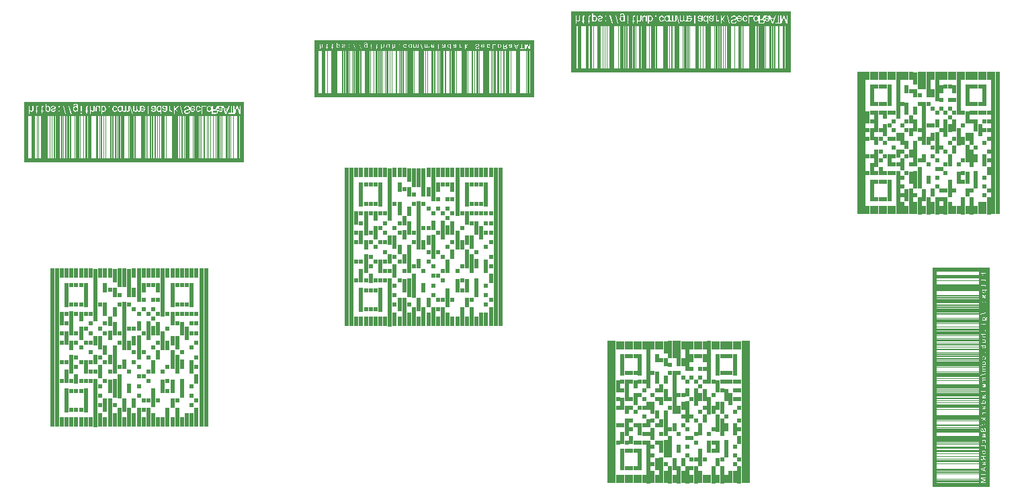
<source format=gbo>
G04*
G04 #@! TF.GenerationSoftware,Altium Limited,Altium Designer,19.1.5 (86)*
G04*
G04 Layer_Color=32896*
%FSLAX44Y44*%
%MOMM*%
G71*
G01*
G75*
%ADD61R,0.6060X0.6060*%
%ADD88R,0.6070X0.6060*%
%ADD93R,0.6060X0.6070*%
%ADD133R,0.5450X18.0000*%
%ADD134R,0.5460X18.0000*%
%ADD135R,0.5450X1.0910*%
%ADD136R,0.5450X0.5460*%
%ADD137R,0.5450X0.5450*%
%ADD138R,0.5450X0.5460*%
%ADD139R,0.5450X1.0910*%
%ADD140R,0.5450X2.1820*%
%ADD141R,0.5460X1.0910*%
%ADD142R,0.5460X2.7280*%
%ADD143R,0.5460X0.5460*%
%ADD144R,0.5460X0.5450*%
%ADD145R,0.5460X0.5450*%
%ADD146R,0.5460X0.5460*%
%ADD147R,0.5460X1.6360*%
%ADD148R,0.5450X1.6370*%
%ADD149R,0.5450X1.6360*%
%ADD150R,0.5460X0.5460*%
%ADD151R,0.5460X1.0910*%
%ADD152R,0.5460X2.1820*%
%ADD153R,0.5460X1.0910*%
%ADD154R,0.5450X1.6370*%
%ADD155R,0.5450X2.1820*%
%ADD156R,0.5460X1.6360*%
%ADD157R,0.5460X2.1820*%
%ADD158R,0.5460X1.6370*%
%ADD159R,0.5450X1.0910*%
%ADD160R,0.5450X0.5460*%
%ADD161R,0.5450X0.5460*%
%ADD162R,0.5450X2.1820*%
%ADD163R,0.5460X5.4550*%
%ADD164R,0.5460X0.5450*%
%ADD165R,0.5450X0.5450*%
%ADD166R,0.5450X0.5450*%
%ADD167R,0.5450X0.5450*%
%ADD168R,0.5460X3.8180*%
%ADD169R,0.5460X1.0910*%
%ADD170R,0.5460X0.5450*%
%ADD171R,0.5460X2.1820*%
%ADD172R,0.5460X3.2730*%
%ADD173R,0.5450X5.4550*%
%ADD174R,0.5460X2.7270*%
%ADD175R,0.5460X2.1820*%
%ADD176R,0.5450X3.2730*%
%ADD177R,0.5460X1.0900*%
%ADD178R,0.5460X3.2730*%
%ADD179R,0.5450X1.6370*%
%ADD180R,0.5460X6.0000*%
%ADD181R,0.5460X0.5460*%
%ADD182R,0.5450X2.7270*%
%ADD183R,0.5450X2.1820*%
%ADD184R,0.5460X1.6360*%
%ADD185R,0.5460X18.0000*%
%ADD186R,0.5460X3.8180*%
%ADD187R,0.5450X1.0910*%
%ADD188R,0.5460X1.0900*%
%ADD189R,0.5460X3.2730*%
%ADD190R,0.5460X6.0000*%
%ADD191R,0.5460X1.6360*%
%ADD192R,0.6060X20.0000*%
%ADD193R,0.6060X1.2120*%
%ADD194R,0.6060X1.8180*%
%ADD195R,0.6060X1.2120*%
%ADD196R,0.6060X3.0300*%
%ADD197R,0.6060X1.8180*%
%ADD198R,0.6060X0.6060*%
%ADD199R,0.6060X0.6060*%
%ADD200R,0.6060X3.0300*%
%ADD201R,0.6060X0.6060*%
%ADD202R,0.6060X2.4240*%
%ADD203R,0.6060X1.2120*%
%ADD204R,0.6060X3.0300*%
%ADD205R,0.6060X1.2120*%
%ADD206R,0.6070X1.2120*%
%ADD207R,0.6070X0.6060*%
%ADD208R,0.6070X1.2120*%
%ADD209R,0.6060X6.0610*%
%ADD210R,0.6060X6.6670*%
%ADD211R,0.6060X0.6070*%
%ADD212R,0.6060X1.8180*%
%ADD213R,0.6060X1.8190*%
%ADD214R,0.6060X3.6360*%
%ADD215R,0.6060X1.8190*%
%ADD216R,0.6060X2.4250*%
%ADD217R,0.6060X3.6360*%
%ADD218R,0.6060X1.2130*%
%ADD219R,0.6060X2.4240*%
%ADD220R,0.6060X3.0310*%
%ADD221R,0.6060X2.4240*%
%ADD222R,0.6060X0.6070*%
%ADD223R,0.6060X2.4240*%
%ADD224R,0.6060X4.2420*%
%ADD225R,0.6060X6.0610*%
%ADD226R,0.6070X2.4240*%
%ADD227R,0.6070X0.6060*%
%ADD228R,0.6070X0.6060*%
%ADD229R,0.6070X1.2120*%
%ADD230R,0.6070X1.2120*%
%ADD231R,0.6060X2.4250*%
%ADD232R,0.6060X20.0000*%
%ADD233R,0.6070X2.4240*%
%ADD234R,0.6060X4.2420*%
%ADD235R,0.6060X0.6070*%
%ADD236R,0.6060X3.0310*%
%ADD237R,0.6060X1.8190*%
%ADD238R,0.6060X6.6670*%
%ADD239R,0.6060X3.0300*%
G36*
X1022610Y575706D02*
X745750D01*
Y652000D01*
X1022610D01*
Y575706D01*
D02*
G37*
G36*
X699360Y544352D02*
X422500D01*
Y616250D01*
X699360D01*
Y544352D01*
D02*
G37*
G36*
X333660Y461706D02*
X56800D01*
Y538000D01*
X333660D01*
Y461706D01*
D02*
G37*
G36*
X1273350Y51890D02*
X1201452D01*
Y328750D01*
X1273350D01*
Y51890D01*
D02*
G37*
%LPC*%
G36*
X991920Y647084D02*
X991816D01*
X991727Y647069D01*
X991638D01*
X991519Y647054D01*
X991266Y647009D01*
X990969Y646950D01*
X990687Y646846D01*
X990404Y646719D01*
X990533Y646920D01*
X988913D01*
X987621Y644899D01*
Y644884D01*
X987591Y644855D01*
X987561Y644810D01*
X987532Y644751D01*
X987428Y644602D01*
X987294Y644409D01*
X987145Y644186D01*
X986982Y643963D01*
X986833Y643755D01*
X986685Y643562D01*
X986670Y643547D01*
X986625Y643488D01*
X986551Y643398D01*
X986477Y643294D01*
X986254Y643086D01*
X986150Y642982D01*
X986031Y642908D01*
X986016Y642893D01*
X985986Y642878D01*
X985927Y642849D01*
X985853Y642804D01*
X985674Y642715D01*
X985451Y642641D01*
X985436D01*
X985407Y642626D01*
X985347D01*
X985273Y642611D01*
X985169Y642596D01*
X985050D01*
X984902Y642581D01*
X983237D01*
Y646920D01*
X981945D01*
Y644471D01*
X981880Y644780D01*
X981776Y645137D01*
X981643Y645449D01*
Y645464D01*
X981628Y645479D01*
X981568Y645583D01*
X981464Y645716D01*
X981330Y645895D01*
X981167Y646088D01*
X980959Y646281D01*
X980721Y646474D01*
X980439Y646653D01*
X980424D01*
X980409Y646667D01*
X980365Y646697D01*
X980305Y646712D01*
X980142Y646786D01*
X979934Y646861D01*
X979681Y646950D01*
X979399Y647009D01*
X979087Y647069D01*
X978745Y647084D01*
X978596D01*
X978492Y647069D01*
X978374Y647054D01*
X978225Y647039D01*
X978062Y647009D01*
X977883Y646965D01*
X977512Y646846D01*
X977304Y646771D01*
X977111Y646682D01*
X976902Y646578D01*
X976709Y646444D01*
X976516Y646296D01*
X976338Y646133D01*
X976323Y646118D01*
X976293Y646088D01*
X976249Y646029D01*
X976204Y645954D01*
X976130Y645850D01*
X976056Y645731D01*
X975966Y645598D01*
X975892Y645434D01*
X975803Y645241D01*
X975714Y645048D01*
X975639Y644810D01*
X975580Y644572D01*
X975521Y644305D01*
X975476Y644023D01*
X975446Y643710D01*
X975432Y643384D01*
Y643294D01*
X975446Y643190D01*
Y643057D01*
X975461Y642893D01*
X975491Y642715D01*
X975521Y642507D01*
X975565Y642284D01*
X975625Y642046D01*
X975699Y641808D01*
X975788Y641571D01*
X975892Y641333D01*
X976011Y641095D01*
X976160Y640872D01*
X976323Y640664D01*
X976516Y640471D01*
X976531Y640456D01*
X976561Y640442D01*
X976605Y640397D01*
X976680Y640352D01*
X976769Y640293D01*
X976873Y640219D01*
X976992Y640144D01*
X977140Y640070D01*
X977289Y640011D01*
X977452Y639936D01*
X977839Y639803D01*
X978270Y639713D01*
X978507Y639698D01*
X978745Y639684D01*
X978879D01*
X978983Y639698D01*
X979117Y639713D01*
X979250Y639728D01*
X979414Y639758D01*
X979592Y639803D01*
X979964Y639921D01*
X980157Y639996D01*
X980365Y640085D01*
X980558Y640204D01*
X980751Y640338D01*
X980944Y640486D01*
X981123Y640649D01*
X981137Y640664D01*
X981167Y640694D01*
X981212Y640753D01*
X981271Y640828D01*
X981345Y640917D01*
X981420Y641036D01*
X981509Y641184D01*
X981598Y641333D01*
X981672Y641511D01*
X981761Y641719D01*
X981836Y641927D01*
X981910Y642165D01*
X981945Y642312D01*
Y637158D01*
X986477D01*
X986596Y637173D01*
X986714D01*
X987012Y637187D01*
X987324Y637217D01*
X987651Y637276D01*
X987963Y637336D01*
X988111Y637380D01*
X988245Y637425D01*
X988260D01*
X988275Y637440D01*
X988364Y637470D01*
X988483Y637544D01*
X988631Y637648D01*
X988810Y637767D01*
X988988Y637930D01*
X989166Y638124D01*
X989330Y638361D01*
X989344Y638391D01*
X989389Y638480D01*
X989463Y638614D01*
X989538Y638792D01*
X989612Y639015D01*
X989686Y639268D01*
X989731Y639535D01*
X989746Y639832D01*
Y639936D01*
X989731Y640011D01*
Y640100D01*
X989716Y640204D01*
X989657Y640442D01*
X989582Y640724D01*
X989463Y641006D01*
X989285Y641303D01*
X989181Y641452D01*
X989062Y641586D01*
X989032Y641615D01*
X988988Y641645D01*
X988943Y641704D01*
X988869Y641749D01*
X988780Y641823D01*
X988676Y641883D01*
X988557Y641957D01*
X988423Y642031D01*
X988260Y642106D01*
X988096Y642180D01*
X987903Y642254D01*
X987710Y642329D01*
X987487Y642388D01*
X987249Y642433D01*
X986997Y642477D01*
X987026Y642492D01*
X987086Y642522D01*
X987175Y642566D01*
X987279Y642626D01*
X987532Y642789D01*
X987665Y642878D01*
X987769Y642968D01*
X987799Y642997D01*
X987873Y643057D01*
X987977Y643176D01*
X988111Y643324D01*
X988275Y643517D01*
X988453Y643740D01*
X988646Y643993D01*
X988839Y644275D01*
X989542Y645373D01*
X989513Y645063D01*
Y644974D01*
X989528Y644870D01*
X989543Y644751D01*
X989572Y644602D01*
X989602Y644439D01*
X989661Y644275D01*
X989736Y644112D01*
X989751Y644097D01*
X989780Y644037D01*
X989825Y643963D01*
X989899Y643859D01*
X989988Y643755D01*
X990107Y643636D01*
X990226Y643532D01*
X990360Y643428D01*
X990375Y643413D01*
X990434Y643384D01*
X990508Y643339D01*
X990612Y643280D01*
X990746Y643205D01*
X990880Y643146D01*
X991043Y643086D01*
X991222Y643027D01*
X991236D01*
X991296Y643012D01*
X991370Y642997D01*
X991489Y642968D01*
X991638Y642938D01*
X991831Y642908D01*
X992039Y642878D01*
X992291Y642849D01*
X992306D01*
X992351Y642834D01*
X992425D01*
X992529Y642819D01*
X992648Y642804D01*
X992782Y642789D01*
X993109Y642730D01*
X993450Y642670D01*
X993807Y642611D01*
X994149Y642522D01*
X994297Y642477D01*
X994431Y642433D01*
Y642388D01*
X994446Y642299D01*
Y642002D01*
X994431Y641868D01*
X994401Y641719D01*
X994357Y641556D01*
X994297Y641378D01*
X994223Y641229D01*
X994104Y641095D01*
X994089Y641080D01*
X994015Y641036D01*
X993911Y640962D01*
X993763Y640887D01*
X993569Y640813D01*
X993332Y640739D01*
X993049Y640694D01*
X992737Y640679D01*
X992604D01*
X992455Y640694D01*
X992262Y640709D01*
X992054Y640753D01*
X991861Y640798D01*
X991653Y640872D01*
X991489Y640976D01*
X991474Y640991D01*
X991430Y641036D01*
X991355Y641110D01*
X991266Y641214D01*
X991162Y641363D01*
X991073Y641541D01*
X990969Y641764D01*
X990895Y642017D01*
X989721Y641853D01*
Y641838D01*
X989736Y641823D01*
X989751Y641734D01*
X989795Y641600D01*
X989840Y641422D01*
X989914Y641229D01*
X990003Y641036D01*
X990107Y640828D01*
X990241Y640649D01*
X990256Y640635D01*
X990315Y640575D01*
X990389Y640486D01*
X990508Y640382D01*
X990657Y640278D01*
X990850Y640159D01*
X991058Y640040D01*
X991296Y639936D01*
X991311D01*
X991326Y639921D01*
X991370Y639907D01*
X991415Y639892D01*
X991563Y639862D01*
X991757Y639803D01*
X991994Y639758D01*
X992262Y639728D01*
X992574Y639698D01*
X992901Y639684D01*
X993049D01*
X993213Y639698D01*
X993421Y639713D01*
X993659Y639743D01*
X993911Y639773D01*
X994149Y639832D01*
X994372Y639907D01*
X994401Y639921D01*
X994461Y639936D01*
X994565Y639996D01*
X994684Y640055D01*
X994818Y640129D01*
X994966Y640219D01*
X995085Y640323D01*
X995204Y640442D01*
X995219Y640456D01*
X995248Y640501D01*
X995293Y640560D01*
X995352Y640664D01*
X995412Y640783D01*
X995471Y640917D01*
X995531Y641080D01*
X995575Y641259D01*
Y641274D01*
X995590Y641318D01*
X995605Y641393D01*
X995620Y641511D01*
Y641660D01*
X995635Y641853D01*
X995650Y642076D01*
Y644513D01*
X995665Y644855D01*
Y645226D01*
X995679Y645568D01*
X995694Y645731D01*
Y645805D01*
X998998Y637158D01*
X1000409D01*
X1004377Y646920D01*
X1002921D01*
X1001791Y643963D01*
X997690D01*
X996635Y646920D01*
X994773D01*
X994758Y646905D01*
X994743Y646861D01*
X994714Y646771D01*
X994669Y646667D01*
X994624Y646534D01*
X994595Y646385D01*
X994565Y646222D01*
X994535Y646029D01*
X994505Y646058D01*
X994416Y646118D01*
X994297Y646222D01*
X994119Y646340D01*
X993926Y646489D01*
X993703Y646623D01*
X993480Y646742D01*
X993242Y646846D01*
X993213Y646861D01*
X993139Y646875D01*
X993020Y646920D01*
X992856Y646965D01*
X992648Y647009D01*
X992425Y647039D01*
X992188Y647069D01*
X991920Y647084D01*
D02*
G37*
G36*
X894628D02*
X894480D01*
X894376Y647069D01*
X894242Y647054D01*
X894093Y647039D01*
X893930Y647009D01*
X893737Y646965D01*
X893350Y646846D01*
X893142Y646771D01*
X892949Y646682D01*
X892741Y646578D01*
X892548Y646444D01*
X892365Y646304D01*
Y646920D01*
X891161D01*
Y642225D01*
X891146Y642076D01*
X891117Y641734D01*
X891087Y641571D01*
X891042Y641437D01*
Y641422D01*
X891012Y641378D01*
X890983Y641318D01*
X890938Y641244D01*
X890879Y641170D01*
X890805Y641080D01*
X890715Y640991D01*
X890611Y640917D01*
X890596Y640902D01*
X890552Y640887D01*
X890492Y640857D01*
X890418Y640813D01*
X890314Y640783D01*
X890180Y640753D01*
X890047Y640739D01*
X889898Y640724D01*
X889779D01*
X889631Y640753D01*
X889467Y640783D01*
X889274Y640843D01*
X889066Y640932D01*
X888843Y641066D01*
X888650Y641229D01*
X888635Y641259D01*
X888576Y641318D01*
X888501Y641437D01*
X888412Y641615D01*
X888308Y641838D01*
X888234Y642106D01*
X888175Y642433D01*
X888160Y642819D01*
Y646920D01*
X886956D01*
Y642195D01*
X886941Y642046D01*
X886926Y641883D01*
X886882Y641675D01*
X886837Y641482D01*
X886763Y641289D01*
X886659Y641125D01*
X886644Y641110D01*
X886599Y641066D01*
X886540Y640991D01*
X886436Y640917D01*
X886302Y640857D01*
X886139Y640783D01*
X885946Y640739D01*
X885708Y640724D01*
X885619D01*
X885530Y640739D01*
X885396Y640753D01*
X885262Y640783D01*
X885099Y640843D01*
X884935Y640902D01*
X884772Y640991D01*
X884757Y641006D01*
X884697Y641036D01*
X884623Y641110D01*
X884534Y641184D01*
X884430Y641303D01*
X884326Y641437D01*
X884237Y641600D01*
X884148Y641779D01*
X884133Y641808D01*
X884118Y641868D01*
X884088Y641987D01*
X884059Y642150D01*
X884014Y642358D01*
X883984Y642611D01*
X883969Y642908D01*
X883954Y643250D01*
Y646920D01*
X882751D01*
Y639847D01*
X883821D01*
Y640843D01*
X883836Y640813D01*
X883880Y640753D01*
X883954Y640664D01*
X884059Y640546D01*
X884177Y640412D01*
X884326Y640278D01*
X884504Y640129D01*
X884697Y640011D01*
X884727Y639996D01*
X884801Y639966D01*
X884920Y639907D01*
X885069Y639847D01*
X885262Y639788D01*
X885470Y639728D01*
X885723Y639698D01*
X885975Y639684D01*
X886109D01*
X886258Y639698D01*
X886436Y639728D01*
X886629Y639758D01*
X886852Y639817D01*
X887060Y639907D01*
X887253Y640011D01*
X887283Y640025D01*
X887342Y640070D01*
X887431Y640144D01*
X887535Y640248D01*
X887654Y640382D01*
X887773Y640531D01*
X887877Y640724D01*
X887966Y640932D01*
X887981Y640917D01*
X888011Y640872D01*
X888056Y640813D01*
X888115Y640739D01*
X888204Y640635D01*
X888308Y640531D01*
X888427Y640427D01*
X888561Y640308D01*
X888709Y640189D01*
X888873Y640085D01*
X889259Y639877D01*
X889467Y639803D01*
X889690Y639743D01*
X889913Y639698D01*
X890166Y639684D01*
X890270D01*
X890344Y639698D01*
X890433D01*
X890537Y639713D01*
X890760Y639758D01*
X891027Y639832D01*
X891295Y639936D01*
X891547Y640085D01*
X891785Y640278D01*
X891815Y640308D01*
X891874Y640382D01*
X891964Y640531D01*
X892082Y640724D01*
X892101Y640769D01*
X892177Y640679D01*
X892191Y640664D01*
X892221Y640635D01*
X892266Y640590D01*
X892340Y640516D01*
X892429Y640442D01*
X892548Y640367D01*
X892667Y640278D01*
X892815Y640174D01*
X892979Y640085D01*
X893157Y639996D01*
X893350Y639921D01*
X893573Y639832D01*
X893796Y639773D01*
X894034Y639728D01*
X894286Y639698D01*
X894554Y639684D01*
X894688D01*
X894792Y639698D01*
X894911Y639713D01*
X895059Y639728D01*
X895208Y639758D01*
X895386Y639803D01*
X895743Y639921D01*
X895936Y639996D01*
X896129Y640100D01*
X896322Y640204D01*
X896515Y640338D01*
X896694Y640486D01*
X896872Y640664D01*
X896887Y640679D01*
X896917Y640709D01*
X896961Y640768D01*
X897020Y640843D01*
X897080Y640947D01*
X897154Y641066D01*
X897243Y641199D01*
X897333Y641363D01*
X897407Y641556D01*
X897496Y641749D01*
X897570Y641972D01*
X897645Y642225D01*
X897689Y642477D01*
X897734Y642759D01*
X897764Y643057D01*
X897778Y643384D01*
Y643562D01*
X897764Y643696D01*
X892503D01*
Y643740D01*
X892518Y643814D01*
Y643889D01*
X892533Y643993D01*
X892548Y644097D01*
X892607Y644364D01*
X892697Y644647D01*
X892801Y644944D01*
X892964Y645241D01*
X893157Y645494D01*
X893187Y645523D01*
X893261Y645583D01*
X893395Y645687D01*
X893558Y645791D01*
X893781Y645910D01*
X894034Y646014D01*
X894316Y646073D01*
X894628Y646103D01*
X894747D01*
X894866Y646088D01*
X895015Y646058D01*
X895193Y646014D01*
X895386Y645954D01*
X895579Y645880D01*
X895758Y645761D01*
X895772Y645746D01*
X895832Y645687D01*
X895921Y645612D01*
X896025Y645479D01*
X896144Y645330D01*
X896263Y645137D01*
X896382Y644899D01*
X896500Y644632D01*
X897734Y644795D01*
Y644810D01*
X897719Y644840D01*
X897704Y644899D01*
X897674Y644974D01*
X897645Y645063D01*
X897600Y645167D01*
X897481Y645419D01*
X897333Y645687D01*
X897154Y645969D01*
X896917Y646251D01*
X896649Y646489D01*
X896634D01*
X896619Y646519D01*
X896575Y646548D01*
X896500Y646578D01*
X896426Y646623D01*
X896337Y646682D01*
X896233Y646727D01*
X896099Y646786D01*
X895817Y646890D01*
X895460Y646994D01*
X895074Y647054D01*
X894628Y647084D01*
D02*
G37*
G36*
X845574D02*
X845455D01*
X845366Y647069D01*
X845262Y647054D01*
X845143Y647024D01*
X844861Y646950D01*
X844712Y646905D01*
X844548Y646831D01*
X844385Y646742D01*
X844222Y646638D01*
X844073Y646519D01*
X843910Y646385D01*
X843761Y646222D01*
X843627Y646043D01*
Y646920D01*
X842513D01*
Y637158D01*
X843716D01*
Y640635D01*
X843731Y640620D01*
X843746Y640590D01*
X843791Y640546D01*
X843850Y640486D01*
X843924Y640412D01*
X844014Y640338D01*
X844236Y640159D01*
X844504Y639981D01*
X844846Y639832D01*
X845024Y639773D01*
X845217Y639728D01*
X845425Y639698D01*
X845633Y639684D01*
X845752D01*
X845871Y639698D01*
X846034Y639713D01*
X846227Y639743D01*
X846435Y639803D01*
X846644Y639862D01*
X846867Y639951D01*
X846896Y639966D01*
X846971Y639996D01*
X847075Y640055D01*
X847208Y640144D01*
X847357Y640248D01*
X847505Y640382D01*
X847669Y640531D01*
X847817Y640694D01*
X847832Y640709D01*
X847877Y640783D01*
X847951Y640887D01*
X848040Y641021D01*
X848130Y641184D01*
X848233Y641378D01*
X848323Y641600D01*
X848412Y641853D01*
X848427Y641883D01*
X848441Y641972D01*
X848486Y642106D01*
X848531Y642284D01*
X848560Y642492D01*
X848605Y642730D01*
X848620Y642997D01*
X848635Y643280D01*
Y643458D01*
X848620Y643577D01*
X848605Y643740D01*
X848590Y643904D01*
X848560Y644112D01*
X848516Y644320D01*
X848412Y644765D01*
X848337Y645003D01*
X848248Y645241D01*
X848144Y645479D01*
X848026Y645702D01*
X847892Y645910D01*
X847728Y646103D01*
X847713Y646118D01*
X847684Y646147D01*
X847639Y646192D01*
X847565Y646251D01*
X847490Y646326D01*
X847386Y646415D01*
X847268Y646504D01*
X847119Y646593D01*
X846807Y646771D01*
X846450Y646935D01*
X846242Y646994D01*
X846034Y647039D01*
X845811Y647069D01*
X845574Y647084D01*
D02*
G37*
G36*
X810006Y649788D02*
X809887D01*
X809798Y649773D01*
X809694D01*
X809560Y649758D01*
X809278Y649714D01*
X808951Y649639D01*
X808609Y649550D01*
X808268Y649401D01*
X807956Y649208D01*
X807941D01*
X807926Y649179D01*
X807837Y649104D01*
X807718Y648971D01*
X807569Y648777D01*
X807436Y648540D01*
X807317Y648242D01*
X807243Y647901D01*
X807213Y647708D01*
Y647499D01*
X808372Y647663D01*
Y647693D01*
X808387Y647752D01*
X808416Y647841D01*
X808446Y647960D01*
X808505Y648094D01*
X808580Y648228D01*
X808669Y648346D01*
X808788Y648450D01*
X808803Y648465D01*
X808877Y648510D01*
X808966Y648555D01*
X809115Y648614D01*
X809278Y648688D01*
X809486Y648733D01*
X809739Y648777D01*
X810006Y648792D01*
X810140D01*
X810288Y648777D01*
X810482Y648748D01*
X810690Y648703D01*
X810898Y648644D01*
X811106Y648569D01*
X811284Y648450D01*
X811299Y648436D01*
X811358Y648391D01*
X811433Y648317D01*
X811537Y648213D01*
X811641Y648079D01*
X811730Y647930D01*
X811819Y647737D01*
X811893Y647529D01*
Y647514D01*
X811908Y647455D01*
X811923Y647351D01*
X811938Y647202D01*
X811968Y646994D01*
Y646861D01*
X811982Y646727D01*
Y645999D01*
X811968Y646014D01*
X811953Y646043D01*
X811908Y646088D01*
X811849Y646147D01*
X811760Y646207D01*
X811670Y646296D01*
X811448Y646459D01*
X811165Y646623D01*
X810824Y646771D01*
X810645Y646831D01*
X810452Y646875D01*
X810244Y646905D01*
X810036Y646920D01*
X809902D01*
X809798Y646905D01*
X809679Y646890D01*
X809531Y646861D01*
X809382Y646831D01*
X809204Y646786D01*
X809025Y646742D01*
X808847Y646667D01*
X808654Y646578D01*
X808476Y646474D01*
X808283Y646355D01*
X808104Y646222D01*
X807941Y646058D01*
X807777Y645880D01*
X807763Y645865D01*
X807748Y645835D01*
X807703Y645776D01*
X807658Y645687D01*
X807599Y645583D01*
X807525Y645464D01*
X807450Y645330D01*
X807376Y645167D01*
X807302Y644988D01*
X807228Y644795D01*
X807168Y644587D01*
X807094Y644364D01*
X807005Y643889D01*
X806990Y643621D01*
X806975Y643354D01*
Y643176D01*
X806990Y643086D01*
Y642982D01*
X807020Y642745D01*
X807064Y642448D01*
X807124Y642135D01*
X807213Y641808D01*
X807332Y641482D01*
Y641467D01*
X807346Y641437D01*
X807376Y641393D01*
X807406Y641333D01*
X807480Y641184D01*
X807599Y640991D01*
X807763Y640783D01*
X807941Y640560D01*
X808149Y640352D01*
X808401Y640159D01*
X808416D01*
X808431Y640144D01*
X808476Y640115D01*
X808520Y640085D01*
X808669Y640011D01*
X808862Y639921D01*
X809115Y639832D01*
X809382Y639758D01*
X809694Y639698D01*
X810036Y639684D01*
X810155D01*
X810244Y639698D01*
X810348Y639713D01*
X810482Y639743D01*
X810764Y639817D01*
X810928Y639862D01*
X811091Y639936D01*
X811269Y640011D01*
X811448Y640115D01*
X811611Y640234D01*
X811789Y640367D01*
X811953Y640531D01*
X812101Y640709D01*
Y639847D01*
X813201D01*
Y646236D01*
X813186Y646370D01*
Y646519D01*
X813171Y646697D01*
X813156Y646875D01*
X813112Y647247D01*
X813052Y647633D01*
X812978Y647990D01*
X812919Y648153D01*
X812859Y648287D01*
Y648302D01*
X812844Y648317D01*
X812800Y648406D01*
X812711Y648525D01*
X812607Y648688D01*
X812458Y648867D01*
X812280Y649045D01*
X812057Y649223D01*
X811804Y649387D01*
X811789D01*
X811774Y649401D01*
X811730Y649416D01*
X811670Y649446D01*
X811522Y649520D01*
X811314Y649580D01*
X811046Y649654D01*
X810734Y649728D01*
X810393Y649773D01*
X810006Y649788D01*
D02*
G37*
G36*
X825239Y647009D02*
X825135D01*
X825016Y646994D01*
X824868Y646980D01*
X824704Y646965D01*
X824526Y646920D01*
X824362Y646875D01*
X824214Y646816D01*
X824199Y646801D01*
X824155Y646771D01*
X824095Y646727D01*
X824021Y646667D01*
X823932Y646593D01*
X823857Y646504D01*
X823768Y646400D01*
X823709Y646281D01*
Y646266D01*
X823694Y646207D01*
X823664Y646118D01*
X823649Y645969D01*
X823620Y645776D01*
X823605Y645672D01*
X823590Y645538D01*
Y645389D01*
X823575Y645226D01*
Y640783D01*
X822683D01*
Y639847D01*
X823575D01*
Y638109D01*
X824779Y637380D01*
Y639847D01*
X825982D01*
Y640783D01*
X824779D01*
Y645092D01*
X824793Y645196D01*
X824808Y645419D01*
X824823Y645508D01*
X824838Y645583D01*
X824853Y645612D01*
X824883Y645672D01*
X824942Y645746D01*
X825031Y645820D01*
X825061Y645835D01*
X825135Y645850D01*
X825269Y645880D01*
X825447Y645895D01*
X825596D01*
X825670Y645880D01*
X825759D01*
X825982Y645850D01*
X826146Y646905D01*
X826116D01*
X826056Y646920D01*
X825967Y646935D01*
X825834Y646950D01*
X825700Y646980D01*
X825551Y646994D01*
X825239Y647009D01*
D02*
G37*
G36*
X769092D02*
X768988D01*
X768869Y646994D01*
X768720Y646980D01*
X768557Y646965D01*
X768379Y646920D01*
X768215Y646875D01*
X768067Y646816D01*
X768052Y646801D01*
X768007Y646771D01*
X767948Y646727D01*
X767874Y646667D01*
X767784Y646593D01*
X767710Y646504D01*
X767621Y646400D01*
X767561Y646281D01*
Y646266D01*
X767547Y646207D01*
X767517Y646118D01*
X767502Y645969D01*
X767472Y645776D01*
X767458Y645672D01*
X767443Y645538D01*
Y645389D01*
X767428Y645226D01*
Y640783D01*
X766536D01*
Y639847D01*
X767428D01*
Y638109D01*
X768631Y637380D01*
Y639847D01*
X769835D01*
Y640783D01*
X768631D01*
Y645092D01*
X768646Y645196D01*
X768661Y645419D01*
X768676Y645508D01*
X768691Y645583D01*
X768706Y645612D01*
X768735Y645672D01*
X768795Y645746D01*
X768884Y645820D01*
X768914Y645835D01*
X768988Y645850D01*
X769122Y645880D01*
X769300Y645895D01*
X769449D01*
X769523Y645880D01*
X769612D01*
X769835Y645850D01*
X769998Y646905D01*
X769969D01*
X769909Y646920D01*
X769820Y646935D01*
X769686Y646950D01*
X769553Y646980D01*
X769404Y646994D01*
X769092Y647009D01*
D02*
G37*
G36*
X762074D02*
X761970D01*
X761851Y646994D01*
X761702Y646980D01*
X761539Y646965D01*
X761360Y646920D01*
X761197Y646875D01*
X761048Y646816D01*
X761033Y646801D01*
X760989Y646771D01*
X760929Y646727D01*
X760855Y646667D01*
X760766Y646593D01*
X760692Y646504D01*
X760602Y646400D01*
X760543Y646281D01*
Y646266D01*
X760528Y646207D01*
X760499Y646118D01*
X760484Y645969D01*
X760454Y645776D01*
X760439Y645672D01*
X760424Y645538D01*
Y645389D01*
X760409Y645226D01*
Y640783D01*
X759518D01*
Y639847D01*
X760409D01*
Y638109D01*
X761613Y637380D01*
Y639847D01*
X762816D01*
Y640783D01*
X761613D01*
Y645092D01*
X761628Y645196D01*
X761643Y645419D01*
X761657Y645508D01*
X761672Y645583D01*
X761687Y645612D01*
X761717Y645672D01*
X761776Y645746D01*
X761866Y645820D01*
X761895Y645835D01*
X761970Y645850D01*
X762103Y645880D01*
X762282Y645895D01*
X762430D01*
X762505Y645880D01*
X762594D01*
X762816Y645850D01*
X762980Y646905D01*
X762950D01*
X762891Y646920D01*
X762802Y646935D01*
X762668Y646950D01*
X762534Y646980D01*
X762386Y646994D01*
X762074Y647009D01*
D02*
G37*
G36*
X853149Y646920D02*
X851782D01*
Y645553D01*
X853149D01*
Y646920D01*
D02*
G37*
G36*
X789984D02*
X788617D01*
Y645553D01*
X789984D01*
Y646920D01*
D02*
G37*
G36*
X957794Y647084D02*
X957645D01*
X957541Y647069D01*
X957408Y647054D01*
X957259Y647039D01*
X957095Y647009D01*
X956902Y646965D01*
X956516Y646846D01*
X956308Y646771D01*
X956115Y646682D01*
X955907Y646578D01*
X955714Y646444D01*
X955520Y646296D01*
X955342Y646133D01*
X955327Y646118D01*
X955297Y646088D01*
X955253Y646029D01*
X955208Y645954D01*
X955134Y645865D01*
X955060Y645746D01*
X954971Y645598D01*
X954896Y645434D01*
X954807Y645256D01*
X954718Y645063D01*
X954644Y644840D01*
X954584Y644602D01*
X954525Y644352D01*
X954505Y644453D01*
X954475Y644647D01*
X954431Y644870D01*
X954342Y645122D01*
X954238Y645389D01*
X954089Y645642D01*
X954074Y645672D01*
X954000Y645761D01*
X953911Y645880D01*
X953762Y646029D01*
X953584Y646207D01*
X953361Y646385D01*
X953093Y646548D01*
X952796Y646712D01*
X952781D01*
X952752Y646727D01*
X952707Y646742D01*
X952648Y646771D01*
X952573Y646801D01*
X952484Y646831D01*
X952246Y646890D01*
X951979Y646965D01*
X951652Y647024D01*
X951310Y647069D01*
X950924Y647084D01*
X950701D01*
X950597Y647069D01*
X950463D01*
X950315Y647054D01*
X950151Y647039D01*
X949810Y646994D01*
X949438Y646920D01*
X949067Y646831D01*
X948710Y646712D01*
X948695D01*
X948665Y646697D01*
X948621Y646667D01*
X948561Y646638D01*
X948398Y646548D01*
X948205Y646415D01*
X947967Y646251D01*
X947744Y646058D01*
X947506Y645820D01*
X947298Y645553D01*
Y645538D01*
X947284Y645523D01*
X947254Y645479D01*
X947224Y645419D01*
X947180Y645345D01*
X947135Y645256D01*
X947046Y645033D01*
X946957Y644780D01*
X946868Y644468D01*
X946808Y644141D01*
X946778Y643785D01*
X947997Y643681D01*
Y643710D01*
X948012Y643800D01*
X948041Y643933D01*
X948071Y644112D01*
X948130Y644305D01*
X948190Y644513D01*
X948279Y644706D01*
X948383Y644899D01*
X948398Y644914D01*
X948443Y644974D01*
X948517Y645063D01*
X948636Y645167D01*
X948770Y645285D01*
X948933Y645419D01*
X949141Y645538D01*
X949364Y645657D01*
X949379D01*
X949394Y645672D01*
X949483Y645702D01*
X949616Y645746D01*
X949810Y645791D01*
X950018Y645850D01*
X950285Y645895D01*
X950567Y645925D01*
X950865Y645939D01*
X950984D01*
X951132Y645925D01*
X951295Y645910D01*
X951504Y645895D01*
X951712Y645850D01*
X951934Y645806D01*
X952157Y645731D01*
X952187Y645716D01*
X952246Y645687D01*
X952350Y645642D01*
X952469Y645568D01*
X952618Y645479D01*
X952752Y645375D01*
X952885Y645256D01*
X953004Y645122D01*
X953019Y645107D01*
X953049Y645048D01*
X953093Y644974D01*
X953153Y644870D01*
X953197Y644751D01*
X953242Y644602D01*
X953272Y644453D01*
X953287Y644290D01*
Y644216D01*
X953272Y644127D01*
X953257Y644023D01*
X953227Y643889D01*
X953168Y643755D01*
X953108Y643621D01*
X953019Y643488D01*
X953004Y643473D01*
X952975Y643428D01*
X952900Y643369D01*
X952811Y643280D01*
X952692Y643190D01*
X952544Y643101D01*
X952350Y642997D01*
X952142Y642908D01*
X952128Y642893D01*
X952068Y642878D01*
X951949Y642849D01*
X951875Y642819D01*
X951786Y642789D01*
X951667Y642759D01*
X951548Y642730D01*
X951400Y642685D01*
X951251Y642641D01*
X951073Y642596D01*
X950865Y642551D01*
X950642Y642492D01*
X950404Y642433D01*
X950389D01*
X950344Y642418D01*
X950270Y642403D01*
X950181Y642373D01*
X950077Y642343D01*
X949958Y642314D01*
X949676Y642239D01*
X949364Y642135D01*
X949052Y642031D01*
X948770Y641927D01*
X948636Y641883D01*
X948532Y641823D01*
X948517D01*
X948502Y641808D01*
X948413Y641749D01*
X948294Y641675D01*
X948145Y641571D01*
X947967Y641437D01*
X947804Y641289D01*
X947640Y641110D01*
X947492Y640917D01*
X947477Y640887D01*
X947432Y640813D01*
X947388Y640709D01*
X947328Y640560D01*
X947254Y640382D01*
X947209Y640174D01*
X947165Y639936D01*
X947150Y639698D01*
Y639565D01*
X947180Y639431D01*
X947209Y639253D01*
X947254Y639030D01*
X947328Y638807D01*
X947432Y638554D01*
X947566Y638317D01*
Y638302D01*
X947581Y638287D01*
X947640Y638213D01*
X947744Y638094D01*
X947878Y637945D01*
X948041Y637797D01*
X948249Y637633D01*
X948502Y637470D01*
X948784Y637336D01*
X948799D01*
X948814Y637321D01*
X948859Y637306D01*
X948933Y637276D01*
X949007Y637262D01*
X949096Y637232D01*
X949304Y637158D01*
X949572Y637098D01*
X949869Y637054D01*
X950211Y637009D01*
X950567Y636994D01*
X950746D01*
X950850Y637009D01*
X950954D01*
X951206Y637039D01*
X951504Y637083D01*
X951830Y637143D01*
X952157Y637232D01*
X952469Y637351D01*
X952484D01*
X952499Y637366D01*
X952544Y637380D01*
X952603Y637410D01*
X952752Y637499D01*
X952945Y637603D01*
X953153Y637752D01*
X953361Y637930D01*
X953569Y638138D01*
X953747Y638376D01*
X953762Y638406D01*
X953821Y638495D01*
X953896Y638644D01*
X953970Y638822D01*
X954059Y639045D01*
X954148Y639312D01*
X954208Y639594D01*
X954238Y639907D01*
X953004Y639996D01*
Y639951D01*
X952989Y639907D01*
X952975Y639847D01*
X952945Y639684D01*
X952885Y639476D01*
X952796Y639253D01*
X952677Y639030D01*
X952514Y638807D01*
X952321Y638614D01*
X952291Y638599D01*
X952217Y638540D01*
X952083Y638465D01*
X951905Y638376D01*
X951667Y638287D01*
X951370Y638213D01*
X951028Y638153D01*
X950627Y638138D01*
X950434D01*
X950344Y638153D01*
X950226D01*
X949973Y638198D01*
X949691Y638242D01*
X949408Y638317D01*
X949141Y638421D01*
X949022Y638495D01*
X948918Y638569D01*
X948903Y638584D01*
X948844Y638644D01*
X948755Y638733D01*
X948665Y638866D01*
X948561Y639015D01*
X948487Y639193D01*
X948428Y639386D01*
X948398Y639609D01*
Y639698D01*
X948413Y639803D01*
X948443Y639921D01*
X948487Y640055D01*
X948561Y640204D01*
X948651Y640338D01*
X948770Y640471D01*
X948784Y640486D01*
X948859Y640531D01*
X948903Y640560D01*
X948963Y640605D01*
X949052Y640635D01*
X949156Y640679D01*
X949275Y640739D01*
X949408Y640798D01*
X949557Y640843D01*
X949735Y640902D01*
X949943Y640976D01*
X950166Y641036D01*
X950419Y641095D01*
X950701Y641170D01*
X950716D01*
X950775Y641184D01*
X950850Y641199D01*
X950954Y641229D01*
X951087Y641259D01*
X951236Y641303D01*
X951563Y641378D01*
X951920Y641482D01*
X952276Y641586D01*
X952455Y641630D01*
X952603Y641690D01*
X952752Y641749D01*
X952871Y641794D01*
X952885D01*
X952915Y641808D01*
X952945Y641838D01*
X953004Y641868D01*
X953153Y641957D01*
X953346Y642061D01*
X953554Y642210D01*
X953762Y642388D01*
X953955Y642581D01*
X954119Y642789D01*
X954134Y642819D01*
X954178Y642893D01*
X954252Y643012D01*
X954327Y643190D01*
X954401Y643384D01*
X954438Y643501D01*
X954436Y643458D01*
Y643280D01*
X954451Y643161D01*
X954465Y643012D01*
X954480Y642834D01*
X954510Y642641D01*
X954555Y642433D01*
X954659Y641987D01*
X954733Y641764D01*
X954822Y641526D01*
X954926Y641303D01*
X955045Y641080D01*
X955179Y640872D01*
X955342Y640679D01*
X955357Y640664D01*
X955387Y640635D01*
X955431Y640590D01*
X955506Y640516D01*
X955595Y640442D01*
X955714Y640367D01*
X955833Y640278D01*
X955981Y640174D01*
X956144Y640085D01*
X956323Y639996D01*
X956516Y639921D01*
X956739Y639832D01*
X956962Y639773D01*
X957199Y639728D01*
X957452Y639698D01*
X957719Y639684D01*
X957853D01*
X957957Y639698D01*
X958076Y639713D01*
X958225Y639728D01*
X958373Y639758D01*
X958552Y639803D01*
X958908Y639921D01*
X959101Y639996D01*
X959295Y640100D01*
X959488Y640204D01*
X959681Y640338D01*
X959859Y640486D01*
X960038Y640664D01*
X960052Y640679D01*
X960082Y640709D01*
X960127Y640768D01*
X960186Y640843D01*
X960246Y640947D01*
X960320Y641066D01*
X960409Y641199D01*
X960498Y641363D01*
X960573Y641556D01*
X960662Y641749D01*
X960736Y641972D01*
X960810Y642225D01*
X960855Y642477D01*
X960899Y642759D01*
X960929Y643057D01*
X960944Y643384D01*
Y643562D01*
X960929Y643696D01*
X955669D01*
Y643740D01*
X955684Y643814D01*
Y643889D01*
X955699Y643993D01*
X955714Y644097D01*
X955773Y644364D01*
X955862Y644647D01*
X955966Y644944D01*
X956130Y645241D01*
X956323Y645494D01*
X956352Y645523D01*
X956427Y645583D01*
X956561Y645687D01*
X956724Y645791D01*
X956947Y645910D01*
X957199Y646014D01*
X957482Y646073D01*
X957794Y646103D01*
X957913D01*
X958032Y646088D01*
X958180Y646058D01*
X958359Y646014D01*
X958552Y645954D01*
X958745Y645880D01*
X958923Y645761D01*
X958938Y645746D01*
X958997Y645687D01*
X959087Y645612D01*
X959191Y645479D01*
X959309Y645330D01*
X959428Y645137D01*
X959547Y644899D01*
X959666Y644632D01*
X960899Y644795D01*
Y644810D01*
X960884Y644840D01*
X960870Y644899D01*
X960840Y644974D01*
X960810Y645063D01*
X960766Y645167D01*
X960647Y645419D01*
X960498Y645687D01*
X960320Y645969D01*
X960082Y646251D01*
X959815Y646489D01*
X959800D01*
X959785Y646519D01*
X959740Y646548D01*
X959666Y646578D01*
X959592Y646623D01*
X959503Y646682D01*
X959399Y646727D01*
X959265Y646786D01*
X958983Y646890D01*
X958626Y646994D01*
X958240Y647054D01*
X957794Y647084D01*
D02*
G37*
G36*
X965072D02*
X964939D01*
X964835Y647069D01*
X964716Y647054D01*
X964567Y647039D01*
X964418Y647009D01*
X964240Y646965D01*
X963869Y646861D01*
X963676Y646771D01*
X963482Y646682D01*
X963289Y646578D01*
X963111Y646459D01*
X962933Y646311D01*
X962754Y646147D01*
X962739Y646133D01*
X962710Y646103D01*
X962680Y646043D01*
X962621Y645969D01*
X962546Y645865D01*
X962472Y645746D01*
X962398Y645612D01*
X962323Y645449D01*
X962234Y645271D01*
X962160Y645063D01*
X962086Y644840D01*
X962011Y644587D01*
X961952Y644335D01*
X961922Y644037D01*
X961892Y643740D01*
X961878Y643413D01*
Y643220D01*
X961892Y643116D01*
Y643012D01*
X961922Y642730D01*
X961967Y642418D01*
X962041Y642091D01*
X962130Y641734D01*
X962249Y641407D01*
Y641393D01*
X962264Y641363D01*
X962294Y641318D01*
X962323Y641259D01*
X962412Y641110D01*
X962531Y640917D01*
X962695Y640709D01*
X962888Y640501D01*
X963126Y640293D01*
X963393Y640115D01*
X963408D01*
X963423Y640100D01*
X963467Y640070D01*
X963527Y640040D01*
X963690Y639981D01*
X963898Y639892D01*
X964136Y639817D01*
X964433Y639743D01*
X964745Y639698D01*
X965072Y639684D01*
X965191D01*
X965266Y639698D01*
X965369D01*
X965473Y639713D01*
X965741Y639758D01*
X966038Y639832D01*
X966365Y639936D01*
X966677Y640085D01*
X966959Y640278D01*
X966974D01*
X966989Y640308D01*
X967078Y640382D01*
X967197Y640516D01*
X967346Y640694D01*
X967509Y640932D01*
X967658Y641214D01*
X967792Y641556D01*
X967896Y641927D01*
X966737Y642106D01*
Y642091D01*
X966722Y642076D01*
X966707Y641987D01*
X966662Y641868D01*
X966603Y641704D01*
X966514Y641526D01*
X966410Y641348D01*
X966291Y641184D01*
X966142Y641036D01*
X966127Y641021D01*
X966068Y640976D01*
X965979Y640917D01*
X965860Y640843D01*
X965711Y640783D01*
X965548Y640724D01*
X965340Y640679D01*
X965132Y640664D01*
X965043D01*
X964983Y640679D01*
X964820Y640694D01*
X964612Y640739D01*
X964374Y640828D01*
X964136Y640947D01*
X963884Y641095D01*
X963765Y641199D01*
X963661Y641318D01*
X963631Y641348D01*
X963616Y641393D01*
X963571Y641437D01*
X963527Y641511D01*
X963482Y641600D01*
X963438Y641704D01*
X963393Y641823D01*
X963334Y641957D01*
X963289Y642106D01*
X963245Y642284D01*
X963200Y642462D01*
X963156Y642670D01*
X963141Y642893D01*
X963111Y643131D01*
Y643517D01*
X963126Y643621D01*
Y643740D01*
X963141Y643874D01*
X963185Y644171D01*
X963245Y644513D01*
X963334Y644870D01*
X963467Y645182D01*
X963557Y645330D01*
X963646Y645464D01*
X963676Y645494D01*
X963750Y645568D01*
X963869Y645672D01*
X964032Y645776D01*
X964225Y645895D01*
X964478Y645999D01*
X964745Y646073D01*
X964894Y646088D01*
X965057Y646103D01*
X965176D01*
X965310Y646073D01*
X965473Y646043D01*
X965652Y645999D01*
X965860Y645925D01*
X966053Y645820D01*
X966231Y645672D01*
X966246Y645657D01*
X966306Y645583D01*
X966395Y645494D01*
X966484Y645345D01*
X966588Y645152D01*
X966692Y644929D01*
X966781Y644647D01*
X966841Y644335D01*
X968014Y644498D01*
Y644513D01*
X967999Y644557D01*
X967985Y644617D01*
X967970Y644691D01*
X967940Y644795D01*
X967910Y644914D01*
X967821Y645196D01*
X967688Y645494D01*
X967509Y645820D01*
X967286Y646118D01*
X967019Y646400D01*
X967004D01*
X966989Y646430D01*
X966945Y646459D01*
X966885Y646504D01*
X966796Y646563D01*
X966707Y646623D01*
X966484Y646742D01*
X966202Y646861D01*
X965860Y646980D01*
X965488Y647054D01*
X965280Y647069D01*
X965072Y647084D01*
D02*
G37*
G36*
X859796D02*
X859662D01*
X859558Y647069D01*
X859440Y647054D01*
X859291Y647039D01*
X859143Y647009D01*
X858964Y646965D01*
X858593Y646861D01*
X858400Y646771D01*
X858206Y646682D01*
X858013Y646578D01*
X857835Y646459D01*
X857657Y646311D01*
X857478Y646147D01*
X857463Y646133D01*
X857434Y646103D01*
X857404Y646043D01*
X857345Y645969D01*
X857270Y645865D01*
X857196Y645746D01*
X857122Y645612D01*
X857047Y645449D01*
X856958Y645271D01*
X856884Y645063D01*
X856810Y644840D01*
X856735Y644587D01*
X856676Y644335D01*
X856646Y644037D01*
X856616Y643740D01*
X856602Y643413D01*
Y643220D01*
X856616Y643116D01*
Y643012D01*
X856646Y642730D01*
X856691Y642418D01*
X856765Y642091D01*
X856854Y641734D01*
X856973Y641407D01*
Y641393D01*
X856988Y641363D01*
X857018Y641318D01*
X857047Y641259D01*
X857137Y641110D01*
X857255Y640917D01*
X857419Y640709D01*
X857612Y640501D01*
X857850Y640293D01*
X858117Y640115D01*
X858132D01*
X858147Y640100D01*
X858192Y640070D01*
X858251Y640040D01*
X858414Y639981D01*
X858622Y639892D01*
X858860Y639817D01*
X859157Y639743D01*
X859469Y639698D01*
X859796Y639684D01*
X859915D01*
X859989Y639698D01*
X860094D01*
X860198Y639713D01*
X860465Y639758D01*
X860762Y639832D01*
X861089Y639936D01*
X861401Y640085D01*
X861683Y640278D01*
X861698D01*
X861713Y640308D01*
X861802Y640382D01*
X861921Y640516D01*
X862070Y640694D01*
X862233Y640932D01*
X862382Y641214D01*
X862515Y641556D01*
X862619Y641927D01*
X861460Y642106D01*
Y642091D01*
X861446Y642076D01*
X861431Y641987D01*
X861386Y641868D01*
X861327Y641704D01*
X861238Y641526D01*
X861134Y641348D01*
X861015Y641184D01*
X860866Y641036D01*
X860851Y641021D01*
X860792Y640976D01*
X860703Y640917D01*
X860584Y640843D01*
X860435Y640783D01*
X860272Y640724D01*
X860064Y640679D01*
X859856Y640664D01*
X859767D01*
X859707Y640679D01*
X859544Y640694D01*
X859336Y640739D01*
X859098Y640828D01*
X858860Y640947D01*
X858608Y641095D01*
X858489Y641199D01*
X858385Y641318D01*
X858355Y641348D01*
X858340Y641393D01*
X858296Y641437D01*
X858251Y641511D01*
X858206Y641600D01*
X858162Y641704D01*
X858117Y641823D01*
X858058Y641957D01*
X858013Y642106D01*
X857969Y642284D01*
X857924Y642462D01*
X857879Y642670D01*
X857865Y642893D01*
X857835Y643131D01*
Y643517D01*
X857850Y643621D01*
Y643740D01*
X857865Y643874D01*
X857909Y644171D01*
X857969Y644513D01*
X858058Y644870D01*
X858192Y645182D01*
X858281Y645330D01*
X858370Y645464D01*
X858400Y645494D01*
X858474Y645568D01*
X858593Y645672D01*
X858756Y645776D01*
X858949Y645895D01*
X859202Y645999D01*
X859469Y646073D01*
X859618Y646088D01*
X859781Y646103D01*
X859900D01*
X860034Y646073D01*
X860198Y646043D01*
X860376Y645999D01*
X860584Y645925D01*
X860777Y645820D01*
X860955Y645672D01*
X860970Y645657D01*
X861030Y645583D01*
X861119Y645494D01*
X861208Y645345D01*
X861312Y645152D01*
X861416Y644929D01*
X861505Y644647D01*
X861564Y644335D01*
X862738Y644498D01*
Y644513D01*
X862723Y644557D01*
X862709Y644617D01*
X862694Y644691D01*
X862664Y644795D01*
X862634Y644914D01*
X862545Y645196D01*
X862411Y645494D01*
X862233Y645820D01*
X862010Y646118D01*
X861743Y646400D01*
X861728D01*
X861713Y646430D01*
X861668Y646459D01*
X861609Y646504D01*
X861520Y646563D01*
X861431Y646623D01*
X861208Y646742D01*
X860926Y646861D01*
X860584Y646980D01*
X860212Y647054D01*
X860004Y647069D01*
X859796Y647084D01*
D02*
G37*
G36*
X940015Y646920D02*
X938529D01*
X936181Y643309D01*
X935349Y644112D01*
Y646920D01*
X934146D01*
Y637158D01*
X935349D01*
Y642715D01*
X938187Y639847D01*
X939748D01*
X937043Y642477D01*
X940015Y646920D01*
D02*
G37*
G36*
X834241D02*
X833038D01*
Y642284D01*
X833023Y642135D01*
X832993Y641927D01*
X832934Y641719D01*
X832874Y641511D01*
X832770Y641303D01*
X832636Y641125D01*
X832622Y641110D01*
X832562Y641066D01*
X832473Y640991D01*
X832354Y640917D01*
X832206Y640843D01*
X832012Y640768D01*
X831804Y640724D01*
X831552Y640709D01*
X831463D01*
X831359Y640724D01*
X831225Y640739D01*
X831076Y640783D01*
X830898Y640828D01*
X830720Y640902D01*
X830541Y640991D01*
X830527Y641006D01*
X830467Y641036D01*
X830393Y641110D01*
X830289Y641184D01*
X830185Y641303D01*
X830066Y641422D01*
X829977Y641586D01*
X829888Y641749D01*
X829873Y641764D01*
X829858Y641838D01*
X829828Y641942D01*
X829798Y642091D01*
X829754Y642284D01*
X829724Y642507D01*
X829709Y642759D01*
X829694Y643057D01*
Y646920D01*
X828491D01*
Y637158D01*
X829694D01*
Y640649D01*
X829709Y640635D01*
X829739Y640605D01*
X829784Y640560D01*
X829843Y640501D01*
X829932Y640427D01*
X830021Y640338D01*
X830140Y640263D01*
X830274Y640159D01*
X830423Y640070D01*
X830571Y639996D01*
X830943Y639832D01*
X831136Y639773D01*
X831344Y639728D01*
X831567Y639698D01*
X831804Y639684D01*
X831938D01*
X832087Y639698D01*
X832265Y639728D01*
X832473Y639758D01*
X832696Y639817D01*
X832934Y639892D01*
X833157Y639996D01*
X833186Y640011D01*
X833246Y640055D01*
X833350Y640129D01*
X833483Y640219D01*
X833617Y640338D01*
X833751Y640486D01*
X833885Y640664D01*
X833989Y640857D01*
X834004Y640887D01*
X834033Y640962D01*
X834063Y641080D01*
X834122Y641259D01*
X834167Y641482D01*
X834197Y641764D01*
X834226Y642076D01*
X834241Y642448D01*
Y646920D01*
D02*
G37*
G36*
X757039D02*
X755835D01*
Y642284D01*
X755820Y642135D01*
X755791Y641927D01*
X755731Y641719D01*
X755672Y641511D01*
X755568Y641303D01*
X755434Y641125D01*
X755419Y641110D01*
X755360Y641066D01*
X755271Y640991D01*
X755152Y640917D01*
X755003Y640843D01*
X754810Y640768D01*
X754602Y640724D01*
X754349Y640709D01*
X754260D01*
X754156Y640724D01*
X754023Y640739D01*
X753874Y640783D01*
X753696Y640828D01*
X753517Y640902D01*
X753339Y640991D01*
X753324Y641006D01*
X753265Y641036D01*
X753190Y641110D01*
X753086Y641184D01*
X752982Y641303D01*
X752863Y641422D01*
X752774Y641586D01*
X752685Y641749D01*
X752670Y641764D01*
X752655Y641838D01*
X752626Y641942D01*
X752596Y642091D01*
X752551Y642284D01*
X752522Y642507D01*
X752507Y642759D01*
X752492Y643057D01*
Y646920D01*
X751288D01*
Y637158D01*
X752492D01*
Y640649D01*
X752507Y640635D01*
X752537Y640605D01*
X752581Y640560D01*
X752641Y640501D01*
X752730Y640427D01*
X752819Y640338D01*
X752938Y640263D01*
X753072Y640159D01*
X753220Y640070D01*
X753369Y639996D01*
X753740Y639832D01*
X753933Y639773D01*
X754141Y639728D01*
X754364Y639698D01*
X754602Y639684D01*
X754736D01*
X754884Y639698D01*
X755063Y639728D01*
X755271Y639758D01*
X755493Y639817D01*
X755731Y639892D01*
X755954Y639996D01*
X755984Y640011D01*
X756043Y640055D01*
X756147Y640129D01*
X756281Y640219D01*
X756415Y640338D01*
X756548Y640486D01*
X756682Y640664D01*
X756786Y640857D01*
X756801Y640887D01*
X756831Y640962D01*
X756861Y641080D01*
X756920Y641259D01*
X756965Y641482D01*
X756994Y641764D01*
X757024Y642076D01*
X757039Y642448D01*
Y646920D01*
D02*
G37*
G36*
X921736Y647084D02*
X921632D01*
X921543Y647069D01*
X921454D01*
X921335Y647054D01*
X921082Y647009D01*
X920785Y646950D01*
X920503Y646846D01*
X920206Y646712D01*
X919953Y646519D01*
X919923Y646489D01*
X919849Y646415D01*
X919760Y646296D01*
X919641Y646118D01*
X919522Y645910D01*
X919433Y645672D01*
X919359Y645375D01*
X919329Y645063D01*
Y644974D01*
X919344Y644870D01*
X919359Y644751D01*
X919388Y644602D01*
X919418Y644439D01*
X919477Y644275D01*
X919552Y644112D01*
X919567Y644097D01*
X919596Y644037D01*
X919641Y643963D01*
X919715Y643859D01*
X919804Y643755D01*
X919923Y643636D01*
X920042Y643532D01*
X920176Y643428D01*
X920191Y643413D01*
X920250Y643384D01*
X920324Y643339D01*
X920428Y643280D01*
X920562Y643205D01*
X920696Y643146D01*
X920859Y643086D01*
X921038Y643027D01*
X921052D01*
X921112Y643012D01*
X921186Y642997D01*
X921305Y642968D01*
X921454Y642938D01*
X921647Y642908D01*
X921855Y642878D01*
X922107Y642849D01*
X922122D01*
X922167Y642834D01*
X922241D01*
X922345Y642819D01*
X922464Y642804D01*
X922598Y642789D01*
X922925Y642730D01*
X923267Y642670D01*
X923623Y642611D01*
X923965Y642522D01*
X924113Y642477D01*
X924247Y642433D01*
Y642388D01*
X924262Y642299D01*
Y642002D01*
X924247Y641868D01*
X924218Y641719D01*
X924173Y641556D01*
X924113Y641378D01*
X924039Y641229D01*
X923920Y641095D01*
X923905Y641080D01*
X923831Y641036D01*
X923727Y640962D01*
X923578Y640887D01*
X923385Y640813D01*
X923148Y640739D01*
X922865Y640694D01*
X922553Y640679D01*
X922420D01*
X922271Y640694D01*
X922078Y640709D01*
X921870Y640753D01*
X921677Y640798D01*
X921469Y640872D01*
X921305Y640976D01*
X921290Y640991D01*
X921246Y641036D01*
X921171Y641110D01*
X921082Y641214D01*
X920978Y641363D01*
X920889Y641541D01*
X920785Y641764D01*
X920711Y642017D01*
X919537Y641853D01*
Y641838D01*
X919552Y641823D01*
X919567Y641734D01*
X919611Y641600D01*
X919656Y641422D01*
X919730Y641229D01*
X919819Y641036D01*
X919923Y640828D01*
X920057Y640649D01*
X920072Y640635D01*
X920131Y640575D01*
X920206Y640486D01*
X920324Y640382D01*
X920473Y640278D01*
X920666Y640159D01*
X920874Y640040D01*
X921112Y639936D01*
X921127D01*
X921142Y639921D01*
X921186Y639907D01*
X921231Y639892D01*
X921379Y639862D01*
X921573Y639803D01*
X921810Y639758D01*
X922078Y639728D01*
X922390Y639698D01*
X922717Y639684D01*
X922865D01*
X923029Y639698D01*
X923237Y639713D01*
X923475Y639743D01*
X923727Y639773D01*
X923965Y639832D01*
X924188Y639907D01*
X924218Y639921D01*
X924277Y639936D01*
X924381Y639996D01*
X924500Y640055D01*
X924633Y640129D01*
X924782Y640219D01*
X924901Y640323D01*
X925020Y640442D01*
X925035Y640456D01*
X925064Y640501D01*
X925109Y640560D01*
X925168Y640664D01*
X925228Y640783D01*
X925287Y640917D01*
X925347Y641080D01*
X925391Y641259D01*
Y641274D01*
X925406Y641318D01*
X925421Y641393D01*
X925436Y641511D01*
Y641660D01*
X925451Y641853D01*
X925466Y642076D01*
Y644513D01*
X925480Y644855D01*
Y645226D01*
X925495Y645568D01*
X925510Y645731D01*
Y645865D01*
X925525Y645984D01*
X925540Y646088D01*
Y646103D01*
X925555Y646162D01*
X925570Y646251D01*
X925599Y646355D01*
X925644Y646474D01*
X925703Y646623D01*
X925837Y646920D01*
X924589D01*
X924574Y646905D01*
X924559Y646861D01*
X924529Y646771D01*
X924485Y646667D01*
X924440Y646534D01*
X924411Y646385D01*
X924381Y646222D01*
X924351Y646029D01*
X924322Y646058D01*
X924232Y646118D01*
X924113Y646222D01*
X923935Y646340D01*
X923742Y646489D01*
X923519Y646623D01*
X923296Y646742D01*
X923058Y646846D01*
X923029Y646861D01*
X922954Y646875D01*
X922836Y646920D01*
X922672Y646965D01*
X922464Y647009D01*
X922241Y647039D01*
X922003Y647069D01*
X921736Y647084D01*
D02*
G37*
G36*
X907699D02*
X907595D01*
X907506Y647069D01*
X907417D01*
X907298Y647054D01*
X907045Y647009D01*
X906748Y646950D01*
X906466Y646846D01*
X906169Y646712D01*
X905916Y646519D01*
X905886Y646489D01*
X905812Y646415D01*
X905723Y646296D01*
X905604Y646118D01*
X905485Y645910D01*
X905396Y645672D01*
X905322Y645375D01*
X905292Y645063D01*
Y644974D01*
X905307Y644870D01*
X905322Y644751D01*
X905351Y644602D01*
X905381Y644439D01*
X905441Y644275D01*
X905515Y644112D01*
X905530Y644097D01*
X905559Y644037D01*
X905604Y643963D01*
X905678Y643859D01*
X905768Y643755D01*
X905886Y643636D01*
X906005Y643532D01*
X906139Y643428D01*
X906154Y643413D01*
X906213Y643384D01*
X906288Y643339D01*
X906392Y643280D01*
X906525Y643205D01*
X906659Y643146D01*
X906823Y643086D01*
X907001Y643027D01*
X907016D01*
X907075Y643012D01*
X907149Y642997D01*
X907268Y642968D01*
X907417Y642938D01*
X907610Y642908D01*
X907818Y642878D01*
X908071Y642849D01*
X908085D01*
X908130Y642834D01*
X908204D01*
X908308Y642819D01*
X908427Y642804D01*
X908561Y642789D01*
X908888Y642730D01*
X909230Y642670D01*
X909586Y642611D01*
X909928Y642522D01*
X910077Y642477D01*
X910210Y642433D01*
Y642388D01*
X910225Y642299D01*
Y642002D01*
X910210Y641868D01*
X910181Y641719D01*
X910136Y641556D01*
X910077Y641378D01*
X910002Y641229D01*
X909883Y641095D01*
X909869Y641080D01*
X909794Y641036D01*
X909690Y640962D01*
X909542Y640887D01*
X909349Y640813D01*
X909111Y640739D01*
X908829Y640694D01*
X908516Y640679D01*
X908383D01*
X908234Y640694D01*
X908041Y640709D01*
X907833Y640753D01*
X907640Y640798D01*
X907432Y640872D01*
X907268Y640976D01*
X907253Y640991D01*
X907209Y641036D01*
X907135Y641110D01*
X907045Y641214D01*
X906941Y641363D01*
X906852Y641541D01*
X906748Y641764D01*
X906674Y642017D01*
X905500Y641853D01*
Y641838D01*
X905515Y641823D01*
X905530Y641734D01*
X905574Y641600D01*
X905619Y641422D01*
X905693Y641229D01*
X905782Y641036D01*
X905886Y640828D01*
X906020Y640649D01*
X906035Y640635D01*
X906094Y640575D01*
X906169Y640486D01*
X906288Y640382D01*
X906436Y640278D01*
X906629Y640159D01*
X906837Y640040D01*
X907075Y639936D01*
X907090D01*
X907105Y639921D01*
X907149Y639907D01*
X907194Y639892D01*
X907343Y639862D01*
X907536Y639803D01*
X907774Y639758D01*
X908041Y639728D01*
X908353Y639698D01*
X908680Y639684D01*
X908829D01*
X908992Y639698D01*
X909200Y639713D01*
X909438Y639743D01*
X909690Y639773D01*
X909928Y639832D01*
X910151Y639907D01*
X910181Y639921D01*
X910240Y639936D01*
X910344Y639996D01*
X910463Y640055D01*
X910597Y640129D01*
X910745Y640219D01*
X910864Y640323D01*
X910983Y640442D01*
X910998Y640456D01*
X911028Y640501D01*
X911072Y640560D01*
X911132Y640664D01*
X911191Y640783D01*
X911251Y640917D01*
X911310Y641080D01*
X911355Y641259D01*
Y641274D01*
X911369Y641318D01*
X911384Y641393D01*
X911399Y641511D01*
Y641660D01*
X911414Y641853D01*
X911429Y642076D01*
Y644513D01*
X911444Y644855D01*
Y645226D01*
X911459Y645568D01*
X911473Y645731D01*
Y645865D01*
X911488Y645984D01*
X911503Y646088D01*
Y646103D01*
X911518Y646162D01*
X911533Y646251D01*
X911562Y646355D01*
X911607Y646474D01*
X911667Y646623D01*
X911800Y646920D01*
X910552D01*
X910537Y646905D01*
X910522Y646861D01*
X910493Y646771D01*
X910448Y646667D01*
X910404Y646534D01*
X910374Y646385D01*
X910344Y646222D01*
X910314Y646029D01*
X910285Y646058D01*
X910195Y646118D01*
X910077Y646222D01*
X909898Y646340D01*
X909705Y646489D01*
X909482Y646623D01*
X909259Y646742D01*
X909022Y646846D01*
X908992Y646861D01*
X908918Y646875D01*
X908799Y646920D01*
X908635Y646965D01*
X908427Y647009D01*
X908204Y647039D01*
X907967Y647069D01*
X907699Y647084D01*
D02*
G37*
G36*
X837902D02*
X837797D01*
X837679Y647069D01*
X837515Y647054D01*
X837337Y647024D01*
X837144Y646980D01*
X836936Y646920D01*
X836728Y646846D01*
X836698Y646831D01*
X836638Y646801D01*
X836549Y646757D01*
X836431Y646682D01*
X836297Y646593D01*
X836163Y646489D01*
X836044Y646385D01*
X835925Y646251D01*
X835910Y646236D01*
X835881Y646192D01*
X835836Y646103D01*
X835791Y645999D01*
X835717Y645865D01*
X835658Y645716D01*
X835598Y645553D01*
X835554Y645360D01*
Y645345D01*
X835539Y645285D01*
Y645211D01*
X835524Y645092D01*
X835509Y644929D01*
Y644736D01*
X835494Y644513D01*
Y639847D01*
X836698D01*
Y644097D01*
X836713Y644290D01*
Y644498D01*
X836728Y644706D01*
X836742Y644899D01*
X836757Y645048D01*
Y645063D01*
X836787Y645122D01*
X836817Y645211D01*
X836861Y645315D01*
X836921Y645434D01*
X837010Y645568D01*
X837114Y645687D01*
X837233Y645791D01*
X837248Y645806D01*
X837307Y645835D01*
X837382Y645880D01*
X837486Y645925D01*
X837619Y645969D01*
X837768Y646014D01*
X837946Y646043D01*
X838139Y646058D01*
X838228D01*
X838332Y646043D01*
X838466Y646029D01*
X838615Y645999D01*
X838778Y645939D01*
X838957Y645880D01*
X839135Y645791D01*
X839150Y645776D01*
X839209Y645731D01*
X839298Y645672D01*
X839402Y645583D01*
X839506Y645479D01*
X839625Y645345D01*
X839714Y645196D01*
X839803Y645033D01*
X839818Y645003D01*
X839833Y644944D01*
X839863Y644840D01*
X839908Y644676D01*
X839952Y644483D01*
X839982Y644245D01*
X839997Y643963D01*
X840012Y643651D01*
Y639847D01*
X841215D01*
Y646920D01*
X840145D01*
Y645895D01*
X840130Y645910D01*
X840101Y645939D01*
X840056Y645999D01*
X839997Y646073D01*
X839908Y646177D01*
X839803Y646266D01*
X839685Y646385D01*
X839551Y646489D01*
X839402Y646593D01*
X839239Y646712D01*
X839046Y646801D01*
X838852Y646890D01*
X838630Y646980D01*
X838407Y647039D01*
X838154Y647069D01*
X837902Y647084D01*
D02*
G37*
G36*
X817946Y646920D02*
X816742D01*
Y639847D01*
X817946D01*
Y646920D01*
D02*
G37*
G36*
X789984Y641214D02*
X788617D01*
Y639847D01*
X789984D01*
Y641214D01*
D02*
G37*
G36*
X929475Y646920D02*
X928271D01*
Y639847D01*
X929356D01*
Y640902D01*
X929371Y640887D01*
X929430Y640798D01*
X929505Y640664D01*
X929594Y640516D01*
X929713Y640352D01*
X929847Y640189D01*
X929965Y640040D01*
X930099Y639936D01*
X930114Y639921D01*
X930159Y639892D01*
X930233Y639862D01*
X930337Y639803D01*
X930441Y639758D01*
X930575Y639728D01*
X930723Y639698D01*
X930872Y639684D01*
X930976D01*
X931095Y639698D01*
X931258Y639728D01*
X931436Y639788D01*
X931645Y639847D01*
X931867Y639951D01*
X932105Y640085D01*
X931674Y641184D01*
X931659Y641170D01*
X931600Y641140D01*
X931511Y641095D01*
X931407Y641051D01*
X931273Y641006D01*
X931124Y640962D01*
X930961Y640932D01*
X930798Y640917D01*
X930738D01*
X930664Y640932D01*
X930560Y640947D01*
X930456Y640976D01*
X930337Y641021D01*
X930218Y641080D01*
X930099Y641155D01*
X930084Y641170D01*
X930055Y641199D01*
X929995Y641259D01*
X929936Y641333D01*
X929861Y641422D01*
X929787Y641541D01*
X929728Y641675D01*
X929668Y641823D01*
X929653Y641853D01*
X929639Y641927D01*
X929609Y642061D01*
X929579Y642239D01*
X929535Y642448D01*
X929505Y642685D01*
X929490Y642938D01*
X929475Y643220D01*
Y646920D01*
D02*
G37*
G36*
X866451Y647084D02*
X866302D01*
X866198Y647069D01*
X866079Y647054D01*
X865931Y647039D01*
X865767Y647009D01*
X865589Y646965D01*
X865217Y646846D01*
X865009Y646771D01*
X864816Y646682D01*
X864608Y646578D01*
X864415Y646444D01*
X864222Y646296D01*
X864044Y646133D01*
X864029Y646118D01*
X863999Y646088D01*
X863954Y646029D01*
X863910Y645954D01*
X863835Y645850D01*
X863761Y645731D01*
X863672Y645598D01*
X863598Y645434D01*
X863509Y645241D01*
X863419Y645048D01*
X863345Y644810D01*
X863286Y644572D01*
X863226Y644305D01*
X863182Y644023D01*
X863152Y643710D01*
X863137Y643384D01*
Y643294D01*
X863152Y643190D01*
Y643057D01*
X863167Y642893D01*
X863196Y642715D01*
X863226Y642507D01*
X863271Y642284D01*
X863330Y642046D01*
X863404Y641808D01*
X863494Y641571D01*
X863598Y641333D01*
X863717Y641095D01*
X863865Y640872D01*
X864029Y640664D01*
X864222Y640471D01*
X864237Y640456D01*
X864266Y640442D01*
X864311Y640397D01*
X864385Y640352D01*
X864474Y640293D01*
X864578Y640219D01*
X864697Y640144D01*
X864846Y640070D01*
X864994Y640011D01*
X865158Y639936D01*
X865544Y639803D01*
X865975Y639713D01*
X866213Y639698D01*
X866451Y639684D01*
X866584D01*
X866688Y639698D01*
X866822Y639713D01*
X866956Y639728D01*
X867119Y639758D01*
X867298Y639803D01*
X867669Y639921D01*
X867862Y639996D01*
X868070Y640085D01*
X868263Y640204D01*
X868457Y640338D01*
X868650Y640486D01*
X868714Y640545D01*
Y639847D01*
X869784D01*
Y640843D01*
X869799Y640813D01*
X869843Y640753D01*
X869918Y640664D01*
X870022Y640546D01*
X870141Y640412D01*
X870289Y640278D01*
X870468Y640129D01*
X870661Y640011D01*
X870690Y639996D01*
X870765Y639966D01*
X870884Y639907D01*
X871032Y639847D01*
X871225Y639788D01*
X871433Y639728D01*
X871686Y639698D01*
X871938Y639684D01*
X872072D01*
X872221Y639698D01*
X872399Y639728D01*
X872592Y639758D01*
X872815Y639817D01*
X873023Y639907D01*
X873216Y640011D01*
X873246Y640025D01*
X873306Y640070D01*
X873395Y640144D01*
X873499Y640248D01*
X873618Y640382D01*
X873736Y640531D01*
X873840Y640724D01*
X873930Y640932D01*
X873944Y640917D01*
X873974Y640872D01*
X874019Y640813D01*
X874078Y640739D01*
X874167Y640635D01*
X874271Y640531D01*
X874390Y640427D01*
X874524Y640308D01*
X874673Y640189D01*
X874836Y640085D01*
X875222Y639877D01*
X875430Y639803D01*
X875653Y639743D01*
X875876Y639698D01*
X876129Y639684D01*
X876233D01*
X876307Y639698D01*
X876396D01*
X876500Y639713D01*
X876723Y639758D01*
X876991Y639832D01*
X877258Y639936D01*
X877511Y640085D01*
X877748Y640278D01*
X877778Y640308D01*
X877838Y640382D01*
X877927Y640531D01*
X878046Y640724D01*
X878150Y640976D01*
X878239Y641274D01*
X878298Y641645D01*
X878328Y641853D01*
Y646920D01*
X877124D01*
Y642225D01*
X877110Y642076D01*
X877080Y641734D01*
X877050Y641571D01*
X877005Y641437D01*
Y641422D01*
X876976Y641378D01*
X876946Y641318D01*
X876901Y641244D01*
X876842Y641170D01*
X876768Y641080D01*
X876679Y640991D01*
X876574Y640917D01*
X876560Y640902D01*
X876515Y640887D01*
X876456Y640857D01*
X876381Y640813D01*
X876277Y640783D01*
X876144Y640753D01*
X876010Y640739D01*
X875861Y640724D01*
X875742D01*
X875594Y640753D01*
X875430Y640783D01*
X875237Y640843D01*
X875029Y640932D01*
X874806Y641066D01*
X874613Y641229D01*
X874598Y641259D01*
X874539Y641318D01*
X874465Y641437D01*
X874375Y641615D01*
X874271Y641838D01*
X874197Y642106D01*
X874138Y642433D01*
X874123Y642819D01*
Y646920D01*
X872919D01*
Y642195D01*
X872904Y642046D01*
X872889Y641883D01*
X872845Y641675D01*
X872800Y641482D01*
X872726Y641289D01*
X872622Y641125D01*
X872607Y641110D01*
X872563Y641066D01*
X872503Y640991D01*
X872399Y640917D01*
X872265Y640857D01*
X872102Y640783D01*
X871909Y640739D01*
X871671Y640724D01*
X871582D01*
X871493Y640739D01*
X871359Y640753D01*
X871225Y640783D01*
X871062Y640843D01*
X870898Y640902D01*
X870735Y640991D01*
X870720Y641006D01*
X870661Y641036D01*
X870586Y641110D01*
X870497Y641184D01*
X870393Y641303D01*
X870289Y641437D01*
X870200Y641600D01*
X870111Y641779D01*
X870096Y641808D01*
X870081Y641868D01*
X870051Y641987D01*
X870022Y642150D01*
X869977Y642358D01*
X869947Y642611D01*
X869933Y642908D01*
X869918Y643250D01*
Y646920D01*
X868714D01*
Y646235D01*
X868665Y646281D01*
X868427Y646474D01*
X868145Y646653D01*
X868130D01*
X868115Y646667D01*
X868070Y646697D01*
X868011Y646712D01*
X867847Y646786D01*
X867639Y646861D01*
X867387Y646950D01*
X867104Y647009D01*
X866792Y647069D01*
X866451Y647084D01*
D02*
G37*
G36*
X782282D02*
X782148D01*
X782059Y647069D01*
X781940D01*
X781806Y647054D01*
X781494Y647009D01*
X781152Y646950D01*
X780811Y646846D01*
X780469Y646712D01*
X780320Y646623D01*
X780172Y646519D01*
X780157D01*
X780142Y646489D01*
X780053Y646415D01*
X779934Y646281D01*
X779786Y646088D01*
X779637Y645850D01*
X779488Y645553D01*
X779355Y645211D01*
X779265Y644810D01*
X780454Y644617D01*
Y644647D01*
X780469Y644736D01*
X780514Y644870D01*
X780558Y645033D01*
X780632Y645211D01*
X780722Y645389D01*
X780855Y645568D01*
X781004Y645731D01*
X781019Y645746D01*
X781093Y645791D01*
X781197Y645850D01*
X781331Y645910D01*
X781524Y645984D01*
X781732Y646043D01*
X782000Y646088D01*
X782282Y646103D01*
X782416D01*
X782564Y646088D01*
X782742Y646058D01*
X782951Y646029D01*
X783158Y645969D01*
X783352Y645880D01*
X783515Y645776D01*
X783530Y645761D01*
X783575Y645716D01*
X783649Y645642D01*
X783723Y645553D01*
X783783Y645434D01*
X783857Y645285D01*
X783902Y645137D01*
X783916Y644974D01*
Y644899D01*
X783902Y644840D01*
X783872Y644736D01*
X783827Y644647D01*
X783768Y644528D01*
X783679Y644424D01*
X783560Y644335D01*
X783545Y644320D01*
X783500Y644305D01*
X783426Y644275D01*
X783307Y644216D01*
X783144Y644171D01*
X782936Y644097D01*
X782802Y644052D01*
X782668Y644023D01*
X782505Y643978D01*
X782326Y643933D01*
X782311D01*
X782267Y643919D01*
X782207Y643904D01*
X782118Y643874D01*
X782000Y643844D01*
X781881Y643814D01*
X781598Y643725D01*
X781301Y643636D01*
X780989Y643547D01*
X780707Y643443D01*
X780588Y643398D01*
X780484Y643354D01*
X780469Y643339D01*
X780395Y643309D01*
X780306Y643250D01*
X780202Y643176D01*
X780068Y643086D01*
X779949Y642968D01*
X779815Y642834D01*
X779711Y642685D01*
X779696Y642670D01*
X779667Y642611D01*
X779637Y642522D01*
X779592Y642403D01*
X779533Y642269D01*
X779503Y642106D01*
X779473Y641927D01*
X779459Y641734D01*
Y641660D01*
X779473Y641556D01*
X779488Y641452D01*
X779503Y641318D01*
X779548Y641170D01*
X779592Y641006D01*
X779667Y640857D01*
X779681Y640843D01*
X779711Y640783D01*
X779756Y640709D01*
X779830Y640620D01*
X779904Y640516D01*
X780008Y640412D01*
X780127Y640293D01*
X780261Y640189D01*
X780276Y640174D01*
X780320Y640159D01*
X780380Y640115D01*
X780469Y640070D01*
X780573Y640011D01*
X780707Y639951D01*
X780855Y639892D01*
X781019Y639832D01*
X781049D01*
X781108Y639803D01*
X781197Y639788D01*
X781331Y639758D01*
X781494Y639728D01*
X781658Y639713D01*
X781851Y639684D01*
X782193D01*
X782356Y639698D01*
X782549Y639713D01*
X782787Y639743D01*
X783025Y639788D01*
X783277Y639847D01*
X783515Y639936D01*
X783530D01*
X783545Y639951D01*
X783619Y639981D01*
X783738Y640040D01*
X783872Y640100D01*
X784020Y640204D01*
X784184Y640308D01*
X784332Y640442D01*
X784451Y640590D01*
X784466Y640605D01*
X784496Y640664D01*
X784555Y640753D01*
X784630Y640872D01*
X784689Y641021D01*
X784763Y641214D01*
X784823Y641422D01*
X784882Y641660D01*
X783708Y641823D01*
Y641794D01*
X783693Y641734D01*
X783664Y641630D01*
X783619Y641511D01*
X783560Y641378D01*
X783471Y641244D01*
X783366Y641095D01*
X783233Y640976D01*
X783218Y640962D01*
X783158Y640932D01*
X783069Y640872D01*
X782951Y640813D01*
X782802Y640768D01*
X782609Y640709D01*
X782401Y640679D01*
X782148Y640664D01*
X782014D01*
X781866Y640679D01*
X781687Y640694D01*
X781494Y640739D01*
X781301Y640783D01*
X781108Y640857D01*
X780959Y640947D01*
X780945Y640962D01*
X780900Y640991D01*
X780855Y641051D01*
X780796Y641125D01*
X780722Y641214D01*
X780677Y641333D01*
X780632Y641452D01*
X780618Y641586D01*
Y641630D01*
X780632Y641675D01*
Y641734D01*
X780677Y641868D01*
X780751Y642017D01*
X780766Y642031D01*
X780781Y642046D01*
X780870Y642121D01*
X780930Y642180D01*
X781004Y642225D01*
X781108Y642284D01*
X781212Y642329D01*
X781227D01*
X781257Y642343D01*
X781316Y642358D01*
X781420Y642388D01*
X781554Y642433D01*
X781747Y642492D01*
X781985Y642551D01*
X782118Y642596D01*
X782282Y642641D01*
X782297D01*
X782341Y642655D01*
X782401Y642670D01*
X782490Y642700D01*
X782594Y642730D01*
X782713Y642759D01*
X782980Y642834D01*
X783277Y642923D01*
X783575Y643027D01*
X783842Y643116D01*
X783961Y643161D01*
X784065Y643205D01*
X784095Y643220D01*
X784154Y643250D01*
X784243Y643294D01*
X784347Y643354D01*
X784481Y643443D01*
X784615Y643562D01*
X784734Y643681D01*
X784852Y643829D01*
X784867Y643844D01*
X784897Y643904D01*
X784942Y643993D01*
X785001Y644112D01*
X785061Y644260D01*
X785105Y644439D01*
X785135Y644632D01*
X785150Y644855D01*
Y644959D01*
X785135Y645078D01*
X785105Y645211D01*
X785061Y645389D01*
X785001Y645583D01*
X784912Y645776D01*
X784793Y645984D01*
X784778Y646014D01*
X784734Y646073D01*
X784644Y646162D01*
X784526Y646281D01*
X784392Y646415D01*
X784213Y646548D01*
X784006Y646682D01*
X783768Y646801D01*
X783738Y646816D01*
X783649Y646846D01*
X783515Y646890D01*
X783337Y646935D01*
X783114Y646994D01*
X782861Y647039D01*
X782579Y647069D01*
X782282Y647084D01*
D02*
G37*
G36*
X773547Y649624D02*
X772344D01*
Y639847D01*
X773443D01*
Y640768D01*
X773458Y640739D01*
X773503Y640679D01*
X773592Y640590D01*
X773696Y640471D01*
X773815Y640338D01*
X773963Y640204D01*
X774127Y640070D01*
X774305Y639966D01*
X774335Y639951D01*
X774394Y639921D01*
X774498Y639877D01*
X774632Y639817D01*
X774810Y639773D01*
X775003Y639728D01*
X775226Y639698D01*
X775479Y639684D01*
X775628D01*
X775806Y639713D01*
X776014Y639743D01*
X776266Y639803D01*
X776534Y639877D01*
X776801Y639996D01*
X777069Y640159D01*
X777084D01*
X777098Y640174D01*
X777188Y640248D01*
X777307Y640352D01*
X777470Y640501D01*
X777633Y640679D01*
X777812Y640917D01*
X777975Y641170D01*
X778124Y641482D01*
Y641497D01*
X778139Y641526D01*
X778154Y641571D01*
X778183Y641630D01*
X778213Y641704D01*
X778243Y641808D01*
X778302Y642031D01*
X778362Y642314D01*
X778421Y642626D01*
X778465Y642968D01*
X778480Y643339D01*
Y643517D01*
X778465Y643621D01*
Y643725D01*
X778436Y643993D01*
X778376Y644290D01*
X778317Y644617D01*
X778213Y644959D01*
X778079Y645300D01*
Y645315D01*
X778064Y645345D01*
X778035Y645389D01*
X778005Y645449D01*
X777916Y645598D01*
X777797Y645791D01*
X777633Y645999D01*
X777440Y646222D01*
X777217Y646430D01*
X776950Y646623D01*
X776935D01*
X776920Y646638D01*
X776876Y646667D01*
X776816Y646697D01*
X776668Y646771D01*
X776474Y646846D01*
X776237Y646935D01*
X775984Y647009D01*
X775687Y647069D01*
X775390Y647084D01*
X775286D01*
X775182Y647069D01*
X775033Y647054D01*
X774870Y647024D01*
X774691Y646980D01*
X774498Y646920D01*
X774320Y646846D01*
X774305Y646831D01*
X774246Y646801D01*
X774156Y646742D01*
X774052Y646667D01*
X773919Y646578D01*
X773800Y646474D01*
X773666Y646340D01*
X773547Y646207D01*
Y649624D01*
D02*
G37*
G36*
X1018518Y646920D02*
X1017270D01*
Y638748D01*
X1014417Y646920D01*
X1013258D01*
X1010449Y638614D01*
Y646920D01*
X1009201D01*
Y638302D01*
X1007517D01*
Y646920D01*
X1006224D01*
Y638302D01*
X1003015D01*
Y637158D01*
X1011133D01*
X1013451Y644067D01*
Y644082D01*
X1013466Y644112D01*
X1013480Y644156D01*
X1013495Y644230D01*
X1013555Y644394D01*
X1013629Y644602D01*
X1013703Y644840D01*
X1013778Y645078D01*
X1013852Y645315D01*
X1013911Y645508D01*
X1013926Y645479D01*
X1013941Y645404D01*
X1013986Y645285D01*
X1014045Y645122D01*
X1014105Y644899D01*
X1014194Y644632D01*
X1014313Y644320D01*
X1014431Y643948D01*
X1016764Y637158D01*
X1018518D01*
Y646920D01*
D02*
G37*
G36*
X975055D02*
X968963D01*
Y637158D01*
X970256D01*
Y645776D01*
X975055D01*
Y646920D01*
D02*
G37*
G36*
X915312Y647084D02*
X915223D01*
X915163Y647069D01*
X915000Y647054D01*
X914807Y647024D01*
X914554Y646965D01*
X914302Y646890D01*
X914019Y646771D01*
X913752Y646623D01*
X913737D01*
X913722Y646608D01*
X913633Y646534D01*
X913514Y646430D01*
X913351Y646281D01*
X913187Y646103D01*
X912994Y645880D01*
X912831Y645627D01*
X912667Y645330D01*
Y645315D01*
X912652Y645285D01*
X912637Y645241D01*
X912608Y645182D01*
X912578Y645107D01*
X912548Y645003D01*
X912474Y644765D01*
X912400Y644483D01*
X912340Y644156D01*
X912296Y643800D01*
X912281Y643398D01*
Y643220D01*
X912296Y643131D01*
Y643012D01*
X912325Y642759D01*
X912370Y642462D01*
X912429Y642150D01*
X912504Y641808D01*
X912623Y641482D01*
Y641467D01*
X912637Y641437D01*
X912667Y641393D01*
X912697Y641333D01*
X912771Y641184D01*
X912890Y640991D01*
X913038Y640768D01*
X913217Y640546D01*
X913425Y640338D01*
X913678Y640144D01*
X913692D01*
X913707Y640129D01*
X913796Y640070D01*
X913945Y639996D01*
X914138Y639907D01*
X914376Y639832D01*
X914643Y639758D01*
X914940Y639698D01*
X915253Y639684D01*
X915357D01*
X915475Y639698D01*
X915639Y639713D01*
X915802Y639758D01*
X915995Y639803D01*
X916189Y639877D01*
X916382Y639966D01*
X916412Y639981D01*
X916471Y640011D01*
X916560Y640070D01*
X916679Y640159D01*
X916798Y640248D01*
X916946Y640367D01*
X917080Y640516D01*
X917199Y640664D01*
Y637158D01*
X918403D01*
Y646920D01*
X917288D01*
Y646043D01*
X917273Y646058D01*
X917259Y646088D01*
X917214Y646133D01*
X917154Y646207D01*
X917095Y646281D01*
X917006Y646370D01*
X916902Y646459D01*
X916783Y646563D01*
X916649Y646653D01*
X916501Y646757D01*
X916337Y646846D01*
X916174Y646920D01*
X915981Y646994D01*
X915773Y647039D01*
X915550Y647069D01*
X915312Y647084D01*
D02*
G37*
G36*
X902137Y646920D02*
X900933D01*
Y637158D01*
X902137D01*
Y646920D01*
D02*
G37*
G36*
X817946Y638525D02*
X816742D01*
Y637158D01*
X817946D01*
Y638525D01*
D02*
G37*
G36*
X942739Y647084D02*
X941788D01*
X944611Y636994D01*
X945562D01*
X942739Y647084D01*
D02*
G37*
G36*
X879574D02*
X878623D01*
X881446Y636994D01*
X882397D01*
X879574Y647084D01*
D02*
G37*
G36*
X802371D02*
X801420D01*
X804243Y636994D01*
X805194D01*
X802371Y647084D01*
D02*
G37*
G36*
X795353D02*
X794402D01*
X797225Y636994D01*
X798176D01*
X795353Y647084D01*
D02*
G37*
G36*
X1017531Y634126D02*
X1017224D01*
Y580786D01*
X1017531D01*
Y634126D01*
D02*
G37*
G36*
X1016918D02*
X1016304D01*
Y580786D01*
X1016918D01*
Y634126D01*
D02*
G37*
G36*
X1015998D02*
X1015385D01*
Y580786D01*
X1015998D01*
Y634126D01*
D02*
G37*
G36*
X1015078D02*
X1014772D01*
Y580786D01*
X1015078D01*
Y634126D01*
D02*
G37*
G36*
X1014159D02*
X1013852D01*
Y580786D01*
X1014159D01*
Y634126D01*
D02*
G37*
G36*
X1013546D02*
X1013239D01*
Y580786D01*
X1013546D01*
Y634126D01*
D02*
G37*
G36*
X1012626D02*
X1012319D01*
Y580786D01*
X1012626D01*
Y634126D01*
D02*
G37*
G36*
X1012013D02*
X1011706D01*
Y580786D01*
X1012013D01*
Y634126D01*
D02*
G37*
G36*
X1011400D02*
X1010787D01*
Y580786D01*
X1011400D01*
Y634126D01*
D02*
G37*
G36*
X1010480D02*
X1009867D01*
Y580786D01*
X1010480D01*
Y634126D01*
D02*
G37*
G36*
X1009560D02*
X1009254D01*
Y580786D01*
X1009560D01*
Y634126D01*
D02*
G37*
G36*
X1008641D02*
X1008028D01*
Y580786D01*
X1008641D01*
Y634126D01*
D02*
G37*
G36*
X1007721D02*
X1007108D01*
Y580786D01*
X1007721D01*
Y634126D01*
D02*
G37*
G36*
X1006801D02*
X1006495D01*
Y580786D01*
X1006801D01*
Y634126D01*
D02*
G37*
G36*
X1006188D02*
X1005882D01*
Y580786D01*
X1006188D01*
Y634126D01*
D02*
G37*
G36*
X1005575D02*
X1004962D01*
Y580786D01*
X1005575D01*
Y634126D01*
D02*
G37*
G36*
X1004656D02*
X1004349D01*
Y580786D01*
X1004656D01*
Y634126D01*
D02*
G37*
G36*
X1003736D02*
X1003429D01*
Y580786D01*
X1003736D01*
Y634126D01*
D02*
G37*
G36*
X1003123D02*
X1002816D01*
Y580786D01*
X1003123D01*
Y634126D01*
D02*
G37*
G36*
X1002510D02*
X1001897D01*
Y580786D01*
X1002510D01*
Y634126D01*
D02*
G37*
G36*
X1001590D02*
X1000977D01*
Y580786D01*
X1001590D01*
Y634126D01*
D02*
G37*
G36*
X1000670D02*
X1000364D01*
Y580786D01*
X1000670D01*
Y634126D01*
D02*
G37*
G36*
X999751D02*
X999444D01*
Y580786D01*
X999751D01*
Y634126D01*
D02*
G37*
G36*
X999138D02*
X998831D01*
Y580786D01*
X999138D01*
Y634126D01*
D02*
G37*
G36*
X998524D02*
X997911D01*
Y580786D01*
X998524D01*
Y634126D01*
D02*
G37*
G36*
X997605D02*
X997298D01*
Y580786D01*
X997605D01*
Y634126D01*
D02*
G37*
G36*
X996685D02*
X996379D01*
Y580786D01*
X996685D01*
Y634126D01*
D02*
G37*
G36*
X995766D02*
X995459D01*
Y580786D01*
X995766D01*
Y634126D01*
D02*
G37*
G36*
X995152D02*
X994846D01*
Y580786D01*
X995152D01*
Y634126D01*
D02*
G37*
G36*
X994233D02*
X993926D01*
Y580786D01*
X994233D01*
Y634126D01*
D02*
G37*
G36*
X993620D02*
X993313D01*
Y580786D01*
X993620D01*
Y634126D01*
D02*
G37*
G36*
X992700D02*
X992087D01*
Y580786D01*
X992700D01*
Y634126D01*
D02*
G37*
G36*
X991780D02*
X991474D01*
Y580786D01*
X991780D01*
Y634126D01*
D02*
G37*
G36*
X991167D02*
X990861D01*
Y580786D01*
X991167D01*
Y634126D01*
D02*
G37*
G36*
X990554D02*
X989941D01*
Y580786D01*
X990554D01*
Y634126D01*
D02*
G37*
G36*
X989634D02*
X989328D01*
Y580786D01*
X989634D01*
Y634126D01*
D02*
G37*
G36*
X988715D02*
X988408D01*
Y580786D01*
X988715D01*
Y634126D01*
D02*
G37*
G36*
X988102D02*
X987489D01*
Y580786D01*
X988102D01*
Y634126D01*
D02*
G37*
G36*
X987182D02*
X986876D01*
Y580786D01*
X987182D01*
Y634126D01*
D02*
G37*
G36*
X986569D02*
X985956D01*
Y580786D01*
X986569D01*
Y634126D01*
D02*
G37*
G36*
X985649D02*
X985343D01*
Y580786D01*
X985649D01*
Y634126D01*
D02*
G37*
G36*
X984730D02*
X984423D01*
Y580786D01*
X984730D01*
Y634126D01*
D02*
G37*
G36*
X983810D02*
X983503D01*
Y580786D01*
X983810D01*
Y634126D01*
D02*
G37*
G36*
X983197D02*
X982890D01*
Y580786D01*
X983197D01*
Y634126D01*
D02*
G37*
G36*
X982277D02*
X981971D01*
Y580786D01*
X982277D01*
Y634126D01*
D02*
G37*
G36*
X981664D02*
X981051D01*
Y580786D01*
X981664D01*
Y634126D01*
D02*
G37*
G36*
X980438D02*
X980131D01*
Y580786D01*
X980438D01*
Y634126D01*
D02*
G37*
G36*
X979825D02*
X979518D01*
Y580786D01*
X979825D01*
Y634126D01*
D02*
G37*
G36*
X979212D02*
X978599D01*
Y580786D01*
X979212D01*
Y634126D01*
D02*
G37*
G36*
X978292D02*
X977986D01*
Y580786D01*
X978292D01*
Y634126D01*
D02*
G37*
G36*
X977679D02*
X977372D01*
Y580786D01*
X977679D01*
Y634126D01*
D02*
G37*
G36*
X977066D02*
X976759D01*
Y580786D01*
X977066D01*
Y634126D01*
D02*
G37*
G36*
X976146D02*
X975840D01*
Y580786D01*
X976146D01*
Y634126D01*
D02*
G37*
G36*
X975533D02*
X974920D01*
Y580786D01*
X975533D01*
Y634126D01*
D02*
G37*
G36*
X974613D02*
X974000D01*
Y580786D01*
X974613D01*
Y634126D01*
D02*
G37*
G36*
X973694D02*
X973387D01*
Y580786D01*
X973694D01*
Y634126D01*
D02*
G37*
G36*
X972774D02*
X972467D01*
Y580786D01*
X972774D01*
Y634126D01*
D02*
G37*
G36*
X971854D02*
X971548D01*
Y580786D01*
X971854D01*
Y634126D01*
D02*
G37*
G36*
X971241D02*
X970935D01*
Y580786D01*
X971241D01*
Y634126D01*
D02*
G37*
G36*
X970322D02*
X970015D01*
Y580786D01*
X970322D01*
Y634126D01*
D02*
G37*
G36*
X969709D02*
X969402D01*
Y580786D01*
X969709D01*
Y634126D01*
D02*
G37*
G36*
X969095D02*
X968789D01*
Y580786D01*
X969095D01*
Y634126D01*
D02*
G37*
G36*
X968176D02*
X967563D01*
Y580786D01*
X968176D01*
Y634126D01*
D02*
G37*
G36*
X967256D02*
X966950D01*
Y580786D01*
X967256D01*
Y634126D01*
D02*
G37*
G36*
X966643D02*
X966030D01*
Y580786D01*
X966643D01*
Y634126D01*
D02*
G37*
G36*
X965723D02*
X965417D01*
Y580786D01*
X965723D01*
Y634126D01*
D02*
G37*
G36*
X964804D02*
X964497D01*
Y580786D01*
X964804D01*
Y634126D01*
D02*
G37*
G36*
X963884D02*
X963577D01*
Y580786D01*
X963884D01*
Y634126D01*
D02*
G37*
G36*
X963271D02*
X962964D01*
Y580786D01*
X963271D01*
Y634126D01*
D02*
G37*
G36*
X962351D02*
X962045D01*
Y580786D01*
X962351D01*
Y634126D01*
D02*
G37*
G36*
X961738D02*
X961432D01*
Y580786D01*
X961738D01*
Y634126D01*
D02*
G37*
G36*
X960818D02*
X960205D01*
Y580786D01*
X960818D01*
Y634126D01*
D02*
G37*
G36*
X959899D02*
X959592D01*
Y580786D01*
X959899D01*
Y634126D01*
D02*
G37*
G36*
X959286D02*
X958673D01*
Y580786D01*
X959286D01*
Y634126D01*
D02*
G37*
G36*
X958366D02*
X958060D01*
Y580786D01*
X958366D01*
Y634126D01*
D02*
G37*
G36*
X957753D02*
X957446D01*
Y580786D01*
X957753D01*
Y634126D01*
D02*
G37*
G36*
X956833D02*
X956527D01*
Y580786D01*
X956833D01*
Y634126D01*
D02*
G37*
G36*
X956220D02*
X955607D01*
Y580786D01*
X956220D01*
Y634126D01*
D02*
G37*
G36*
X955301D02*
X954994D01*
Y580786D01*
X955301D01*
Y634126D01*
D02*
G37*
G36*
X954688D02*
X954074D01*
Y580786D01*
X954688D01*
Y634126D01*
D02*
G37*
G36*
X953768D02*
X953461D01*
Y580786D01*
X953768D01*
Y634126D01*
D02*
G37*
G36*
X952848D02*
X952542D01*
Y580786D01*
X952848D01*
Y634126D01*
D02*
G37*
G36*
X952235D02*
X951928D01*
Y580786D01*
X952235D01*
Y634126D01*
D02*
G37*
G36*
X951315D02*
X951009D01*
Y580786D01*
X951315D01*
Y634126D01*
D02*
G37*
G36*
X950396D02*
X950089D01*
Y580786D01*
X950396D01*
Y634126D01*
D02*
G37*
G36*
X949783D02*
X949169D01*
Y580786D01*
X949783D01*
Y634126D01*
D02*
G37*
G36*
X948556D02*
X948250D01*
Y580786D01*
X948556D01*
Y634126D01*
D02*
G37*
G36*
X947943D02*
X947637D01*
Y580786D01*
X947943D01*
Y634126D01*
D02*
G37*
G36*
X947330D02*
X947024D01*
Y580786D01*
X947330D01*
Y634126D01*
D02*
G37*
G36*
X946717D02*
X946104D01*
Y580786D01*
X946717D01*
Y634126D01*
D02*
G37*
G36*
X945797D02*
X945491D01*
Y580786D01*
X945797D01*
Y634126D01*
D02*
G37*
G36*
X944878D02*
X944571D01*
Y580786D01*
X944878D01*
Y634126D01*
D02*
G37*
G36*
X943958D02*
X943652D01*
Y580786D01*
X943958D01*
Y634126D01*
D02*
G37*
G36*
X943345D02*
X943038D01*
Y580786D01*
X943345D01*
Y634126D01*
D02*
G37*
G36*
X942425D02*
X942119D01*
Y580786D01*
X942425D01*
Y634126D01*
D02*
G37*
G36*
X941812D02*
X941506D01*
Y580786D01*
X941812D01*
Y634126D01*
D02*
G37*
G36*
X940893D02*
X940279D01*
Y580786D01*
X940893D01*
Y634126D01*
D02*
G37*
G36*
X939973D02*
X939666D01*
Y580786D01*
X939973D01*
Y634126D01*
D02*
G37*
G36*
X939360D02*
X939053D01*
Y580786D01*
X939360D01*
Y634126D01*
D02*
G37*
G36*
X938747D02*
X938134D01*
Y580786D01*
X938747D01*
Y634126D01*
D02*
G37*
G36*
X937827D02*
X937521D01*
Y580786D01*
X937827D01*
Y634126D01*
D02*
G37*
G36*
X936907D02*
X936601D01*
Y580786D01*
X936907D01*
Y634126D01*
D02*
G37*
G36*
X935988D02*
X935681D01*
Y580786D01*
X935988D01*
Y634126D01*
D02*
G37*
G36*
X935375D02*
X935068D01*
Y580786D01*
X935375D01*
Y634126D01*
D02*
G37*
G36*
X934455D02*
X934148D01*
Y580786D01*
X934455D01*
Y634126D01*
D02*
G37*
G36*
X933842D02*
X933229D01*
Y580786D01*
X933842D01*
Y634126D01*
D02*
G37*
G36*
X932922D02*
X932616D01*
Y580786D01*
X932922D01*
Y634126D01*
D02*
G37*
G36*
X932003D02*
X931696D01*
Y580786D01*
X932003D01*
Y634126D01*
D02*
G37*
G36*
X931389D02*
X931083D01*
Y580786D01*
X931389D01*
Y634126D01*
D02*
G37*
G36*
X930776D02*
X930163D01*
Y580786D01*
X930776D01*
Y634126D01*
D02*
G37*
G36*
X929857D02*
X929550D01*
Y580786D01*
X929857D01*
Y634126D01*
D02*
G37*
G36*
X928937D02*
X928631D01*
Y580786D01*
X928937D01*
Y634126D01*
D02*
G37*
G36*
X928017D02*
X927711D01*
Y580786D01*
X928017D01*
Y634126D01*
D02*
G37*
G36*
X927404D02*
X927098D01*
Y580786D01*
X927404D01*
Y634126D01*
D02*
G37*
G36*
X926485D02*
X926178D01*
Y580786D01*
X926485D01*
Y634126D01*
D02*
G37*
G36*
X925872D02*
X925258D01*
Y580786D01*
X925872D01*
Y634126D01*
D02*
G37*
G36*
X924952D02*
X924645D01*
Y580786D01*
X924952D01*
Y634126D01*
D02*
G37*
G36*
X924032D02*
X923419D01*
Y580786D01*
X924032D01*
Y634126D01*
D02*
G37*
G36*
X923113D02*
X922806D01*
Y580786D01*
X923113D01*
Y634126D01*
D02*
G37*
G36*
X922499D02*
X922193D01*
Y580786D01*
X922499D01*
Y634126D01*
D02*
G37*
G36*
X921886D02*
X921580D01*
Y580786D01*
X921886D01*
Y634126D01*
D02*
G37*
G36*
X920967D02*
X920660D01*
Y580786D01*
X920967D01*
Y634126D01*
D02*
G37*
G36*
X920047D02*
X919741D01*
Y580786D01*
X920047D01*
Y634126D01*
D02*
G37*
G36*
X919434D02*
X919127D01*
Y580786D01*
X919434D01*
Y634126D01*
D02*
G37*
G36*
X918514D02*
X918208D01*
Y580786D01*
X918514D01*
Y634126D01*
D02*
G37*
G36*
X917901D02*
X917288D01*
Y580786D01*
X917901D01*
Y634126D01*
D02*
G37*
G36*
X916982D02*
X916675D01*
Y580786D01*
X916982D01*
Y634126D01*
D02*
G37*
G36*
X916062D02*
X915755D01*
Y580786D01*
X916062D01*
Y634126D01*
D02*
G37*
G36*
X915449D02*
X915142D01*
Y580786D01*
X915449D01*
Y634126D01*
D02*
G37*
G36*
X914836D02*
X914222D01*
Y580786D01*
X914836D01*
Y634126D01*
D02*
G37*
G36*
X913916D02*
X913609D01*
Y580786D01*
X913916D01*
Y634126D01*
D02*
G37*
G36*
X912996D02*
X912690D01*
Y580786D01*
X912996D01*
Y634126D01*
D02*
G37*
G36*
X912077D02*
X911770D01*
Y580786D01*
X912077D01*
Y634126D01*
D02*
G37*
G36*
X911464D02*
X911157D01*
Y580786D01*
X911464D01*
Y634126D01*
D02*
G37*
G36*
X910544D02*
X910237D01*
Y580786D01*
X910544D01*
Y634126D01*
D02*
G37*
G36*
X909931D02*
X909318D01*
Y580786D01*
X909931D01*
Y634126D01*
D02*
G37*
G36*
X908705D02*
X908398D01*
Y580786D01*
X908705D01*
Y634126D01*
D02*
G37*
G36*
X908092D02*
X907785D01*
Y580786D01*
X908092D01*
Y634126D01*
D02*
G37*
G36*
X907478D02*
X906865D01*
Y580786D01*
X907478D01*
Y634126D01*
D02*
G37*
G36*
X906559D02*
X906252D01*
Y580786D01*
X906559D01*
Y634126D01*
D02*
G37*
G36*
X905946D02*
X905639D01*
Y580786D01*
X905946D01*
Y634126D01*
D02*
G37*
G36*
X905026D02*
X904719D01*
Y580786D01*
X905026D01*
Y634126D01*
D02*
G37*
G36*
X904106D02*
X903800D01*
Y580786D01*
X904106D01*
Y634126D01*
D02*
G37*
G36*
X903493D02*
X903187D01*
Y580786D01*
X903493D01*
Y634126D01*
D02*
G37*
G36*
X902573D02*
X902267D01*
Y580786D01*
X902573D01*
Y634126D01*
D02*
G37*
G36*
X901960D02*
X901654D01*
Y580786D01*
X901960D01*
Y634126D01*
D02*
G37*
G36*
X901347D02*
X901041D01*
Y580786D01*
X901347D01*
Y634126D01*
D02*
G37*
G36*
X900428D02*
X899815D01*
Y580786D01*
X900428D01*
Y634126D01*
D02*
G37*
G36*
X899508D02*
X899202D01*
Y580786D01*
X899508D01*
Y634126D01*
D02*
G37*
G36*
X898895D02*
X898282D01*
Y580786D01*
X898895D01*
Y634126D01*
D02*
G37*
G36*
X897975D02*
X897669D01*
Y580786D01*
X897975D01*
Y634126D01*
D02*
G37*
G36*
X897056D02*
X896749D01*
Y580786D01*
X897056D01*
Y634126D01*
D02*
G37*
G36*
X896136D02*
X895829D01*
Y580786D01*
X896136D01*
Y634126D01*
D02*
G37*
G36*
X895523D02*
X895216D01*
Y580786D01*
X895523D01*
Y634126D01*
D02*
G37*
G36*
X894603D02*
X894297D01*
Y580786D01*
X894603D01*
Y634126D01*
D02*
G37*
G36*
X893990D02*
X893683D01*
Y580786D01*
X893990D01*
Y634126D01*
D02*
G37*
G36*
X893070D02*
X892764D01*
Y580786D01*
X893070D01*
Y634126D01*
D02*
G37*
G36*
X892457D02*
X892151D01*
Y580786D01*
X892457D01*
Y634126D01*
D02*
G37*
G36*
X891844D02*
X891231D01*
Y580786D01*
X891844D01*
Y634126D01*
D02*
G37*
G36*
X890925D02*
X890311D01*
Y580786D01*
X890925D01*
Y634126D01*
D02*
G37*
G36*
X890005D02*
X889698D01*
Y580786D01*
X890005D01*
Y634126D01*
D02*
G37*
G36*
X889085D02*
X888779D01*
Y580786D01*
X889085D01*
Y634126D01*
D02*
G37*
G36*
X888166D02*
X887859D01*
Y580786D01*
X888166D01*
Y634126D01*
D02*
G37*
G36*
X887552D02*
X887246D01*
Y580786D01*
X887552D01*
Y634126D01*
D02*
G37*
G36*
X886633D02*
X886326D01*
Y580786D01*
X886633D01*
Y634126D01*
D02*
G37*
G36*
X886020D02*
X885713D01*
Y580786D01*
X886020D01*
Y634126D01*
D02*
G37*
G36*
X885100D02*
X884793D01*
Y580786D01*
X885100D01*
Y634126D01*
D02*
G37*
G36*
X884487D02*
X883874D01*
Y580786D01*
X884487D01*
Y634126D01*
D02*
G37*
G36*
X883567D02*
X883261D01*
Y580786D01*
X883567D01*
Y634126D01*
D02*
G37*
G36*
X882954D02*
X882341D01*
Y580786D01*
X882954D01*
Y634126D01*
D02*
G37*
G36*
X882035D02*
X881728D01*
Y580786D01*
X882035D01*
Y634126D01*
D02*
G37*
G36*
X881115D02*
X880808D01*
Y580786D01*
X881115D01*
Y634126D01*
D02*
G37*
G36*
X880502D02*
X880195D01*
Y580786D01*
X880502D01*
Y634126D01*
D02*
G37*
G36*
X879582D02*
X879276D01*
Y580786D01*
X879582D01*
Y634126D01*
D02*
G37*
G36*
X878662D02*
X878356D01*
Y580786D01*
X878662D01*
Y634126D01*
D02*
G37*
G36*
X878049D02*
X877743D01*
Y580786D01*
X878049D01*
Y634126D01*
D02*
G37*
G36*
X877130D02*
X876823D01*
Y580786D01*
X877130D01*
Y634126D01*
D02*
G37*
G36*
X876517D02*
X876210D01*
Y580786D01*
X876517D01*
Y634126D01*
D02*
G37*
G36*
X875903D02*
X875290D01*
Y580786D01*
X875903D01*
Y634126D01*
D02*
G37*
G36*
X874984D02*
X874371D01*
Y580786D01*
X874984D01*
Y634126D01*
D02*
G37*
G36*
X874064D02*
X873758D01*
Y580786D01*
X874064D01*
Y634126D01*
D02*
G37*
G36*
X873145D02*
X872838D01*
Y580786D01*
X873145D01*
Y634126D01*
D02*
G37*
G36*
X872225D02*
X871918D01*
Y580786D01*
X872225D01*
Y634126D01*
D02*
G37*
G36*
X871612D02*
X871305D01*
Y580786D01*
X871612D01*
Y634126D01*
D02*
G37*
G36*
X870692D02*
X870386D01*
Y580786D01*
X870692D01*
Y634126D01*
D02*
G37*
G36*
X870079D02*
X869772D01*
Y580786D01*
X870079D01*
Y634126D01*
D02*
G37*
G36*
X869159D02*
X868853D01*
Y580786D01*
X869159D01*
Y634126D01*
D02*
G37*
G36*
X868546D02*
X867933D01*
Y580786D01*
X868546D01*
Y634126D01*
D02*
G37*
G36*
X867626D02*
X867320D01*
Y580786D01*
X867626D01*
Y634126D01*
D02*
G37*
G36*
X867013D02*
X866400D01*
Y580786D01*
X867013D01*
Y634126D01*
D02*
G37*
G36*
X866094D02*
X865787D01*
Y580786D01*
X866094D01*
Y634126D01*
D02*
G37*
G36*
X865174D02*
X864868D01*
Y580786D01*
X865174D01*
Y634126D01*
D02*
G37*
G36*
X864255D02*
X863948D01*
Y580786D01*
X864255D01*
Y634126D01*
D02*
G37*
G36*
X863641D02*
X863335D01*
Y580786D01*
X863641D01*
Y634126D01*
D02*
G37*
G36*
X862722D02*
X862415D01*
Y580786D01*
X862722D01*
Y634126D01*
D02*
G37*
G36*
X862109D02*
X861802D01*
Y580786D01*
X862109D01*
Y634126D01*
D02*
G37*
G36*
X861496D02*
X861189D01*
Y580786D01*
X861496D01*
Y634126D01*
D02*
G37*
G36*
X860576D02*
X860269D01*
Y580786D01*
X860576D01*
Y634126D01*
D02*
G37*
G36*
X859963D02*
X859350D01*
Y580786D01*
X859963D01*
Y634126D01*
D02*
G37*
G36*
X859043D02*
X858430D01*
Y580786D01*
X859043D01*
Y634126D01*
D02*
G37*
G36*
X858123D02*
X857817D01*
Y580786D01*
X858123D01*
Y634126D01*
D02*
G37*
G36*
X857204D02*
X856897D01*
Y580786D01*
X857204D01*
Y634126D01*
D02*
G37*
G36*
X856284D02*
X855977D01*
Y580786D01*
X856284D01*
Y634126D01*
D02*
G37*
G36*
X855671D02*
X855364D01*
Y580786D01*
X855671D01*
Y634126D01*
D02*
G37*
G36*
X854751D02*
X854445D01*
Y580786D01*
X854751D01*
Y634126D01*
D02*
G37*
G36*
X854138D02*
X853832D01*
Y580786D01*
X854138D01*
Y634126D01*
D02*
G37*
G36*
X853525D02*
X852912D01*
Y580786D01*
X853525D01*
Y634126D01*
D02*
G37*
G36*
X852606D02*
X852299D01*
Y580786D01*
X852606D01*
Y634126D01*
D02*
G37*
G36*
X851992D02*
X851686D01*
Y580786D01*
X851992D01*
Y634126D01*
D02*
G37*
G36*
X851073D02*
X850460D01*
Y580786D01*
X851073D01*
Y634126D01*
D02*
G37*
G36*
X850153D02*
X849540D01*
Y580786D01*
X850153D01*
Y634126D01*
D02*
G37*
G36*
X849233D02*
X848927D01*
Y580786D01*
X849233D01*
Y634126D01*
D02*
G37*
G36*
X848314D02*
X848007D01*
Y580786D01*
X848314D01*
Y634126D01*
D02*
G37*
G36*
X847701D02*
X847087D01*
Y580786D01*
X847701D01*
Y634126D01*
D02*
G37*
G36*
X846781D02*
X846474D01*
Y580786D01*
X846781D01*
Y634126D01*
D02*
G37*
G36*
X846168D02*
X845861D01*
Y580786D01*
X846168D01*
Y634126D01*
D02*
G37*
G36*
X845248D02*
X844942D01*
Y580786D01*
X845248D01*
Y634126D01*
D02*
G37*
G36*
X844329D02*
X844022D01*
Y580786D01*
X844329D01*
Y634126D01*
D02*
G37*
G36*
X843715D02*
X843409D01*
Y580786D01*
X843715D01*
Y634126D01*
D02*
G37*
G36*
X842796D02*
X842489D01*
Y580786D01*
X842796D01*
Y634126D01*
D02*
G37*
G36*
X842183D02*
X841570D01*
Y580786D01*
X842183D01*
Y634126D01*
D02*
G37*
G36*
X841263D02*
X840956D01*
Y580786D01*
X841263D01*
Y634126D01*
D02*
G37*
G36*
X840650D02*
X840343D01*
Y580786D01*
X840650D01*
Y634126D01*
D02*
G37*
G36*
X840037D02*
X839730D01*
Y580786D01*
X840037D01*
Y634126D01*
D02*
G37*
G36*
X839117D02*
X838504D01*
Y580786D01*
X839117D01*
Y634126D01*
D02*
G37*
G36*
X838197D02*
X837891D01*
Y580786D01*
X838197D01*
Y634126D01*
D02*
G37*
G36*
X837278D02*
X836971D01*
Y580786D01*
X837278D01*
Y634126D01*
D02*
G37*
G36*
X836358D02*
X836052D01*
Y580786D01*
X836358D01*
Y634126D01*
D02*
G37*
G36*
X835745D02*
X835439D01*
Y580786D01*
X835745D01*
Y634126D01*
D02*
G37*
G36*
X834825D02*
X834519D01*
Y580786D01*
X834825D01*
Y634126D01*
D02*
G37*
G36*
X834212D02*
X833906D01*
Y580786D01*
X834212D01*
Y634126D01*
D02*
G37*
G36*
X833293D02*
X832680D01*
Y580786D01*
X833293D01*
Y634126D01*
D02*
G37*
G36*
X832373D02*
X831760D01*
Y580786D01*
X832373D01*
Y634126D01*
D02*
G37*
G36*
X831453D02*
X831147D01*
Y580786D01*
X831453D01*
Y634126D01*
D02*
G37*
G36*
X830840D02*
X830534D01*
Y580786D01*
X830840D01*
Y634126D01*
D02*
G37*
G36*
X830227D02*
X829921D01*
Y580786D01*
X830227D01*
Y634126D01*
D02*
G37*
G36*
X829307D02*
X829001D01*
Y580786D01*
X829307D01*
Y634126D01*
D02*
G37*
G36*
X828388D02*
X828081D01*
Y580786D01*
X828388D01*
Y634126D01*
D02*
G37*
G36*
X827775D02*
X827468D01*
Y580786D01*
X827775D01*
Y634126D01*
D02*
G37*
G36*
X826855D02*
X826548D01*
Y580786D01*
X826855D01*
Y634126D01*
D02*
G37*
G36*
X826242D02*
X825935D01*
Y580786D01*
X826242D01*
Y634126D01*
D02*
G37*
G36*
X825629D02*
X825016D01*
Y580786D01*
X825629D01*
Y634126D01*
D02*
G37*
G36*
X824403D02*
X824096D01*
Y580786D01*
X824403D01*
Y634126D01*
D02*
G37*
G36*
X823790D02*
X823176D01*
Y580786D01*
X823790D01*
Y634126D01*
D02*
G37*
G36*
X822870D02*
X822563D01*
Y580786D01*
X822870D01*
Y634126D01*
D02*
G37*
G36*
X822257D02*
X821950D01*
Y580786D01*
X822257D01*
Y634126D01*
D02*
G37*
G36*
X821337D02*
X821031D01*
Y580786D01*
X821337D01*
Y634126D01*
D02*
G37*
G36*
X820417D02*
X820111D01*
Y580786D01*
X820417D01*
Y634126D01*
D02*
G37*
G36*
X819804D02*
X819498D01*
Y580786D01*
X819804D01*
Y634126D01*
D02*
G37*
G36*
X818885D02*
X818578D01*
Y580786D01*
X818885D01*
Y634126D01*
D02*
G37*
G36*
X818272D02*
X817658D01*
Y580786D01*
X818272D01*
Y634126D01*
D02*
G37*
G36*
X817352D02*
X816739D01*
Y580786D01*
X817352D01*
Y634126D01*
D02*
G37*
G36*
X816126D02*
X815819D01*
Y580786D01*
X816126D01*
Y634126D01*
D02*
G37*
G36*
X815513D02*
X815206D01*
Y580786D01*
X815513D01*
Y634126D01*
D02*
G37*
G36*
X814900D02*
X814593D01*
Y580786D01*
X814900D01*
Y634126D01*
D02*
G37*
G36*
X814286D02*
X813980D01*
Y580786D01*
X814286D01*
Y634126D01*
D02*
G37*
G36*
X813367D02*
X813060D01*
Y580786D01*
X813367D01*
Y634126D01*
D02*
G37*
G36*
X812447D02*
X812141D01*
Y580786D01*
X812447D01*
Y634126D01*
D02*
G37*
G36*
X811834D02*
X811527D01*
Y580786D01*
X811834D01*
Y634126D01*
D02*
G37*
G36*
X810914D02*
X810608D01*
Y580786D01*
X810914D01*
Y634126D01*
D02*
G37*
G36*
X810301D02*
X809995D01*
Y580786D01*
X810301D01*
Y634126D01*
D02*
G37*
G36*
X809381D02*
X809075D01*
Y580786D01*
X809381D01*
Y634126D01*
D02*
G37*
G36*
X808768D02*
X808155D01*
Y580786D01*
X808768D01*
Y634126D01*
D02*
G37*
G36*
X807849D02*
X807542D01*
Y580786D01*
X807849D01*
Y634126D01*
D02*
G37*
G36*
X807236D02*
X806623D01*
Y580786D01*
X807236D01*
Y634126D01*
D02*
G37*
G36*
X806316D02*
X806010D01*
Y580786D01*
X806316D01*
Y634126D01*
D02*
G37*
G36*
X805396D02*
X805090D01*
Y580786D01*
X805396D01*
Y634126D01*
D02*
G37*
G36*
X804783D02*
X804477D01*
Y580786D01*
X804783D01*
Y634126D01*
D02*
G37*
G36*
X803864D02*
X803557D01*
Y580786D01*
X803864D01*
Y634126D01*
D02*
G37*
G36*
X802944D02*
X802637D01*
Y580786D01*
X802944D01*
Y634126D01*
D02*
G37*
G36*
X802331D02*
X802024D01*
Y580786D01*
X802331D01*
Y634126D01*
D02*
G37*
G36*
X801411D02*
X801105D01*
Y580786D01*
X801411D01*
Y634126D01*
D02*
G37*
G36*
X800798D02*
X800185D01*
Y580786D01*
X800798D01*
Y634126D01*
D02*
G37*
G36*
X799878D02*
X799572D01*
Y580786D01*
X799878D01*
Y634126D01*
D02*
G37*
G36*
X799265D02*
X798652D01*
Y580786D01*
X799265D01*
Y634126D01*
D02*
G37*
G36*
X798346D02*
X798039D01*
Y580786D01*
X798346D01*
Y634126D01*
D02*
G37*
G36*
X797426D02*
X797119D01*
Y580786D01*
X797426D01*
Y634126D01*
D02*
G37*
G36*
X796813D02*
X796506D01*
Y580786D01*
X796813D01*
Y634126D01*
D02*
G37*
G36*
X795893D02*
X795587D01*
Y580786D01*
X795893D01*
Y634126D01*
D02*
G37*
G36*
X794974D02*
X794667D01*
Y580786D01*
X794974D01*
Y634126D01*
D02*
G37*
G36*
X794361D02*
X794054D01*
Y580786D01*
X794361D01*
Y634126D01*
D02*
G37*
G36*
X793747D02*
X793441D01*
Y580786D01*
X793747D01*
Y634126D01*
D02*
G37*
G36*
X793134D02*
X792521D01*
Y580786D01*
X793134D01*
Y634126D01*
D02*
G37*
G36*
X792215D02*
X791601D01*
Y580786D01*
X792215D01*
Y634126D01*
D02*
G37*
G36*
X790988D02*
X790682D01*
Y580786D01*
X790988D01*
Y634126D01*
D02*
G37*
G36*
X790375D02*
X790069D01*
Y580786D01*
X790375D01*
Y634126D01*
D02*
G37*
G36*
X789456D02*
X789149D01*
Y580786D01*
X789456D01*
Y634126D01*
D02*
G37*
G36*
X788842D02*
X788536D01*
Y580786D01*
X788842D01*
Y634126D01*
D02*
G37*
G36*
X787923D02*
X787616D01*
Y580786D01*
X787923D01*
Y634126D01*
D02*
G37*
G36*
X787003D02*
X786697D01*
Y580786D01*
X787003D01*
Y634126D01*
D02*
G37*
G36*
X786390D02*
X786084D01*
Y580786D01*
X786390D01*
Y634126D01*
D02*
G37*
G36*
X785470D02*
X784857D01*
Y580786D01*
X785470D01*
Y634126D01*
D02*
G37*
G36*
X784551D02*
X784244D01*
Y580786D01*
X784551D01*
Y634126D01*
D02*
G37*
G36*
X783938D02*
X783325D01*
Y580786D01*
X783938D01*
Y634126D01*
D02*
G37*
G36*
X783018D02*
X782711D01*
Y580786D01*
X783018D01*
Y634126D01*
D02*
G37*
G36*
X782405D02*
X782098D01*
Y580786D01*
X782405D01*
Y634126D01*
D02*
G37*
G36*
X781485D02*
X781179D01*
Y580786D01*
X781485D01*
Y634126D01*
D02*
G37*
G36*
X780566D02*
X780259D01*
Y580786D01*
X780566D01*
Y634126D01*
D02*
G37*
G36*
X779952D02*
X779646D01*
Y580786D01*
X779952D01*
Y634126D01*
D02*
G37*
G36*
X779033D02*
X778726D01*
Y580786D01*
X779033D01*
Y634126D01*
D02*
G37*
G36*
X778420D02*
X778113D01*
Y580786D01*
X778420D01*
Y634126D01*
D02*
G37*
G36*
X777500D02*
X777194D01*
Y580786D01*
X777500D01*
Y634126D01*
D02*
G37*
G36*
X776887D02*
X776274D01*
Y580786D01*
X776887D01*
Y634126D01*
D02*
G37*
G36*
X775967D02*
X775354D01*
Y580786D01*
X775967D01*
Y634126D01*
D02*
G37*
G36*
X775048D02*
X774741D01*
Y580786D01*
X775048D01*
Y634126D01*
D02*
G37*
G36*
X774435D02*
X774128D01*
Y580786D01*
X774435D01*
Y634126D01*
D02*
G37*
G36*
X773515D02*
X773208D01*
Y580786D01*
X773515D01*
Y634126D01*
D02*
G37*
G36*
X772595D02*
X772289D01*
Y580786D01*
X772595D01*
Y634126D01*
D02*
G37*
G36*
X771982D02*
X771676D01*
Y580786D01*
X771982D01*
Y634126D01*
D02*
G37*
G36*
X771062D02*
X770756D01*
Y580786D01*
X771062D01*
Y634126D01*
D02*
G37*
G36*
X770449D02*
X770143D01*
Y580786D01*
X770449D01*
Y634126D01*
D02*
G37*
G36*
X769530D02*
X768917D01*
Y580786D01*
X769530D01*
Y634126D01*
D02*
G37*
G36*
X768610D02*
X767997D01*
Y580786D01*
X768610D01*
Y634126D01*
D02*
G37*
G36*
X767690D02*
X767384D01*
Y580786D01*
X767690D01*
Y634126D01*
D02*
G37*
G36*
X767077D02*
X766771D01*
Y580786D01*
X767077D01*
Y634126D01*
D02*
G37*
G36*
X766464D02*
X766158D01*
Y580786D01*
X766464D01*
Y634126D01*
D02*
G37*
G36*
X765545D02*
X765238D01*
Y580786D01*
X765545D01*
Y634126D01*
D02*
G37*
G36*
X764625D02*
X764318D01*
Y580786D01*
X764625D01*
Y634126D01*
D02*
G37*
G36*
X764012D02*
X763705D01*
Y580786D01*
X764012D01*
Y634126D01*
D02*
G37*
G36*
X763092D02*
X762785D01*
Y580786D01*
X763092D01*
Y634126D01*
D02*
G37*
G36*
X762479D02*
X762172D01*
Y580786D01*
X762479D01*
Y634126D01*
D02*
G37*
G36*
X761559D02*
X760946D01*
Y580786D01*
X761559D01*
Y634126D01*
D02*
G37*
G36*
X760640D02*
X760027D01*
Y580786D01*
X760640D01*
Y634126D01*
D02*
G37*
G36*
X759720D02*
X759414D01*
Y580786D01*
X759720D01*
Y634126D01*
D02*
G37*
G36*
X759107D02*
X758800D01*
Y580786D01*
X759107D01*
Y634126D01*
D02*
G37*
G36*
X758494D02*
X758187D01*
Y580786D01*
X758494D01*
Y634126D01*
D02*
G37*
G36*
X757574D02*
X757268D01*
Y580786D01*
X757574D01*
Y634126D01*
D02*
G37*
G36*
X756655D02*
X756348D01*
Y580786D01*
X756655D01*
Y634126D01*
D02*
G37*
G36*
X756041D02*
X755735D01*
Y580786D01*
X756041D01*
Y634126D01*
D02*
G37*
G36*
X755122D02*
X754815D01*
Y580786D01*
X755122D01*
Y634126D01*
D02*
G37*
G36*
X754509D02*
X754202D01*
Y580786D01*
X754509D01*
Y634126D01*
D02*
G37*
G36*
X753895D02*
X753282D01*
Y580786D01*
X753895D01*
Y634126D01*
D02*
G37*
G36*
X752976D02*
X752363D01*
Y580786D01*
X752976D01*
Y634126D01*
D02*
G37*
G36*
X752056D02*
X751750D01*
Y580786D01*
X752056D01*
Y634126D01*
D02*
G37*
G36*
X751136D02*
X750830D01*
Y580786D01*
X751136D01*
Y634126D01*
D02*
G37*
%LPD*%
G36*
X992455Y646133D02*
X992633Y646103D01*
X992812Y646073D01*
X993020Y646029D01*
X993228Y645954D01*
X993436Y645850D01*
X993465Y645835D01*
X993525Y645791D01*
X993629Y645731D01*
X993748Y645627D01*
X993867Y645523D01*
X994000Y645375D01*
X994134Y645211D01*
X994238Y645018D01*
X994253Y645003D01*
X994268Y644944D01*
X994297Y644855D01*
X994342Y644721D01*
X994372Y644543D01*
X994401Y644335D01*
X994416Y644097D01*
X994431Y643814D01*
Y643369D01*
X994401Y643384D01*
X994357Y643398D01*
X994312Y643413D01*
X994238Y643443D01*
X994149Y643458D01*
X994060Y643488D01*
X993941Y643532D01*
X993807Y643562D01*
X993659Y643592D01*
X993510Y643636D01*
X993332Y643681D01*
X993139Y643710D01*
X992930Y643755D01*
X992708Y643785D01*
X992470Y643829D01*
X992440D01*
X992351Y643844D01*
X992217Y643874D01*
X992054Y643904D01*
X991712Y643978D01*
X991548Y644023D01*
X991415Y644067D01*
X991400D01*
X991370Y644097D01*
X991311Y644127D01*
X991251Y644171D01*
X991103Y644290D01*
X990954Y644468D01*
Y644483D01*
X990925Y644513D01*
X990910Y644557D01*
X990880Y644632D01*
X990820Y644810D01*
X990806Y644914D01*
X990791Y645033D01*
Y645107D01*
X990806Y645196D01*
X990835Y645315D01*
X990880Y645434D01*
X990939Y645568D01*
X991029Y645702D01*
X991147Y645835D01*
X991162Y645850D01*
X991222Y645880D01*
X991296Y645939D01*
X991415Y645984D01*
X991563Y646043D01*
X991757Y646103D01*
X991965Y646133D01*
X992217Y646147D01*
X992336D01*
X992455Y646133D01*
D02*
G37*
G36*
X978894Y646088D02*
X979057Y646073D01*
X979265Y646014D01*
X979503Y645939D01*
X979755Y645820D01*
X979993Y645657D01*
X980112Y645553D01*
X980231Y645434D01*
Y645419D01*
X980261Y645404D01*
X980290Y645360D01*
X980320Y645300D01*
X980365Y645226D01*
X980424Y645137D01*
X980469Y645033D01*
X980528Y644914D01*
X980587Y644780D01*
X980632Y644632D01*
X980692Y644453D01*
X980736Y644260D01*
X980766Y644067D01*
X980796Y643844D01*
X980825Y643606D01*
Y643235D01*
X980810Y643131D01*
Y643027D01*
X980796Y642908D01*
X980751Y642611D01*
X980677Y642299D01*
X980573Y641957D01*
X980424Y641645D01*
X980216Y641363D01*
Y641348D01*
X980186Y641333D01*
X980112Y641259D01*
X979978Y641140D01*
X979815Y641021D01*
X979592Y640902D01*
X979339Y640783D01*
X979057Y640709D01*
X978908Y640679D01*
X978656D01*
X978596Y640694D01*
X978433Y640709D01*
X978225Y640768D01*
X977987Y640843D01*
X977735Y640962D01*
X977482Y641140D01*
X977363Y641244D01*
X977244Y641363D01*
X977215Y641393D01*
X977185Y641437D01*
X977155Y641482D01*
X977111Y641556D01*
X977066Y641645D01*
X977007Y641749D01*
X976962Y641868D01*
X976902Y642002D01*
X976843Y642150D01*
X976798Y642314D01*
X976754Y642507D01*
X976724Y642700D01*
X976694Y642923D01*
X976665Y643146D01*
Y643532D01*
X976680Y643621D01*
Y643725D01*
X976694Y643859D01*
X976739Y644156D01*
X976813Y644483D01*
X976902Y644825D01*
X977051Y645152D01*
X977140Y645300D01*
X977244Y645434D01*
X977274Y645464D01*
X977348Y645538D01*
X977482Y645642D01*
X977660Y645761D01*
X977868Y645895D01*
X978136Y645999D01*
X978418Y646073D01*
X978582Y646088D01*
X978745Y646103D01*
X978834D01*
X978894Y646088D01*
D02*
G37*
G36*
X986313Y641452D02*
X986506Y641437D01*
X986729Y641422D01*
X986967Y641393D01*
X987190Y641348D01*
X987383Y641289D01*
X987413Y641274D01*
X987472Y641259D01*
X987561Y641214D01*
X987665Y641155D01*
X987784Y641066D01*
X987918Y640962D01*
X988037Y640843D01*
X988141Y640709D01*
X988156Y640694D01*
X988186Y640635D01*
X988230Y640560D01*
X988275Y640442D01*
X988319Y640323D01*
X988364Y640174D01*
X988393Y640011D01*
X988408Y639832D01*
Y639713D01*
X988379Y639594D01*
X988349Y639431D01*
X988289Y639253D01*
X988200Y639060D01*
X988067Y638866D01*
X987903Y638688D01*
X987873Y638673D01*
X987814Y638614D01*
X987680Y638540D01*
X987517Y638465D01*
X987294Y638376D01*
X987026Y638317D01*
X986700Y638257D01*
X986313Y638242D01*
X983237D01*
Y641467D01*
X986150D01*
X986313Y641452D01*
D02*
G37*
G36*
X1000365Y640219D02*
Y640204D01*
X1000350Y640159D01*
X1000320Y640100D01*
X1000291Y640011D01*
X1000246Y639907D01*
X1000201Y639788D01*
X1000112Y639505D01*
X999993Y639179D01*
X999874Y638837D01*
X999771Y638495D01*
X999667Y638168D01*
Y638183D01*
X999652Y638213D01*
Y638257D01*
X999637Y638331D01*
X999607Y638421D01*
X999577Y638525D01*
X999518Y638762D01*
X999444Y639060D01*
X999354Y639372D01*
X999250Y639713D01*
X999132Y640055D01*
X998062Y642908D01*
X1001375D01*
X1000365Y640219D01*
D02*
G37*
G36*
X896515Y642670D02*
X896500Y642626D01*
Y642566D01*
X896471Y642403D01*
X896426Y642210D01*
X896367Y642002D01*
X896278Y641779D01*
X896188Y641556D01*
X896055Y641378D01*
Y641363D01*
X896025Y641348D01*
X895951Y641259D01*
X895817Y641155D01*
X895654Y641021D01*
X895431Y640887D01*
X895178Y640768D01*
X894896Y640694D01*
X894732Y640679D01*
X894569Y640664D01*
X894494D01*
X894435Y640679D01*
X894272Y640694D01*
X894079Y640739D01*
X893856Y640798D01*
X893633Y640902D01*
X893395Y641036D01*
X893172Y641229D01*
X893142Y641259D01*
X893083Y641333D01*
X892994Y641452D01*
X892890Y641630D01*
X892786Y641838D01*
X892682Y642091D01*
X892607Y642388D01*
X892563Y642715D01*
X896515D01*
Y642670D01*
D02*
G37*
G36*
X845603Y646088D02*
X845752Y646073D01*
X845930Y646014D01*
X846153Y645939D01*
X846376Y645820D01*
X846599Y645642D01*
X846718Y645538D01*
X846822Y645419D01*
Y645404D01*
X846852Y645389D01*
X846881Y645345D01*
X846911Y645285D01*
X846956Y645226D01*
X847000Y645137D01*
X847060Y645033D01*
X847119Y644914D01*
X847164Y644765D01*
X847223Y644617D01*
X847268Y644453D01*
X847312Y644275D01*
X847342Y644067D01*
X847372Y643859D01*
X847401Y643636D01*
Y643250D01*
X847386Y643161D01*
Y643042D01*
X847372Y642908D01*
X847327Y642611D01*
X847268Y642269D01*
X847164Y641942D01*
X847030Y641615D01*
X846956Y641467D01*
X846852Y641333D01*
Y641318D01*
X846822Y641303D01*
X846748Y641229D01*
X846644Y641125D01*
X846480Y640991D01*
X846287Y640872D01*
X846049Y640768D01*
X845797Y640694D01*
X845663Y640664D01*
X845440D01*
X845381Y640679D01*
X845232Y640694D01*
X845054Y640753D01*
X844846Y640828D01*
X844608Y640962D01*
X844385Y641125D01*
X844266Y641244D01*
X844162Y641363D01*
Y641378D01*
X844132Y641393D01*
X844118Y641437D01*
X844073Y641497D01*
X844028Y641556D01*
X843984Y641645D01*
X843939Y641749D01*
X843880Y641868D01*
X843820Y642002D01*
X843776Y642150D01*
X843731Y642314D01*
X843687Y642477D01*
X843627Y642878D01*
X843597Y643339D01*
Y643547D01*
X843612Y643651D01*
Y643770D01*
X843642Y644052D01*
X843687Y644349D01*
X843746Y644661D01*
X843820Y644944D01*
X843880Y645063D01*
X843939Y645182D01*
Y645196D01*
X843969Y645226D01*
X843999Y645271D01*
X844043Y645330D01*
X844162Y645479D01*
X844340Y645642D01*
X844563Y645806D01*
X844831Y645954D01*
X844965Y646014D01*
X845128Y646058D01*
X845291Y646088D01*
X845470Y646103D01*
X845544D01*
X845603Y646088D01*
D02*
G37*
G36*
X810274Y645910D02*
X810437Y645895D01*
X810630Y645850D01*
X810838Y645776D01*
X811076Y645657D01*
X811299Y645508D01*
X811522Y645300D01*
Y645285D01*
X811552Y645271D01*
X811581Y645226D01*
X811611Y645182D01*
X811656Y645107D01*
X811700Y645033D01*
X811745Y644929D01*
X811804Y644810D01*
X811864Y644676D01*
X811908Y644528D01*
X811953Y644364D01*
X811997Y644186D01*
X812042Y643993D01*
X812057Y643785D01*
X812086Y643547D01*
Y643190D01*
X812072Y643101D01*
Y642982D01*
X812057Y642863D01*
X812012Y642566D01*
X811953Y642254D01*
X811849Y641927D01*
X811700Y641615D01*
X811611Y641482D01*
X811507Y641348D01*
Y641333D01*
X811477Y641318D01*
X811403Y641244D01*
X811284Y641140D01*
X811121Y641006D01*
X810928Y640887D01*
X810690Y640783D01*
X810422Y640709D01*
X810274Y640679D01*
X810051D01*
X809991Y640694D01*
X809843Y640709D01*
X809650Y640753D01*
X809442Y640843D01*
X809204Y640962D01*
X808981Y641110D01*
X808862Y641214D01*
X808758Y641333D01*
X808728Y641363D01*
X808714Y641407D01*
X808669Y641452D01*
X808624Y641526D01*
X808580Y641600D01*
X808535Y641704D01*
X808491Y641823D01*
X808431Y641942D01*
X808387Y642091D01*
X808342Y642254D01*
X808297Y642418D01*
X808238Y642819D01*
X808208Y643265D01*
Y643398D01*
X808223Y643488D01*
Y643606D01*
X808238Y643740D01*
X808283Y644037D01*
X808342Y644364D01*
X808446Y644706D01*
X808580Y645018D01*
X808669Y645152D01*
X808758Y645285D01*
X808788Y645315D01*
X808862Y645389D01*
X808981Y645494D01*
X809144Y645598D01*
X809338Y645716D01*
X809575Y645820D01*
X809843Y645895D01*
X809991Y645910D01*
X810140Y645925D01*
X810214D01*
X810274Y645910D01*
D02*
G37*
G36*
X959681Y642670D02*
X959666Y642626D01*
Y642566D01*
X959636Y642403D01*
X959592Y642210D01*
X959532Y642002D01*
X959443Y641779D01*
X959354Y641556D01*
X959220Y641378D01*
Y641363D01*
X959191Y641348D01*
X959116Y641259D01*
X958983Y641155D01*
X958819Y641021D01*
X958596Y640887D01*
X958344Y640768D01*
X958061Y640694D01*
X957898Y640679D01*
X957734Y640664D01*
X957660D01*
X957601Y640679D01*
X957437Y640694D01*
X957244Y640739D01*
X957021Y640798D01*
X956798Y640902D01*
X956561Y641036D01*
X956338Y641229D01*
X956308Y641259D01*
X956248Y641333D01*
X956159Y641452D01*
X956055Y641630D01*
X955951Y641838D01*
X955847Y642091D01*
X955773Y642388D01*
X955728Y642715D01*
X959681D01*
Y642670D01*
D02*
G37*
G36*
X922271Y646133D02*
X922449Y646103D01*
X922627Y646073D01*
X922836Y646029D01*
X923044Y645954D01*
X923252Y645850D01*
X923281Y645835D01*
X923341Y645791D01*
X923445Y645731D01*
X923564Y645627D01*
X923682Y645523D01*
X923816Y645375D01*
X923950Y645211D01*
X924054Y645018D01*
X924069Y645003D01*
X924084Y644944D01*
X924113Y644855D01*
X924158Y644721D01*
X924188Y644543D01*
X924218Y644335D01*
X924232Y644097D01*
X924247Y643814D01*
Y643369D01*
X924218Y643384D01*
X924173Y643398D01*
X924128Y643413D01*
X924054Y643443D01*
X923965Y643458D01*
X923876Y643488D01*
X923757Y643532D01*
X923623Y643562D01*
X923475Y643592D01*
X923326Y643636D01*
X923148Y643681D01*
X922954Y643710D01*
X922746Y643755D01*
X922523Y643785D01*
X922286Y643829D01*
X922256D01*
X922167Y643844D01*
X922033Y643874D01*
X921870Y643904D01*
X921528Y643978D01*
X921365Y644023D01*
X921231Y644067D01*
X921216D01*
X921186Y644097D01*
X921127Y644127D01*
X921067Y644171D01*
X920919Y644290D01*
X920770Y644468D01*
Y644483D01*
X920740Y644513D01*
X920726Y644557D01*
X920696Y644632D01*
X920636Y644810D01*
X920622Y644914D01*
X920607Y645033D01*
Y645107D01*
X920622Y645196D01*
X920651Y645315D01*
X920696Y645434D01*
X920755Y645568D01*
X920844Y645702D01*
X920963Y645835D01*
X920978Y645850D01*
X921038Y645880D01*
X921112Y645939D01*
X921231Y645984D01*
X921379Y646043D01*
X921573Y646103D01*
X921781Y646133D01*
X922033Y646147D01*
X922152D01*
X922271Y646133D01*
D02*
G37*
G36*
X908234D02*
X908412Y646103D01*
X908591Y646073D01*
X908799Y646029D01*
X909007Y645954D01*
X909215Y645850D01*
X909245Y645835D01*
X909304Y645791D01*
X909408Y645731D01*
X909527Y645627D01*
X909646Y645523D01*
X909780Y645375D01*
X909913Y645211D01*
X910017Y645018D01*
X910032Y645003D01*
X910047Y644944D01*
X910077Y644855D01*
X910121Y644721D01*
X910151Y644543D01*
X910181Y644335D01*
X910195Y644097D01*
X910210Y643814D01*
Y643369D01*
X910181Y643384D01*
X910136Y643398D01*
X910091Y643413D01*
X910017Y643443D01*
X909928Y643458D01*
X909839Y643488D01*
X909720Y643532D01*
X909586Y643562D01*
X909438Y643592D01*
X909289Y643636D01*
X909111Y643681D01*
X908918Y643710D01*
X908710Y643755D01*
X908487Y643785D01*
X908249Y643829D01*
X908219D01*
X908130Y643844D01*
X907996Y643874D01*
X907833Y643904D01*
X907491Y643978D01*
X907328Y644023D01*
X907194Y644067D01*
X907179D01*
X907149Y644097D01*
X907090Y644127D01*
X907030Y644171D01*
X906882Y644290D01*
X906733Y644468D01*
Y644483D01*
X906704Y644513D01*
X906689Y644557D01*
X906659Y644632D01*
X906600Y644810D01*
X906585Y644914D01*
X906570Y645033D01*
Y645107D01*
X906585Y645196D01*
X906615Y645315D01*
X906659Y645434D01*
X906719Y645568D01*
X906808Y645702D01*
X906926Y645835D01*
X906941Y645850D01*
X907001Y645880D01*
X907075Y645939D01*
X907194Y645984D01*
X907343Y646043D01*
X907536Y646103D01*
X907744Y646133D01*
X907996Y646147D01*
X908115D01*
X908234Y646133D01*
D02*
G37*
G36*
X866599Y646088D02*
X866763Y646073D01*
X866971Y646014D01*
X867208Y645939D01*
X867461Y645820D01*
X867699Y645657D01*
X867818Y645553D01*
X867936Y645434D01*
Y645419D01*
X867966Y645404D01*
X867996Y645360D01*
X868026Y645300D01*
X868070Y645226D01*
X868130Y645137D01*
X868174Y645033D01*
X868234Y644914D01*
X868293Y644780D01*
X868338Y644632D01*
X868397Y644453D01*
X868442Y644260D01*
X868471Y644067D01*
X868501Y643844D01*
X868531Y643606D01*
Y643235D01*
X868516Y643131D01*
Y643027D01*
X868501Y642908D01*
X868457Y642611D01*
X868382Y642299D01*
X868278Y641957D01*
X868130Y641645D01*
X867922Y641363D01*
Y641348D01*
X867892Y641333D01*
X867818Y641259D01*
X867684Y641140D01*
X867521Y641021D01*
X867298Y640902D01*
X867045Y640783D01*
X866763Y640709D01*
X866614Y640679D01*
X866361D01*
X866302Y640694D01*
X866139Y640709D01*
X865931Y640768D01*
X865693Y640843D01*
X865440Y640962D01*
X865188Y641140D01*
X865069Y641244D01*
X864950Y641363D01*
X864920Y641393D01*
X864890Y641437D01*
X864861Y641482D01*
X864816Y641556D01*
X864771Y641645D01*
X864712Y641749D01*
X864668Y641868D01*
X864608Y642002D01*
X864549Y642150D01*
X864504Y642314D01*
X864460Y642507D01*
X864430Y642700D01*
X864400Y642923D01*
X864370Y643146D01*
Y643532D01*
X864385Y643621D01*
Y643725D01*
X864400Y643859D01*
X864445Y644156D01*
X864519Y644483D01*
X864608Y644825D01*
X864757Y645152D01*
X864846Y645300D01*
X864950Y645434D01*
X864980Y645464D01*
X865054Y645538D01*
X865188Y645642D01*
X865366Y645761D01*
X865574Y645895D01*
X865841Y645999D01*
X866124Y646073D01*
X866287Y646088D01*
X866451Y646103D01*
X866540D01*
X866599Y646088D01*
D02*
G37*
G36*
X775449D02*
X775598Y646073D01*
X775776Y646014D01*
X775999Y645939D01*
X776222Y645820D01*
X776445Y645657D01*
X776564Y645553D01*
X776668Y645434D01*
Y645419D01*
X776697Y645404D01*
X776727Y645360D01*
X776757Y645300D01*
X776801Y645226D01*
X776846Y645137D01*
X776905Y645033D01*
X776965Y644914D01*
X777009Y644780D01*
X777069Y644617D01*
X777113Y644453D01*
X777158Y644260D01*
X777188Y644052D01*
X777217Y643829D01*
X777247Y643592D01*
Y643205D01*
X777232Y643116D01*
Y642997D01*
X777217Y642863D01*
X777173Y642566D01*
X777113Y642239D01*
X777009Y641898D01*
X776876Y641586D01*
X776786Y641437D01*
X776682Y641303D01*
Y641289D01*
X776653Y641274D01*
X776578Y641199D01*
X776474Y641080D01*
X776311Y640962D01*
X776118Y640843D01*
X775895Y640724D01*
X775642Y640649D01*
X775509Y640620D01*
X775301D01*
X775241Y640635D01*
X775107Y640664D01*
X774914Y640709D01*
X774706Y640798D01*
X774483Y640932D01*
X774364Y641006D01*
X774246Y641110D01*
X774127Y641214D01*
X774023Y641348D01*
Y641363D01*
X773993Y641378D01*
X773963Y641422D01*
X773933Y641482D01*
X773889Y641556D01*
X773844Y641645D01*
X773785Y641749D01*
X773740Y641868D01*
X773681Y642017D01*
X773622Y642165D01*
X773577Y642343D01*
X773532Y642522D01*
X773503Y642730D01*
X773473Y642953D01*
X773443Y643176D01*
Y643562D01*
X773458Y643651D01*
Y643770D01*
X773473Y643889D01*
X773518Y644186D01*
X773577Y644528D01*
X773666Y644855D01*
X773800Y645167D01*
X773889Y645315D01*
X773978Y645449D01*
X774008Y645479D01*
X774082Y645553D01*
X774201Y645657D01*
X774350Y645776D01*
X774543Y645895D01*
X774781Y645999D01*
X775033Y646073D01*
X775167Y646088D01*
X775315Y646103D01*
X775390D01*
X775449Y646088D01*
D02*
G37*
G36*
X915565D02*
X915713Y646073D01*
X915891Y646029D01*
X916099Y645939D01*
X916322Y645835D01*
X916560Y645672D01*
X916664Y645583D01*
X916768Y645464D01*
Y645449D01*
X916798Y645434D01*
X916813Y645389D01*
X916857Y645345D01*
X916902Y645271D01*
X916946Y645196D01*
X916991Y645092D01*
X917050Y644974D01*
X917095Y644855D01*
X917140Y644706D01*
X917184Y644543D01*
X917229Y644364D01*
X917273Y644171D01*
X917288Y643963D01*
X917318Y643740D01*
Y643369D01*
X917303Y643265D01*
Y643146D01*
X917288Y643012D01*
X917244Y642685D01*
X917184Y642343D01*
X917080Y641987D01*
X916946Y641645D01*
X916857Y641497D01*
X916753Y641363D01*
Y641348D01*
X916724Y641333D01*
X916649Y641259D01*
X916530Y641140D01*
X916367Y641021D01*
X916174Y640902D01*
X915936Y640783D01*
X915669Y640709D01*
X915520Y640679D01*
X915297D01*
X915238Y640694D01*
X915089Y640709D01*
X914911Y640753D01*
X914703Y640843D01*
X914480Y640962D01*
X914257Y641110D01*
X914153Y641214D01*
X914049Y641333D01*
X914019Y641363D01*
X914004Y641407D01*
X913960Y641452D01*
X913930Y641526D01*
X913885Y641615D01*
X913826Y641719D01*
X913782Y641838D01*
X913737Y641972D01*
X913678Y642121D01*
X913633Y642299D01*
X913603Y642477D01*
X913559Y642685D01*
X913544Y642908D01*
X913514Y643146D01*
Y643532D01*
X913529Y643621D01*
Y643740D01*
X913544Y643859D01*
X913588Y644171D01*
X913648Y644498D01*
X913752Y644840D01*
X913885Y645152D01*
X913975Y645300D01*
X914079Y645434D01*
X914108Y645464D01*
X914183Y645538D01*
X914302Y645642D01*
X914465Y645761D01*
X914658Y645895D01*
X914881Y645999D01*
X915148Y646073D01*
X915282Y646088D01*
X915431Y646103D01*
X915505D01*
X915565Y646088D01*
D02*
G37*
%LPC*%
G36*
X522273Y611277D02*
X522195D01*
X522136Y611268D01*
X522068Y611258D01*
X521990Y611238D01*
X521805Y611189D01*
X521707Y611160D01*
X521600Y611111D01*
X521492Y611053D01*
X521385Y610985D01*
X521288Y610907D01*
X521180Y610819D01*
X521083Y610712D01*
X520995Y610594D01*
Y611170D01*
X520263D01*
Y604762D01*
X521054D01*
Y607044D01*
X521063Y607034D01*
X521073Y607015D01*
X521102Y606986D01*
X521141Y606947D01*
X521190Y606898D01*
X521249Y606849D01*
X521395Y606732D01*
X521571Y606615D01*
X521795Y606517D01*
X521912Y606479D01*
X522039Y606449D01*
X522175Y606430D01*
X522312Y606420D01*
X522390D01*
X522468Y606430D01*
X522575Y606440D01*
X522702Y606459D01*
X522838Y606498D01*
X522975Y606537D01*
X523121Y606596D01*
X523141Y606605D01*
X523190Y606625D01*
X523258Y606664D01*
X523346Y606722D01*
X523443Y606791D01*
X523541Y606878D01*
X523648Y606976D01*
X523745Y607083D01*
X523755Y607093D01*
X523784Y607142D01*
X523833Y607210D01*
X523892Y607298D01*
X523950Y607405D01*
X524019Y607532D01*
X524077Y607678D01*
X524136Y607844D01*
X524145Y607864D01*
X524155Y607922D01*
X524184Y608010D01*
X524214Y608127D01*
X524233Y608263D01*
X524263Y608419D01*
X524272Y608595D01*
X524282Y608780D01*
Y608897D01*
X524272Y608975D01*
X524263Y609083D01*
X524253Y609190D01*
X524233Y609327D01*
X524204Y609463D01*
X524136Y609756D01*
X524087Y609912D01*
X524028Y610068D01*
X523960Y610224D01*
X523882Y610370D01*
X523794Y610507D01*
X523687Y610634D01*
X523677Y610643D01*
X523658Y610663D01*
X523629Y610692D01*
X523580Y610731D01*
X523531Y610780D01*
X523463Y610838D01*
X523385Y610897D01*
X523287Y610955D01*
X523082Y611073D01*
X522848Y611180D01*
X522712Y611219D01*
X522575Y611248D01*
X522429Y611268D01*
X522273Y611277D01*
D02*
G37*
G36*
X486869Y613052D02*
X486791D01*
X486732Y613043D01*
X486664D01*
X486576Y613033D01*
X486391Y613004D01*
X486176Y612955D01*
X485952Y612896D01*
X485727Y612799D01*
X485523Y612672D01*
X485513D01*
X485503Y612653D01*
X485445Y612604D01*
X485367Y612516D01*
X485269Y612389D01*
X485181Y612233D01*
X485103Y612038D01*
X485054Y611814D01*
X485035Y611687D01*
Y611550D01*
X485796Y611658D01*
Y611677D01*
X485806Y611716D01*
X485825Y611775D01*
X485844Y611853D01*
X485883Y611940D01*
X485932Y612028D01*
X485991Y612106D01*
X486069Y612175D01*
X486079Y612184D01*
X486127Y612214D01*
X486186Y612243D01*
X486283Y612282D01*
X486391Y612331D01*
X486527Y612360D01*
X486693Y612389D01*
X486869Y612399D01*
X486956D01*
X487054Y612389D01*
X487181Y612370D01*
X487317Y612340D01*
X487454Y612301D01*
X487590Y612253D01*
X487707Y612175D01*
X487717Y612165D01*
X487756Y612136D01*
X487805Y612087D01*
X487873Y612019D01*
X487942Y611931D01*
X488000Y611833D01*
X488059Y611706D01*
X488107Y611570D01*
Y611560D01*
X488117Y611521D01*
X488127Y611453D01*
X488137Y611355D01*
X488156Y611219D01*
Y611131D01*
X488166Y611043D01*
Y610565D01*
X488156Y610575D01*
X488146Y610594D01*
X488117Y610624D01*
X488078Y610663D01*
X488019Y610702D01*
X487961Y610760D01*
X487815Y610868D01*
X487629Y610975D01*
X487405Y611073D01*
X487288Y611111D01*
X487161Y611141D01*
X487025Y611160D01*
X486888Y611170D01*
X486800D01*
X486732Y611160D01*
X486654Y611151D01*
X486557Y611131D01*
X486459Y611111D01*
X486342Y611082D01*
X486225Y611053D01*
X486108Y611004D01*
X485981Y610946D01*
X485864Y610877D01*
X485737Y610799D01*
X485620Y610712D01*
X485513Y610604D01*
X485406Y610487D01*
X485396Y610477D01*
X485386Y610458D01*
X485357Y610419D01*
X485327Y610360D01*
X485289Y610292D01*
X485240Y610214D01*
X485191Y610126D01*
X485142Y610019D01*
X485093Y609902D01*
X485045Y609775D01*
X485006Y609639D01*
X484957Y609492D01*
X484898Y609180D01*
X484889Y609005D01*
X484879Y608829D01*
Y608712D01*
X484889Y608654D01*
Y608585D01*
X484908Y608429D01*
X484937Y608234D01*
X484976Y608029D01*
X485035Y607815D01*
X485113Y607600D01*
Y607590D01*
X485123Y607571D01*
X485142Y607542D01*
X485162Y607503D01*
X485210Y607405D01*
X485289Y607278D01*
X485396Y607142D01*
X485513Y606996D01*
X485649Y606859D01*
X485815Y606732D01*
X485825D01*
X485835Y606722D01*
X485864Y606703D01*
X485893Y606683D01*
X485991Y606635D01*
X486118Y606576D01*
X486283Y606517D01*
X486459Y606469D01*
X486664Y606430D01*
X486888Y606420D01*
X486966D01*
X487025Y606430D01*
X487093Y606440D01*
X487181Y606459D01*
X487366Y606508D01*
X487473Y606537D01*
X487581Y606586D01*
X487698Y606635D01*
X487815Y606703D01*
X487922Y606781D01*
X488039Y606869D01*
X488146Y606976D01*
X488244Y607093D01*
Y606527D01*
X488966D01*
Y610721D01*
X488956Y610809D01*
Y610907D01*
X488946Y611024D01*
X488936Y611141D01*
X488907Y611385D01*
X488868Y611638D01*
X488819Y611872D01*
X488780Y611979D01*
X488741Y612067D01*
Y612077D01*
X488731Y612087D01*
X488702Y612145D01*
X488644Y612223D01*
X488576Y612331D01*
X488478Y612448D01*
X488361Y612565D01*
X488215Y612682D01*
X488049Y612789D01*
X488039D01*
X488029Y612799D01*
X488000Y612809D01*
X487961Y612828D01*
X487864Y612877D01*
X487727Y612916D01*
X487551Y612965D01*
X487346Y613013D01*
X487122Y613043D01*
X486869Y613052D01*
D02*
G37*
G36*
X501691Y611228D02*
X501622D01*
X501544Y611219D01*
X501447Y611209D01*
X501339Y611199D01*
X501222Y611170D01*
X501115Y611141D01*
X501018Y611102D01*
X501008Y611092D01*
X500979Y611073D01*
X500939Y611043D01*
X500891Y611004D01*
X500832Y610955D01*
X500784Y610897D01*
X500725Y610829D01*
X500686Y610751D01*
Y610741D01*
X500676Y610702D01*
X500657Y610643D01*
X500647Y610546D01*
X500627Y610419D01*
X500618Y610351D01*
X500608Y610263D01*
Y610165D01*
X500598Y610058D01*
Y607142D01*
X500013D01*
Y606527D01*
X500598D01*
Y605386D01*
X501388Y604908D01*
Y606527D01*
X502178D01*
Y607142D01*
X501388D01*
Y609970D01*
X501398Y610039D01*
X501408Y610185D01*
X501418Y610243D01*
X501427Y610292D01*
X501437Y610312D01*
X501456Y610351D01*
X501496Y610400D01*
X501554Y610448D01*
X501573Y610458D01*
X501622Y610468D01*
X501710Y610487D01*
X501827Y610497D01*
X501925D01*
X501973Y610487D01*
X502032D01*
X502178Y610468D01*
X502285Y611160D01*
X502266D01*
X502227Y611170D01*
X502169Y611180D01*
X502081Y611189D01*
X501993Y611209D01*
X501895Y611219D01*
X501691Y611228D01*
D02*
G37*
G36*
X445543D02*
X445475D01*
X445397Y611219D01*
X445299Y611209D01*
X445192Y611199D01*
X445075Y611170D01*
X444968Y611141D01*
X444870Y611102D01*
X444861Y611092D01*
X444831Y611073D01*
X444792Y611043D01*
X444744Y611004D01*
X444685Y610955D01*
X444636Y610897D01*
X444578Y610829D01*
X444539Y610751D01*
Y610741D01*
X444529Y610702D01*
X444510Y610643D01*
X444500Y610546D01*
X444480Y610419D01*
X444470Y610351D01*
X444461Y610263D01*
Y610165D01*
X444451Y610058D01*
Y607142D01*
X443866D01*
Y606527D01*
X444451D01*
Y605386D01*
X445241Y604908D01*
Y606527D01*
X446031D01*
Y607142D01*
X445241D01*
Y609970D01*
X445251Y610039D01*
X445261Y610185D01*
X445270Y610243D01*
X445280Y610292D01*
X445290Y610312D01*
X445309Y610351D01*
X445348Y610400D01*
X445407Y610448D01*
X445426Y610458D01*
X445475Y610468D01*
X445563Y610487D01*
X445680Y610497D01*
X445777D01*
X445826Y610487D01*
X445885D01*
X446031Y610468D01*
X446138Y611160D01*
X446119D01*
X446080Y611170D01*
X446021Y611180D01*
X445933Y611189D01*
X445846Y611209D01*
X445748Y611219D01*
X445543Y611228D01*
D02*
G37*
G36*
X438525D02*
X438457D01*
X438379Y611219D01*
X438281Y611209D01*
X438174Y611199D01*
X438057Y611170D01*
X437949Y611141D01*
X437852Y611102D01*
X437842Y611092D01*
X437813Y611073D01*
X437774Y611043D01*
X437725Y611004D01*
X437667Y610955D01*
X437618Y610897D01*
X437559Y610829D01*
X437520Y610751D01*
Y610741D01*
X437511Y610702D01*
X437491Y610643D01*
X437481Y610546D01*
X437462Y610419D01*
X437452Y610351D01*
X437442Y610263D01*
Y610165D01*
X437433Y610058D01*
Y607142D01*
X436847D01*
Y606527D01*
X437433D01*
Y605386D01*
X438223Y604908D01*
Y606527D01*
X439013D01*
Y607142D01*
X438223D01*
Y609970D01*
X438232Y610039D01*
X438242Y610185D01*
X438252Y610243D01*
X438262Y610292D01*
X438271Y610312D01*
X438291Y610351D01*
X438330Y610400D01*
X438388Y610448D01*
X438408Y610458D01*
X438457Y610468D01*
X438545Y610487D01*
X438661Y610497D01*
X438759D01*
X438808Y610487D01*
X438866D01*
X439013Y610468D01*
X439120Y611160D01*
X439100D01*
X439061Y611170D01*
X439003Y611180D01*
X438915Y611189D01*
X438827Y611209D01*
X438730Y611219D01*
X438525Y611228D01*
D02*
G37*
G36*
X529657Y611170D02*
X528759D01*
Y610273D01*
X529657D01*
Y611170D01*
D02*
G37*
G36*
X466491D02*
X465594D01*
Y610273D01*
X466491D01*
Y611170D01*
D02*
G37*
G36*
X634518Y611277D02*
X634421D01*
X634353Y611268D01*
X634265Y611258D01*
X634167Y611248D01*
X634060Y611228D01*
X633933Y611199D01*
X633680Y611121D01*
X633543Y611073D01*
X633416Y611014D01*
X633280Y610946D01*
X633153Y610858D01*
X633026Y610760D01*
X632909Y610653D01*
X632899Y610643D01*
X632880Y610624D01*
X632850Y610585D01*
X632821Y610536D01*
X632772Y610477D01*
X632724Y610400D01*
X632665Y610302D01*
X632616Y610195D01*
X632558Y610078D01*
X632499Y609951D01*
X632451Y609804D01*
X632412Y609648D01*
X632373Y609483D01*
X632343Y609297D01*
X632324Y609102D01*
X632314Y608897D01*
Y608780D01*
X632324Y608702D01*
X632334Y608605D01*
X632343Y608488D01*
X632363Y608361D01*
X632392Y608224D01*
X632460Y607932D01*
X632509Y607785D01*
X632568Y607629D01*
X632636Y607483D01*
X632714Y607337D01*
X632802Y607200D01*
X632909Y607074D01*
X632919Y607064D01*
X632938Y607044D01*
X632967Y607015D01*
X633016Y606966D01*
X633075Y606917D01*
X633153Y606869D01*
X633231Y606810D01*
X633328Y606742D01*
X633436Y606683D01*
X633553Y606625D01*
X633680Y606576D01*
X633826Y606517D01*
X633972Y606479D01*
X634128Y606449D01*
X634294Y606430D01*
X634470Y606420D01*
X634557D01*
X634626Y606430D01*
X634704Y606440D01*
X634801Y606449D01*
X634899Y606469D01*
X635016Y606498D01*
X635250Y606576D01*
X635377Y606625D01*
X635504Y606693D01*
X635630Y606761D01*
X635757Y606849D01*
X635874Y606947D01*
X635991Y607064D01*
X636001Y607074D01*
X636020Y607093D01*
X636050Y607132D01*
X636089Y607181D01*
X636128Y607249D01*
X636176Y607327D01*
X636235Y607415D01*
X636293Y607522D01*
X636342Y607649D01*
X636401Y607776D01*
X636450Y607922D01*
X636498Y608088D01*
X636528Y608254D01*
X636557Y608439D01*
X636576Y608634D01*
X636586Y608849D01*
Y608966D01*
X636576Y609053D01*
X633124D01*
Y609083D01*
X633133Y609132D01*
Y609180D01*
X633143Y609249D01*
X633153Y609317D01*
X633192Y609492D01*
X633250Y609678D01*
X633319Y609873D01*
X633426Y610068D01*
X633553Y610234D01*
X633572Y610253D01*
X633621Y610292D01*
X633709Y610360D01*
X633816Y610429D01*
X633962Y610507D01*
X634128Y610575D01*
X634314Y610614D01*
X634518Y610634D01*
X634596D01*
X634674Y610624D01*
X634772Y610604D01*
X634889Y610575D01*
X635016Y610536D01*
X635143Y610487D01*
X635260Y610409D01*
X635269Y610400D01*
X635308Y610360D01*
X635367Y610312D01*
X635435Y610224D01*
X635513Y610126D01*
X635591Y610000D01*
X635669Y609843D01*
X635747Y609668D01*
X636557Y609775D01*
Y609785D01*
X636547Y609804D01*
X636537Y609843D01*
X636518Y609892D01*
X636498Y609951D01*
X636469Y610019D01*
X636391Y610185D01*
X636293Y610360D01*
X636176Y610546D01*
X636020Y610731D01*
X635845Y610887D01*
X635835D01*
X635825Y610907D01*
X635796Y610926D01*
X635747Y610946D01*
X635699Y610975D01*
X635640Y611014D01*
X635572Y611043D01*
X635484Y611082D01*
X635299Y611151D01*
X635065Y611219D01*
X634811Y611258D01*
X634518Y611277D01*
D02*
G37*
G36*
X571353D02*
X571255D01*
X571187Y611268D01*
X571099Y611258D01*
X571002Y611248D01*
X570894Y611228D01*
X570768Y611199D01*
X570514Y611121D01*
X570377Y611073D01*
X570251Y611014D01*
X570114Y610946D01*
X569987Y610858D01*
X569860Y610760D01*
X569743Y610653D01*
X569734Y610643D01*
X569714Y610624D01*
X569685Y610585D01*
X569656Y610536D01*
X569607Y610477D01*
X569558Y610400D01*
X569500Y610302D01*
X569451Y610195D01*
X569392Y610078D01*
X569334Y609951D01*
X569285Y609804D01*
X569246Y609648D01*
X569207Y609483D01*
X569178Y609297D01*
X569158Y609102D01*
X569148Y608897D01*
Y608780D01*
X569158Y608702D01*
X569168Y608605D01*
X569178Y608488D01*
X569197Y608361D01*
X569226Y608224D01*
X569295Y607932D01*
X569343Y607785D01*
X569402Y607629D01*
X569470Y607483D01*
X569548Y607337D01*
X569636Y607200D01*
X569743Y607074D01*
X569753Y607064D01*
X569773Y607044D01*
X569802Y607015D01*
X569851Y606966D01*
X569909Y606917D01*
X569987Y606869D01*
X570065Y606810D01*
X570163Y606742D01*
X570270Y606683D01*
X570387Y606625D01*
X570514Y606576D01*
X570660Y606517D01*
X570807Y606479D01*
X570963Y606449D01*
X571128Y606430D01*
X571304Y606420D01*
X571392D01*
X571460Y606430D01*
X571538Y606440D01*
X571636Y606449D01*
X571733Y606469D01*
X571850Y606498D01*
X572084Y606576D01*
X572211Y606625D01*
X572338Y606693D01*
X572465Y606761D01*
X572592Y606849D01*
X572709Y606947D01*
X572826Y607064D01*
X572835Y607074D01*
X572855Y607093D01*
X572884Y607132D01*
X572923Y607181D01*
X572962Y607249D01*
X573011Y607327D01*
X573069Y607415D01*
X573128Y607522D01*
X573177Y607649D01*
X573235Y607776D01*
X573284Y607922D01*
X573333Y608088D01*
X573362Y608254D01*
X573391Y608439D01*
X573411Y608634D01*
X573420Y608849D01*
Y608966D01*
X573411Y609053D01*
X569958D01*
Y609083D01*
X569968Y609132D01*
Y609180D01*
X569977Y609249D01*
X569987Y609317D01*
X570026Y609492D01*
X570085Y609678D01*
X570153Y609873D01*
X570260Y610068D01*
X570387Y610234D01*
X570407Y610253D01*
X570455Y610292D01*
X570543Y610360D01*
X570650Y610429D01*
X570797Y610507D01*
X570963Y610575D01*
X571148Y610614D01*
X571353Y610634D01*
X571431D01*
X571509Y610624D01*
X571606Y610604D01*
X571723Y610575D01*
X571850Y610536D01*
X571977Y610487D01*
X572094Y610409D01*
X572104Y610400D01*
X572143Y610360D01*
X572201Y610312D01*
X572270Y610224D01*
X572348Y610126D01*
X572426Y610000D01*
X572504Y609843D01*
X572582Y609668D01*
X573391Y609775D01*
Y609785D01*
X573382Y609804D01*
X573372Y609843D01*
X573352Y609892D01*
X573333Y609951D01*
X573303Y610019D01*
X573225Y610185D01*
X573128Y610360D01*
X573011Y610546D01*
X572855Y610731D01*
X572679Y610887D01*
X572669D01*
X572660Y610907D01*
X572631Y610926D01*
X572582Y610946D01*
X572533Y610975D01*
X572474Y611014D01*
X572406Y611043D01*
X572318Y611082D01*
X572133Y611151D01*
X571899Y611219D01*
X571645Y611258D01*
X571353Y611277D01*
D02*
G37*
G36*
X641708D02*
X641620D01*
X641551Y611268D01*
X641473Y611258D01*
X641376Y611248D01*
X641278Y611228D01*
X641161Y611199D01*
X640917Y611131D01*
X640791Y611073D01*
X640664Y611014D01*
X640537Y610946D01*
X640420Y610868D01*
X640303Y610770D01*
X640186Y610663D01*
X640176Y610653D01*
X640157Y610634D01*
X640137Y610594D01*
X640098Y610546D01*
X640049Y610477D01*
X640001Y610400D01*
X639952Y610312D01*
X639903Y610204D01*
X639845Y610087D01*
X639796Y609951D01*
X639747Y609804D01*
X639698Y609639D01*
X639659Y609473D01*
X639640Y609278D01*
X639620Y609083D01*
X639610Y608868D01*
Y608741D01*
X639620Y608673D01*
Y608605D01*
X639640Y608419D01*
X639669Y608215D01*
X639718Y608000D01*
X639776Y607766D01*
X639854Y607551D01*
Y607542D01*
X639864Y607522D01*
X639883Y607493D01*
X639903Y607454D01*
X639962Y607356D01*
X640040Y607229D01*
X640147Y607093D01*
X640274Y606956D01*
X640430Y606820D01*
X640605Y606703D01*
X640615D01*
X640625Y606693D01*
X640654Y606674D01*
X640693Y606654D01*
X640800Y606615D01*
X640937Y606557D01*
X641093Y606508D01*
X641288Y606459D01*
X641493Y606430D01*
X641708Y606420D01*
X641786D01*
X641834Y606430D01*
X641902D01*
X641971Y606440D01*
X642146Y606469D01*
X642341Y606517D01*
X642556Y606586D01*
X642761Y606683D01*
X642946Y606810D01*
X642956D01*
X642966Y606830D01*
X643024Y606878D01*
X643102Y606966D01*
X643200Y607083D01*
X643307Y607239D01*
X643405Y607425D01*
X643492Y607649D01*
X643561Y607893D01*
X642800Y608010D01*
Y608000D01*
X642790Y607990D01*
X642780Y607932D01*
X642751Y607854D01*
X642712Y607747D01*
X642654Y607629D01*
X642585Y607512D01*
X642507Y607405D01*
X642410Y607308D01*
X642400Y607298D01*
X642361Y607269D01*
X642302Y607229D01*
X642224Y607181D01*
X642127Y607142D01*
X642020Y607103D01*
X641883Y607074D01*
X641747Y607064D01*
X641688D01*
X641649Y607074D01*
X641542Y607083D01*
X641405Y607113D01*
X641249Y607171D01*
X641093Y607249D01*
X640927Y607347D01*
X640849Y607415D01*
X640781Y607493D01*
X640761Y607512D01*
X640752Y607542D01*
X640722Y607571D01*
X640693Y607620D01*
X640664Y607678D01*
X640635Y607747D01*
X640605Y607825D01*
X640566Y607912D01*
X640537Y608010D01*
X640508Y608127D01*
X640479Y608244D01*
X640449Y608381D01*
X640440Y608527D01*
X640420Y608683D01*
Y608936D01*
X640430Y609005D01*
Y609083D01*
X640440Y609170D01*
X640469Y609366D01*
X640508Y609590D01*
X640566Y609824D01*
X640654Y610029D01*
X640713Y610126D01*
X640771Y610214D01*
X640791Y610234D01*
X640839Y610282D01*
X640917Y610351D01*
X641025Y610419D01*
X641152Y610497D01*
X641317Y610565D01*
X641493Y610614D01*
X641590Y610624D01*
X641698Y610634D01*
X641776D01*
X641863Y610614D01*
X641971Y610594D01*
X642088Y610565D01*
X642224Y610517D01*
X642351Y610448D01*
X642468Y610351D01*
X642478Y610341D01*
X642517Y610292D01*
X642576Y610234D01*
X642634Y610136D01*
X642702Y610009D01*
X642771Y609863D01*
X642829Y609678D01*
X642868Y609473D01*
X643639Y609580D01*
Y609590D01*
X643629Y609619D01*
X643619Y609658D01*
X643609Y609707D01*
X643590Y609775D01*
X643570Y609853D01*
X643512Y610039D01*
X643424Y610234D01*
X643307Y610448D01*
X643161Y610643D01*
X642985Y610829D01*
X642975D01*
X642966Y610848D01*
X642936Y610868D01*
X642897Y610897D01*
X642839Y610936D01*
X642780Y610975D01*
X642634Y611053D01*
X642449Y611131D01*
X642224Y611209D01*
X641981Y611258D01*
X641844Y611268D01*
X641708Y611277D01*
D02*
G37*
G36*
X536431D02*
X536344D01*
X536275Y611268D01*
X536197Y611258D01*
X536100Y611248D01*
X536002Y611228D01*
X535885Y611199D01*
X535641Y611131D01*
X535515Y611073D01*
X535388Y611014D01*
X535261Y610946D01*
X535144Y610868D01*
X535027Y610770D01*
X534910Y610663D01*
X534900Y610653D01*
X534881Y610634D01*
X534861Y610594D01*
X534822Y610546D01*
X534773Y610477D01*
X534725Y610400D01*
X534676Y610312D01*
X534627Y610204D01*
X534568Y610087D01*
X534520Y609951D01*
X534471Y609804D01*
X534422Y609639D01*
X534383Y609473D01*
X534364Y609278D01*
X534344Y609083D01*
X534334Y608868D01*
Y608741D01*
X534344Y608673D01*
Y608605D01*
X534364Y608419D01*
X534393Y608215D01*
X534442Y608000D01*
X534500Y607766D01*
X534578Y607551D01*
Y607542D01*
X534588Y607522D01*
X534608Y607493D01*
X534627Y607454D01*
X534686Y607356D01*
X534764Y607229D01*
X534871Y607093D01*
X534998Y606956D01*
X535154Y606820D01*
X535329Y606703D01*
X535339D01*
X535349Y606693D01*
X535378Y606674D01*
X535417Y606654D01*
X535524Y606615D01*
X535661Y606557D01*
X535817Y606508D01*
X536012Y606459D01*
X536217Y606430D01*
X536431Y606420D01*
X536510D01*
X536558Y606430D01*
X536627D01*
X536695Y606440D01*
X536870Y606469D01*
X537065Y606517D01*
X537280Y606586D01*
X537485Y606683D01*
X537670Y606810D01*
X537680D01*
X537690Y606830D01*
X537748Y606878D01*
X537826Y606966D01*
X537924Y607083D01*
X538031Y607239D01*
X538129Y607425D01*
X538216Y607649D01*
X538285Y607893D01*
X537524Y608010D01*
Y608000D01*
X537514Y607990D01*
X537504Y607932D01*
X537475Y607854D01*
X537436Y607747D01*
X537378Y607629D01*
X537309Y607512D01*
X537231Y607405D01*
X537134Y607308D01*
X537124Y607298D01*
X537085Y607269D01*
X537026Y607229D01*
X536948Y607181D01*
X536851Y607142D01*
X536744Y607103D01*
X536607Y607074D01*
X536470Y607064D01*
X536412D01*
X536373Y607074D01*
X536266Y607083D01*
X536129Y607113D01*
X535973Y607171D01*
X535817Y607249D01*
X535651Y607347D01*
X535573Y607415D01*
X535505Y607493D01*
X535485Y607512D01*
X535476Y607542D01*
X535446Y607571D01*
X535417Y607620D01*
X535388Y607678D01*
X535359Y607747D01*
X535329Y607825D01*
X535290Y607912D01*
X535261Y608010D01*
X535232Y608127D01*
X535202Y608244D01*
X535173Y608381D01*
X535163Y608527D01*
X535144Y608683D01*
Y608936D01*
X535154Y609005D01*
Y609083D01*
X535163Y609170D01*
X535193Y609366D01*
X535232Y609590D01*
X535290Y609824D01*
X535378Y610029D01*
X535437Y610126D01*
X535495Y610214D01*
X535515Y610234D01*
X535563Y610282D01*
X535641Y610351D01*
X535749Y610419D01*
X535876Y610497D01*
X536041Y610565D01*
X536217Y610614D01*
X536314Y610624D01*
X536422Y610634D01*
X536500D01*
X536587Y610614D01*
X536695Y610594D01*
X536812Y610565D01*
X536948Y610517D01*
X537075Y610448D01*
X537192Y610351D01*
X537202Y610341D01*
X537241Y610292D01*
X537299Y610234D01*
X537358Y610136D01*
X537426Y610009D01*
X537495Y609863D01*
X537553Y609678D01*
X537592Y609473D01*
X538363Y609580D01*
Y609590D01*
X538353Y609619D01*
X538343Y609658D01*
X538333Y609707D01*
X538314Y609775D01*
X538294Y609853D01*
X538236Y610039D01*
X538148Y610234D01*
X538031Y610448D01*
X537885Y610643D01*
X537709Y610829D01*
X537699D01*
X537690Y610848D01*
X537660Y610868D01*
X537621Y610897D01*
X537563Y610936D01*
X537504Y610975D01*
X537358Y611053D01*
X537173Y611131D01*
X536948Y611209D01*
X536704Y611258D01*
X536568Y611268D01*
X536431Y611277D01*
D02*
G37*
G36*
X679565Y611170D02*
X678609D01*
X677868Y609229D01*
X675175D01*
X674483Y611170D01*
X673586D01*
X676034Y604762D01*
X676960D01*
X679565Y611170D01*
D02*
G37*
G36*
X615614D02*
X614638D01*
X613097Y608800D01*
X612551Y609327D01*
Y611170D01*
X611761D01*
Y604762D01*
X612551D01*
Y608410D01*
X614414Y606527D01*
X615438D01*
X613663Y608254D01*
X615614Y611170D01*
D02*
G37*
G36*
X665655D02*
X664592D01*
X663743Y609843D01*
Y609834D01*
X663723Y609814D01*
X663704Y609785D01*
X663684Y609746D01*
X663616Y609648D01*
X663528Y609522D01*
X663431Y609375D01*
X663324Y609229D01*
X663226Y609092D01*
X663128Y608966D01*
X663119Y608956D01*
X663089Y608917D01*
X663041Y608858D01*
X662992Y608790D01*
X662846Y608654D01*
X662777Y608585D01*
X662699Y608536D01*
X662690Y608527D01*
X662670Y608517D01*
X662631Y608498D01*
X662582Y608468D01*
X662465Y608410D01*
X662319Y608361D01*
X662309D01*
X662290Y608351D01*
X662251D01*
X662202Y608341D01*
X662133Y608332D01*
X662056D01*
X661958Y608322D01*
X660866D01*
Y611170D01*
X660017D01*
Y604762D01*
X662992D01*
X663070Y604772D01*
X663148D01*
X663343Y604781D01*
X663548Y604801D01*
X663762Y604840D01*
X663967Y604879D01*
X664065Y604908D01*
X664153Y604937D01*
X664162D01*
X664172Y604947D01*
X664231Y604967D01*
X664309Y605015D01*
X664406Y605084D01*
X664523Y605162D01*
X664640Y605269D01*
X664757Y605396D01*
X664865Y605552D01*
X664874Y605571D01*
X664904Y605630D01*
X664952Y605718D01*
X665001Y605835D01*
X665050Y605981D01*
X665099Y606147D01*
X665128Y606323D01*
X665138Y606517D01*
Y606586D01*
X665128Y606635D01*
Y606693D01*
X665118Y606761D01*
X665079Y606917D01*
X665030Y607103D01*
X664952Y607288D01*
X664835Y607483D01*
X664767Y607581D01*
X664689Y607668D01*
X664669Y607688D01*
X664640Y607707D01*
X664611Y607747D01*
X664562Y607776D01*
X664504Y607825D01*
X664435Y607864D01*
X664357Y607912D01*
X664270Y607961D01*
X664162Y608010D01*
X664055Y608059D01*
X663928Y608107D01*
X663801Y608156D01*
X663655Y608195D01*
X663499Y608224D01*
X663333Y608254D01*
X663353Y608263D01*
X663392Y608283D01*
X663450Y608312D01*
X663519Y608351D01*
X663684Y608459D01*
X663772Y608517D01*
X663840Y608576D01*
X663860Y608595D01*
X663909Y608634D01*
X663977Y608712D01*
X664065Y608810D01*
X664172Y608936D01*
X664289Y609083D01*
X664416Y609249D01*
X664543Y609434D01*
X665655Y611170D01*
D02*
G37*
G36*
X567455D02*
X566665D01*
Y608088D01*
X566656Y607990D01*
X566636Y607766D01*
X566617Y607659D01*
X566587Y607571D01*
Y607561D01*
X566568Y607532D01*
X566548Y607493D01*
X566519Y607444D01*
X566480Y607395D01*
X566431Y607337D01*
X566373Y607278D01*
X566305Y607229D01*
X566295Y607220D01*
X566266Y607210D01*
X566227Y607191D01*
X566178Y607161D01*
X566110Y607142D01*
X566022Y607122D01*
X565934Y607113D01*
X565836Y607103D01*
X565758D01*
X565661Y607122D01*
X565554Y607142D01*
X565427Y607181D01*
X565290Y607239D01*
X565144Y607327D01*
X565017Y607434D01*
X565007Y607454D01*
X564968Y607493D01*
X564920Y607571D01*
X564861Y607688D01*
X564793Y607834D01*
X564744Y608010D01*
X564705Y608224D01*
X564695Y608478D01*
Y611170D01*
X563905D01*
Y608068D01*
X563895Y607971D01*
X563886Y607864D01*
X563856Y607727D01*
X563827Y607600D01*
X563778Y607473D01*
X563710Y607366D01*
X563700Y607356D01*
X563671Y607327D01*
X563632Y607278D01*
X563564Y607229D01*
X563476Y607191D01*
X563369Y607142D01*
X563242Y607113D01*
X563086Y607103D01*
X563027D01*
X562969Y607113D01*
X562881Y607122D01*
X562793Y607142D01*
X562686Y607181D01*
X562579Y607220D01*
X562471Y607278D01*
X562462Y607288D01*
X562423Y607308D01*
X562374Y607356D01*
X562315Y607405D01*
X562247Y607483D01*
X562179Y607571D01*
X562120Y607678D01*
X562062Y607795D01*
X562052Y607815D01*
X562042Y607854D01*
X562023Y607932D01*
X562003Y608039D01*
X561974Y608176D01*
X561954Y608341D01*
X561945Y608536D01*
X561935Y608761D01*
Y611170D01*
X561145D01*
Y606527D01*
X561847D01*
Y607181D01*
X561857Y607161D01*
X561886Y607122D01*
X561935Y607064D01*
X562003Y606986D01*
X562081Y606898D01*
X562179Y606810D01*
X562296Y606713D01*
X562423Y606635D01*
X562442Y606625D01*
X562491Y606605D01*
X562569Y606566D01*
X562667Y606527D01*
X562793Y606488D01*
X562930Y606449D01*
X563096Y606430D01*
X563261Y606420D01*
X563349D01*
X563447Y606430D01*
X563564Y606449D01*
X563691Y606469D01*
X563837Y606508D01*
X563974Y606566D01*
X564100Y606635D01*
X564120Y606644D01*
X564159Y606674D01*
X564217Y606722D01*
X564286Y606791D01*
X564364Y606878D01*
X564442Y606976D01*
X564510Y607103D01*
X564568Y607239D01*
X564578Y607229D01*
X564598Y607200D01*
X564627Y607161D01*
X564666Y607113D01*
X564725Y607044D01*
X564793Y606976D01*
X564871Y606908D01*
X564959Y606830D01*
X565056Y606752D01*
X565163Y606683D01*
X565417Y606547D01*
X565554Y606498D01*
X565700Y606459D01*
X565846Y606430D01*
X566012Y606420D01*
X566080D01*
X566129Y606430D01*
X566188D01*
X566256Y606440D01*
X566402Y606469D01*
X566578Y606517D01*
X566753Y606586D01*
X566919Y606683D01*
X567075Y606810D01*
X567095Y606830D01*
X567134Y606878D01*
X567192Y606976D01*
X567270Y607103D01*
X567338Y607269D01*
X567397Y607464D01*
X567436Y607707D01*
X567455Y607844D01*
Y611170D01*
D02*
G37*
G36*
X553419D02*
X552629D01*
Y608088D01*
X552619Y607990D01*
X552599Y607766D01*
X552580Y607659D01*
X552551Y607571D01*
Y607561D01*
X552531Y607532D01*
X552512Y607493D01*
X552482Y607444D01*
X552443Y607395D01*
X552395Y607337D01*
X552336Y607278D01*
X552268Y607229D01*
X552258Y607220D01*
X552229Y607210D01*
X552190Y607191D01*
X552141Y607161D01*
X552073Y607142D01*
X551985Y607122D01*
X551897Y607113D01*
X551800Y607103D01*
X551722D01*
X551624Y607122D01*
X551517Y607142D01*
X551390Y607181D01*
X551253Y607239D01*
X551107Y607327D01*
X550980Y607434D01*
X550971Y607454D01*
X550932Y607493D01*
X550883Y607571D01*
X550824Y607688D01*
X550756Y607834D01*
X550707Y608010D01*
X550668Y608224D01*
X550658Y608478D01*
Y611170D01*
X549868D01*
Y608068D01*
X549859Y607971D01*
X549849Y607864D01*
X549820Y607727D01*
X549790Y607600D01*
X549742Y607473D01*
X549673Y607366D01*
X549664Y607356D01*
X549634Y607327D01*
X549595Y607278D01*
X549527Y607229D01*
X549439Y607191D01*
X549332Y607142D01*
X549205Y607113D01*
X549049Y607103D01*
X548991D01*
X548932Y607113D01*
X548844Y607122D01*
X548756Y607142D01*
X548649Y607181D01*
X548542Y607220D01*
X548435Y607278D01*
X548425Y607288D01*
X548386Y607308D01*
X548337Y607356D01*
X548279Y607405D01*
X548210Y607483D01*
X548142Y607571D01*
X548083Y607678D01*
X548025Y607795D01*
X548015Y607815D01*
X548005Y607854D01*
X547986Y607932D01*
X547966Y608039D01*
X547937Y608176D01*
X547918Y608341D01*
X547908Y608536D01*
X547898Y608761D01*
Y611170D01*
X547108D01*
Y606527D01*
X547810D01*
Y607181D01*
X547820Y607161D01*
X547849Y607122D01*
X547898Y607064D01*
X547966Y606986D01*
X548045Y606898D01*
X548142Y606810D01*
X548259Y606713D01*
X548386Y606635D01*
X548405Y606625D01*
X548454Y606605D01*
X548532Y606566D01*
X548630Y606527D01*
X548756Y606488D01*
X548893Y606449D01*
X549059Y606430D01*
X549225Y606420D01*
X549312D01*
X549410Y606430D01*
X549527Y606449D01*
X549654Y606469D01*
X549800Y606508D01*
X549937Y606566D01*
X550064Y606635D01*
X550083Y606644D01*
X550122Y606674D01*
X550181Y606722D01*
X550249Y606791D01*
X550327Y606878D01*
X550405Y606976D01*
X550473Y607103D01*
X550532Y607239D01*
X550541Y607229D01*
X550561Y607200D01*
X550590Y607161D01*
X550629Y607113D01*
X550688Y607044D01*
X550756Y606976D01*
X550834Y606908D01*
X550922Y606830D01*
X551019Y606752D01*
X551127Y606683D01*
X551380Y606547D01*
X551517Y606498D01*
X551663Y606459D01*
X551809Y606430D01*
X551975Y606420D01*
X552043D01*
X552092Y606430D01*
X552151D01*
X552219Y606440D01*
X552365Y606469D01*
X552541Y606517D01*
X552716Y606586D01*
X552882Y606683D01*
X553038Y606810D01*
X553058Y606830D01*
X553097Y606878D01*
X553155Y606976D01*
X553233Y607103D01*
X553302Y607269D01*
X553360Y607464D01*
X553399Y607707D01*
X553419Y607844D01*
Y611170D01*
D02*
G37*
G36*
X510011D02*
X509221D01*
Y608127D01*
X509211Y608029D01*
X509192Y607893D01*
X509153Y607756D01*
X509114Y607620D01*
X509045Y607483D01*
X508958Y607366D01*
X508948Y607356D01*
X508909Y607327D01*
X508850Y607278D01*
X508772Y607229D01*
X508675Y607181D01*
X508548Y607132D01*
X508411Y607103D01*
X508246Y607093D01*
X508187D01*
X508119Y607103D01*
X508031Y607113D01*
X507934Y607142D01*
X507817Y607171D01*
X507700Y607220D01*
X507582Y607278D01*
X507573Y607288D01*
X507534Y607308D01*
X507485Y607356D01*
X507417Y607405D01*
X507348Y607483D01*
X507270Y607561D01*
X507212Y607668D01*
X507153Y607776D01*
X507144Y607785D01*
X507134Y607834D01*
X507114Y607902D01*
X507095Y608000D01*
X507066Y608127D01*
X507046Y608273D01*
X507036Y608439D01*
X507026Y608634D01*
Y611170D01*
X506236D01*
Y604762D01*
X507026D01*
Y607054D01*
X507036Y607044D01*
X507056Y607025D01*
X507085Y606996D01*
X507124Y606956D01*
X507183Y606908D01*
X507241Y606849D01*
X507319Y606800D01*
X507407Y606732D01*
X507504Y606674D01*
X507602Y606625D01*
X507846Y606517D01*
X507973Y606479D01*
X508109Y606449D01*
X508255Y606430D01*
X508411Y606420D01*
X508499D01*
X508597Y606430D01*
X508714Y606449D01*
X508850Y606469D01*
X508997Y606508D01*
X509153Y606557D01*
X509299Y606625D01*
X509319Y606635D01*
X509358Y606664D01*
X509426Y606713D01*
X509514Y606771D01*
X509601Y606849D01*
X509689Y606947D01*
X509777Y607064D01*
X509845Y607191D01*
X509855Y607210D01*
X509874Y607259D01*
X509894Y607337D01*
X509933Y607454D01*
X509962Y607600D01*
X509982Y607785D01*
X510001Y607990D01*
X510011Y608234D01*
Y611170D01*
D02*
G37*
G36*
X432809D02*
X432019D01*
Y608127D01*
X432009Y608029D01*
X431989Y607893D01*
X431950Y607756D01*
X431911Y607620D01*
X431843Y607483D01*
X431755Y607366D01*
X431745Y607356D01*
X431707Y607327D01*
X431648Y607278D01*
X431570Y607229D01*
X431472Y607181D01*
X431346Y607132D01*
X431209Y607103D01*
X431043Y607093D01*
X430985D01*
X430916Y607103D01*
X430829Y607113D01*
X430731Y607142D01*
X430614Y607171D01*
X430497Y607220D01*
X430380Y607278D01*
X430370Y607288D01*
X430331Y607308D01*
X430283Y607356D01*
X430214Y607405D01*
X430146Y607483D01*
X430068Y607561D01*
X430009Y607668D01*
X429951Y607776D01*
X429941Y607785D01*
X429931Y607834D01*
X429912Y607902D01*
X429892Y608000D01*
X429863Y608127D01*
X429844Y608273D01*
X429834Y608439D01*
X429824Y608634D01*
Y611170D01*
X429034D01*
Y604762D01*
X429824D01*
Y607054D01*
X429834Y607044D01*
X429853Y607025D01*
X429883Y606996D01*
X429922Y606956D01*
X429980Y606908D01*
X430039Y606849D01*
X430117Y606800D01*
X430204Y606732D01*
X430302Y606674D01*
X430400Y606625D01*
X430643Y606517D01*
X430770Y606479D01*
X430907Y606449D01*
X431053Y606430D01*
X431209Y606420D01*
X431297D01*
X431394Y606430D01*
X431511Y606449D01*
X431648Y606469D01*
X431794Y606508D01*
X431950Y606557D01*
X432097Y606625D01*
X432116Y606635D01*
X432155Y606664D01*
X432223Y606713D01*
X432311Y606771D01*
X432399Y606849D01*
X432487Y606947D01*
X432575Y607064D01*
X432643Y607191D01*
X432653Y607210D01*
X432672Y607259D01*
X432692Y607337D01*
X432731Y607454D01*
X432760Y607600D01*
X432779Y607785D01*
X432799Y607990D01*
X432809Y608234D01*
Y611170D01*
D02*
G37*
G36*
X668976Y611277D02*
X668908D01*
X668850Y611268D01*
X668791D01*
X668713Y611258D01*
X668547Y611228D01*
X668352Y611189D01*
X668167Y611121D01*
X667972Y611033D01*
X667806Y610907D01*
X667786Y610887D01*
X667738Y610838D01*
X667679Y610760D01*
X667601Y610643D01*
X667523Y610507D01*
X667465Y610351D01*
X667416Y610156D01*
X667396Y609951D01*
Y609892D01*
X667406Y609824D01*
X667416Y609746D01*
X667435Y609648D01*
X667455Y609541D01*
X667494Y609434D01*
X667543Y609327D01*
X667552Y609317D01*
X667572Y609278D01*
X667601Y609229D01*
X667650Y609161D01*
X667708Y609092D01*
X667786Y609015D01*
X667865Y608946D01*
X667952Y608878D01*
X667962Y608868D01*
X668001Y608849D01*
X668050Y608819D01*
X668118Y608780D01*
X668206Y608732D01*
X668294Y608693D01*
X668401Y608654D01*
X668518Y608615D01*
X668528D01*
X668567Y608605D01*
X668615Y608595D01*
X668693Y608576D01*
X668791Y608556D01*
X668918Y608536D01*
X669054Y608517D01*
X669220Y608498D01*
X669230D01*
X669259Y608488D01*
X669308D01*
X669376Y608478D01*
X669454Y608468D01*
X669542Y608459D01*
X669757Y608419D01*
X669981Y608381D01*
X670215Y608341D01*
X670439Y608283D01*
X670537Y608254D01*
X670625Y608224D01*
Y608195D01*
X670635Y608137D01*
Y607942D01*
X670625Y607854D01*
X670605Y607756D01*
X670576Y607649D01*
X670537Y607532D01*
X670488Y607434D01*
X670410Y607347D01*
X670400Y607337D01*
X670352Y607308D01*
X670283Y607259D01*
X670186Y607210D01*
X670059Y607161D01*
X669903Y607113D01*
X669718Y607083D01*
X669513Y607074D01*
X669425D01*
X669327Y607083D01*
X669201Y607093D01*
X669064Y607122D01*
X668937Y607151D01*
X668801Y607200D01*
X668693Y607269D01*
X668684Y607278D01*
X668654Y607308D01*
X668606Y607356D01*
X668547Y607425D01*
X668479Y607522D01*
X668420Y607639D01*
X668352Y607785D01*
X668303Y607951D01*
X667533Y607844D01*
Y607834D01*
X667543Y607825D01*
X667552Y607766D01*
X667582Y607678D01*
X667611Y607561D01*
X667660Y607434D01*
X667718Y607308D01*
X667786Y607171D01*
X667874Y607054D01*
X667884Y607044D01*
X667923Y607005D01*
X667972Y606947D01*
X668050Y606878D01*
X668147Y606810D01*
X668274Y606732D01*
X668411Y606654D01*
X668567Y606586D01*
X668577D01*
X668586Y606576D01*
X668615Y606566D01*
X668645Y606557D01*
X668742Y606537D01*
X668869Y606498D01*
X669025Y606469D01*
X669201Y606449D01*
X669406Y606430D01*
X669620Y606420D01*
X669718D01*
X669825Y606430D01*
X669961Y606440D01*
X670118Y606459D01*
X670283Y606479D01*
X670439Y606517D01*
X670586Y606566D01*
X670605Y606576D01*
X670644Y606586D01*
X670713Y606625D01*
X670791Y606664D01*
X670878Y606713D01*
X670976Y606771D01*
X671054Y606839D01*
X671132Y606917D01*
X671142Y606927D01*
X671161Y606956D01*
X671190Y606996D01*
X671229Y607064D01*
X671268Y607142D01*
X671308Y607229D01*
X671347Y607337D01*
X671376Y607454D01*
Y607464D01*
X671385Y607493D01*
X671395Y607542D01*
X671405Y607620D01*
Y607717D01*
X671415Y607844D01*
X671424Y607990D01*
Y609590D01*
X671434Y609814D01*
Y610058D01*
X671444Y610282D01*
X671454Y610390D01*
Y610477D01*
X671464Y610555D01*
X671473Y610624D01*
Y610634D01*
X671483Y610673D01*
X671493Y610731D01*
X671512Y610799D01*
X671542Y610877D01*
X671581Y610975D01*
X671668Y611170D01*
X670849D01*
X670839Y611160D01*
X670830Y611131D01*
X670810Y611073D01*
X670781Y611004D01*
X670751Y610916D01*
X670732Y610819D01*
X670713Y610712D01*
X670693Y610585D01*
X670674Y610604D01*
X670615Y610643D01*
X670537Y610712D01*
X670420Y610790D01*
X670293Y610887D01*
X670147Y610975D01*
X670001Y611053D01*
X669845Y611121D01*
X669825Y611131D01*
X669776Y611141D01*
X669698Y611170D01*
X669591Y611199D01*
X669454Y611228D01*
X669308Y611248D01*
X669152Y611268D01*
X668976Y611277D01*
D02*
G37*
G36*
X598792D02*
X598724D01*
X598666Y611268D01*
X598607D01*
X598529Y611258D01*
X598363Y611228D01*
X598168Y611189D01*
X597983Y611121D01*
X597788Y611033D01*
X597622Y610907D01*
X597602Y610887D01*
X597554Y610838D01*
X597495Y610760D01*
X597417Y610643D01*
X597339Y610507D01*
X597281Y610351D01*
X597232Y610156D01*
X597212Y609951D01*
Y609892D01*
X597222Y609824D01*
X597232Y609746D01*
X597251Y609648D01*
X597271Y609541D01*
X597310Y609434D01*
X597359Y609327D01*
X597368Y609317D01*
X597388Y609278D01*
X597417Y609229D01*
X597466Y609161D01*
X597524Y609092D01*
X597602Y609015D01*
X597681Y608946D01*
X597768Y608878D01*
X597778Y608868D01*
X597817Y608849D01*
X597866Y608819D01*
X597934Y608780D01*
X598022Y608732D01*
X598110Y608693D01*
X598217Y608654D01*
X598334Y608615D01*
X598344D01*
X598383Y608605D01*
X598432Y608595D01*
X598509Y608576D01*
X598607Y608556D01*
X598734Y608536D01*
X598870Y608517D01*
X599036Y608498D01*
X599046D01*
X599075Y608488D01*
X599124D01*
X599192Y608478D01*
X599270Y608468D01*
X599358Y608459D01*
X599573Y608419D01*
X599797Y608381D01*
X600031Y608341D01*
X600255Y608283D01*
X600353Y608254D01*
X600441Y608224D01*
Y608195D01*
X600451Y608137D01*
Y607942D01*
X600441Y607854D01*
X600421Y607756D01*
X600392Y607649D01*
X600353Y607532D01*
X600304Y607434D01*
X600226Y607347D01*
X600216Y607337D01*
X600168Y607308D01*
X600099Y607259D01*
X600002Y607210D01*
X599875Y607161D01*
X599719Y607113D01*
X599534Y607083D01*
X599329Y607074D01*
X599241D01*
X599143Y607083D01*
X599017Y607093D01*
X598880Y607122D01*
X598753Y607151D01*
X598617Y607200D01*
X598509Y607269D01*
X598500Y607278D01*
X598470Y607308D01*
X598422Y607356D01*
X598363Y607425D01*
X598295Y607522D01*
X598236Y607639D01*
X598168Y607785D01*
X598119Y607951D01*
X597349Y607844D01*
Y607834D01*
X597359Y607825D01*
X597368Y607766D01*
X597398Y607678D01*
X597427Y607561D01*
X597476Y607434D01*
X597534Y607308D01*
X597602Y607171D01*
X597690Y607054D01*
X597700Y607044D01*
X597739Y607005D01*
X597788Y606947D01*
X597866Y606878D01*
X597963Y606810D01*
X598090Y606732D01*
X598227Y606654D01*
X598383Y606586D01*
X598392D01*
X598402Y606576D01*
X598432Y606566D01*
X598461Y606557D01*
X598558Y606537D01*
X598685Y606498D01*
X598841Y606469D01*
X599017Y606449D01*
X599221Y606430D01*
X599436Y606420D01*
X599534D01*
X599641Y606430D01*
X599777Y606440D01*
X599934Y606459D01*
X600099Y606479D01*
X600255Y606517D01*
X600402Y606566D01*
X600421Y606576D01*
X600460Y606586D01*
X600528Y606625D01*
X600606Y606664D01*
X600694Y606713D01*
X600792Y606771D01*
X600870Y606839D01*
X600948Y606917D01*
X600958Y606927D01*
X600977Y606956D01*
X601006Y606996D01*
X601045Y607064D01*
X601085Y607142D01*
X601124Y607229D01*
X601162Y607337D01*
X601192Y607454D01*
Y607464D01*
X601202Y607493D01*
X601211Y607542D01*
X601221Y607620D01*
Y607717D01*
X601231Y607844D01*
X601241Y607990D01*
Y609590D01*
X601250Y609814D01*
Y610058D01*
X601260Y610282D01*
X601270Y610390D01*
Y610477D01*
X601279Y610555D01*
X601289Y610624D01*
Y610634D01*
X601299Y610673D01*
X601309Y610731D01*
X601328Y610799D01*
X601358Y610877D01*
X601397Y610975D01*
X601484Y611170D01*
X600665D01*
X600655Y611160D01*
X600646Y611131D01*
X600626Y611073D01*
X600597Y611004D01*
X600568Y610916D01*
X600548Y610819D01*
X600528Y610712D01*
X600509Y610585D01*
X600490Y610604D01*
X600431Y610643D01*
X600353Y610712D01*
X600236Y610790D01*
X600109Y610887D01*
X599963Y610975D01*
X599817Y611053D01*
X599660Y611121D01*
X599641Y611131D01*
X599592Y611141D01*
X599514Y611170D01*
X599407Y611199D01*
X599270Y611228D01*
X599124Y611248D01*
X598968Y611268D01*
X598792Y611277D01*
D02*
G37*
G36*
X584756D02*
X584687D01*
X584629Y611268D01*
X584570D01*
X584492Y611258D01*
X584326Y611228D01*
X584131Y611189D01*
X583946Y611121D01*
X583751Y611033D01*
X583585Y610907D01*
X583566Y610887D01*
X583517Y610838D01*
X583458Y610760D01*
X583380Y610643D01*
X583302Y610507D01*
X583244Y610351D01*
X583195Y610156D01*
X583176Y609951D01*
Y609892D01*
X583185Y609824D01*
X583195Y609746D01*
X583214Y609648D01*
X583234Y609541D01*
X583273Y609434D01*
X583322Y609327D01*
X583331Y609317D01*
X583351Y609278D01*
X583380Y609229D01*
X583429Y609161D01*
X583488Y609092D01*
X583566Y609015D01*
X583644Y608946D01*
X583731Y608878D01*
X583741Y608868D01*
X583780Y608849D01*
X583829Y608819D01*
X583897Y608780D01*
X583985Y608732D01*
X584073Y608693D01*
X584180Y608654D01*
X584297Y608615D01*
X584307D01*
X584346Y608605D01*
X584395Y608595D01*
X584473Y608576D01*
X584570Y608556D01*
X584697Y608536D01*
X584834Y608517D01*
X584999Y608498D01*
X585009D01*
X585038Y608488D01*
X585087D01*
X585155Y608478D01*
X585233Y608468D01*
X585321Y608459D01*
X585536Y608419D01*
X585760Y608381D01*
X585994Y608341D01*
X586219Y608283D01*
X586316Y608254D01*
X586404Y608224D01*
Y608195D01*
X586414Y608137D01*
Y607942D01*
X586404Y607854D01*
X586384Y607756D01*
X586355Y607649D01*
X586316Y607532D01*
X586267Y607434D01*
X586189Y607347D01*
X586180Y607337D01*
X586131Y607308D01*
X586063Y607259D01*
X585965Y607210D01*
X585838Y607161D01*
X585682Y607113D01*
X585497Y607083D01*
X585292Y607074D01*
X585204D01*
X585107Y607083D01*
X584980Y607093D01*
X584843Y607122D01*
X584717Y607151D01*
X584580Y607200D01*
X584473Y607269D01*
X584463Y607278D01*
X584434Y607308D01*
X584385Y607356D01*
X584326Y607425D01*
X584258Y607522D01*
X584200Y607639D01*
X584131Y607785D01*
X584083Y607951D01*
X583312Y607844D01*
Y607834D01*
X583322Y607825D01*
X583331Y607766D01*
X583361Y607678D01*
X583390Y607561D01*
X583439Y607434D01*
X583497Y607308D01*
X583566Y607171D01*
X583653Y607054D01*
X583663Y607044D01*
X583702Y607005D01*
X583751Y606947D01*
X583829Y606878D01*
X583927Y606810D01*
X584053Y606732D01*
X584190Y606654D01*
X584346Y606586D01*
X584356D01*
X584365Y606576D01*
X584395Y606566D01*
X584424Y606557D01*
X584521Y606537D01*
X584648Y606498D01*
X584804Y606469D01*
X584980Y606449D01*
X585185Y606430D01*
X585399Y606420D01*
X585497D01*
X585604Y606430D01*
X585741Y606440D01*
X585897Y606459D01*
X586063Y606479D01*
X586219Y606517D01*
X586365Y606566D01*
X586384Y606576D01*
X586423Y606586D01*
X586492Y606625D01*
X586570Y606664D01*
X586657Y606713D01*
X586755Y606771D01*
X586833Y606839D01*
X586911Y606917D01*
X586921Y606927D01*
X586940Y606956D01*
X586970Y606996D01*
X587009Y607064D01*
X587048Y607142D01*
X587087Y607229D01*
X587126Y607337D01*
X587155Y607454D01*
Y607464D01*
X587165Y607493D01*
X587174Y607542D01*
X587184Y607620D01*
Y607717D01*
X587194Y607844D01*
X587204Y607990D01*
Y609590D01*
X587214Y609814D01*
Y610058D01*
X587223Y610282D01*
X587233Y610390D01*
Y610477D01*
X587243Y610555D01*
X587253Y610624D01*
Y610634D01*
X587262Y610673D01*
X587272Y610731D01*
X587291Y610799D01*
X587321Y610877D01*
X587360Y610975D01*
X587448Y611170D01*
X586628D01*
X586618Y611160D01*
X586609Y611131D01*
X586589Y611073D01*
X586560Y611004D01*
X586531Y610916D01*
X586511Y610819D01*
X586492Y610712D01*
X586472Y610585D01*
X586453Y610604D01*
X586394Y610643D01*
X586316Y610712D01*
X586199Y610790D01*
X586072Y610887D01*
X585926Y610975D01*
X585780Y611053D01*
X585624Y611121D01*
X585604Y611131D01*
X585555Y611141D01*
X585477Y611170D01*
X585370Y611199D01*
X585233Y611228D01*
X585087Y611248D01*
X584931Y611268D01*
X584756Y611277D01*
D02*
G37*
G36*
X514825D02*
X514757D01*
X514679Y611268D01*
X514572Y611258D01*
X514454Y611238D01*
X514328Y611209D01*
X514191Y611170D01*
X514055Y611121D01*
X514035Y611111D01*
X513996Y611092D01*
X513938Y611063D01*
X513860Y611014D01*
X513772Y610955D01*
X513684Y610887D01*
X513606Y610819D01*
X513528Y610731D01*
X513518Y610721D01*
X513499Y610692D01*
X513469Y610634D01*
X513440Y610565D01*
X513391Y610477D01*
X513352Y610380D01*
X513313Y610273D01*
X513284Y610146D01*
Y610136D01*
X513274Y610097D01*
Y610048D01*
X513265Y609970D01*
X513255Y609863D01*
Y609736D01*
X513245Y609590D01*
Y606527D01*
X514035D01*
Y609317D01*
X514045Y609444D01*
Y609580D01*
X514055Y609717D01*
X514064Y609843D01*
X514074Y609941D01*
Y609951D01*
X514094Y609990D01*
X514113Y610048D01*
X514142Y610117D01*
X514181Y610195D01*
X514240Y610282D01*
X514308Y610360D01*
X514386Y610429D01*
X514396Y610438D01*
X514435Y610458D01*
X514484Y610487D01*
X514552Y610517D01*
X514640Y610546D01*
X514737Y610575D01*
X514854Y610594D01*
X514981Y610604D01*
X515040D01*
X515108Y610594D01*
X515196Y610585D01*
X515293Y610565D01*
X515401Y610526D01*
X515518Y610487D01*
X515635Y610429D01*
X515644Y610419D01*
X515684Y610390D01*
X515742Y610351D01*
X515810Y610292D01*
X515878Y610224D01*
X515957Y610136D01*
X516015Y610039D01*
X516074Y609931D01*
X516083Y609912D01*
X516093Y609873D01*
X516113Y609804D01*
X516142Y609697D01*
X516171Y609570D01*
X516191Y609414D01*
X516200Y609229D01*
X516210Y609024D01*
Y606527D01*
X517000D01*
Y611170D01*
X516298D01*
Y610497D01*
X516288Y610507D01*
X516269Y610526D01*
X516239Y610565D01*
X516200Y610614D01*
X516142Y610682D01*
X516074Y610741D01*
X515996Y610819D01*
X515908Y610887D01*
X515810Y610955D01*
X515703Y611033D01*
X515576Y611092D01*
X515449Y611151D01*
X515303Y611209D01*
X515157Y611248D01*
X514991Y611268D01*
X514825Y611277D01*
D02*
G37*
G36*
X494492Y611170D02*
X493702D01*
Y606527D01*
X494492D01*
Y611170D01*
D02*
G37*
G36*
X466491Y607425D02*
X465594D01*
Y606527D01*
X466491D01*
Y607425D01*
D02*
G37*
G36*
X655505Y611277D02*
X655408D01*
X655340Y611268D01*
X655262Y611258D01*
X655164Y611248D01*
X655057Y611228D01*
X654940Y611199D01*
X654696Y611121D01*
X654559Y611073D01*
X654432Y611014D01*
X654296Y610946D01*
X654169Y610858D01*
X654042Y610760D01*
X653925Y610653D01*
X653915Y610643D01*
X653896Y610624D01*
X653867Y610585D01*
X653837Y610536D01*
X653789Y610468D01*
X653740Y610390D01*
X653681Y610302D01*
X653633Y610195D01*
X653574Y610068D01*
X653516Y609941D01*
X653467Y609785D01*
X653428Y609629D01*
X653389Y609453D01*
X653360Y609268D01*
X653340Y609063D01*
X653330Y608849D01*
Y608790D01*
X653340Y608722D01*
Y608634D01*
X653350Y608527D01*
X653369Y608410D01*
X653389Y608273D01*
X653418Y608127D01*
X653457Y607971D01*
X653506Y607815D01*
X653564Y607659D01*
X653633Y607503D01*
X653711Y607347D01*
X653808Y607200D01*
X653915Y607064D01*
X654042Y606937D01*
X654052Y606927D01*
X654072Y606917D01*
X654101Y606888D01*
X654149Y606859D01*
X654208Y606820D01*
X654276Y606771D01*
X654354Y606722D01*
X654452Y606674D01*
X654549Y606635D01*
X654657Y606586D01*
X654910Y606498D01*
X655193Y606440D01*
X655349Y606430D01*
X655505Y606420D01*
X655593D01*
X655661Y606430D01*
X655749Y606440D01*
X655837Y606449D01*
X655944Y606469D01*
X656061Y606498D01*
X656305Y606576D01*
X656432Y606625D01*
X656568Y606683D01*
X656695Y606761D01*
X656822Y606849D01*
X656949Y606947D01*
X657066Y607054D01*
X657076Y607064D01*
X657095Y607083D01*
X657124Y607122D01*
X657163Y607171D01*
X657212Y607229D01*
X657261Y607308D01*
X657319Y607405D01*
X657378Y607503D01*
X657427Y607620D01*
X657485Y607756D01*
X657534Y607893D01*
X657583Y608049D01*
X657622Y608215D01*
X657651Y608400D01*
X657671Y608585D01*
X657680Y608790D01*
Y608936D01*
X657671Y609015D01*
Y609102D01*
X657661Y609200D01*
X657651Y609307D01*
X657612Y609531D01*
X657563Y609766D01*
X657495Y610000D01*
X657407Y610204D01*
Y610214D01*
X657398Y610224D01*
X657358Y610292D01*
X657290Y610380D01*
X657202Y610497D01*
X657095Y610624D01*
X656959Y610751D01*
X656803Y610877D01*
X656617Y610994D01*
X656607D01*
X656598Y611004D01*
X656568Y611024D01*
X656529Y611033D01*
X656422Y611082D01*
X656286Y611131D01*
X656120Y611189D01*
X655935Y611228D01*
X655730Y611268D01*
X655505Y611277D01*
D02*
G37*
G36*
X606284Y611170D02*
X605494D01*
Y606527D01*
X606206D01*
Y607220D01*
X606216Y607210D01*
X606255Y607151D01*
X606303Y607064D01*
X606362Y606966D01*
X606440Y606859D01*
X606528Y606752D01*
X606606Y606654D01*
X606693Y606586D01*
X606703Y606576D01*
X606732Y606557D01*
X606781Y606537D01*
X606850Y606498D01*
X606918Y606469D01*
X607006Y606449D01*
X607103Y606430D01*
X607201Y606420D01*
X607269D01*
X607347Y606430D01*
X607454Y606449D01*
X607571Y606488D01*
X607708Y606527D01*
X607854Y606596D01*
X608010Y606683D01*
X607727Y607405D01*
X607718Y607395D01*
X607679Y607376D01*
X607620Y607347D01*
X607552Y607317D01*
X607464Y607288D01*
X607366Y607259D01*
X607259Y607239D01*
X607152Y607229D01*
X607113D01*
X607064Y607239D01*
X606996Y607249D01*
X606928Y607269D01*
X606850Y607298D01*
X606772Y607337D01*
X606693Y607386D01*
X606684Y607395D01*
X606664Y607415D01*
X606625Y607454D01*
X606586Y607503D01*
X606537Y607561D01*
X606489Y607639D01*
X606450Y607727D01*
X606411Y607825D01*
X606401Y607844D01*
X606391Y607893D01*
X606372Y607981D01*
X606352Y608098D01*
X606323Y608234D01*
X606303Y608390D01*
X606294Y608556D01*
X606284Y608741D01*
Y611170D01*
D02*
G37*
G36*
X543211Y611277D02*
X543113D01*
X543045Y611268D01*
X542967Y611258D01*
X542869Y611248D01*
X542762Y611228D01*
X542645Y611199D01*
X542401Y611121D01*
X542265Y611073D01*
X542138Y611014D01*
X542001Y610946D01*
X541875Y610858D01*
X541748Y610760D01*
X541631Y610653D01*
X541621Y610643D01*
X541601Y610624D01*
X541572Y610585D01*
X541543Y610536D01*
X541494Y610468D01*
X541446Y610390D01*
X541387Y610302D01*
X541338Y610195D01*
X541280Y610068D01*
X541221Y609941D01*
X541172Y609785D01*
X541133Y609629D01*
X541094Y609453D01*
X541065Y609268D01*
X541046Y609063D01*
X541036Y608849D01*
Y608790D01*
X541046Y608722D01*
Y608634D01*
X541055Y608527D01*
X541075Y608410D01*
X541094Y608273D01*
X541124Y608127D01*
X541163Y607971D01*
X541211Y607815D01*
X541270Y607659D01*
X541338Y607503D01*
X541416Y607347D01*
X541514Y607200D01*
X541621Y607064D01*
X541748Y606937D01*
X541758Y606927D01*
X541777Y606917D01*
X541806Y606888D01*
X541855Y606859D01*
X541914Y606820D01*
X541982Y606771D01*
X542060Y606722D01*
X542158Y606674D01*
X542255Y606635D01*
X542362Y606586D01*
X542616Y606498D01*
X542899Y606440D01*
X543055Y606430D01*
X543211Y606420D01*
X543299D01*
X543367Y606430D01*
X543455Y606440D01*
X543543Y606449D01*
X543650Y606469D01*
X543767Y606498D01*
X544011Y606576D01*
X544137Y606625D01*
X544274Y606683D01*
X544401Y606761D01*
X544528Y606849D01*
X544654Y606947D01*
X544771Y607054D01*
X544781Y607064D01*
X544801Y607083D01*
X544830Y607122D01*
X544869Y607171D01*
X544918Y607229D01*
X544967Y607308D01*
X545025Y607405D01*
X545084Y607503D01*
X545132Y607620D01*
X545191Y607756D01*
X545240Y607893D01*
X545288Y608049D01*
X545327Y608215D01*
X545357Y608400D01*
X545376Y608585D01*
X545386Y608790D01*
Y608936D01*
X545376Y609015D01*
Y609102D01*
X545366Y609200D01*
X545357Y609307D01*
X545318Y609531D01*
X545269Y609766D01*
X545201Y610000D01*
X545113Y610204D01*
Y610214D01*
X545103Y610224D01*
X545064Y610292D01*
X544996Y610380D01*
X544908Y610497D01*
X544801Y610624D01*
X544664Y610751D01*
X544508Y610877D01*
X544323Y610994D01*
X544313D01*
X544303Y611004D01*
X544274Y611024D01*
X544235Y611033D01*
X544128Y611082D01*
X543991Y611131D01*
X543825Y611189D01*
X543640Y611228D01*
X543435Y611268D01*
X543211Y611277D01*
D02*
G37*
G36*
X459024D02*
X458936D01*
X458878Y611268D01*
X458800D01*
X458712Y611258D01*
X458507Y611228D01*
X458283Y611189D01*
X458059Y611121D01*
X457834Y611033D01*
X457737Y610975D01*
X457639Y610907D01*
X457629D01*
X457620Y610887D01*
X457561Y610838D01*
X457483Y610751D01*
X457386Y610624D01*
X457288Y610468D01*
X457191Y610273D01*
X457103Y610048D01*
X457044Y609785D01*
X457825Y609658D01*
Y609678D01*
X457834Y609736D01*
X457864Y609824D01*
X457893Y609931D01*
X457942Y610048D01*
X458000Y610165D01*
X458088Y610282D01*
X458185Y610390D01*
X458195Y610400D01*
X458244Y610429D01*
X458312Y610468D01*
X458400Y610507D01*
X458527Y610555D01*
X458663Y610594D01*
X458839Y610624D01*
X459024Y610634D01*
X459112D01*
X459210Y610624D01*
X459327Y610604D01*
X459463Y610585D01*
X459600Y610546D01*
X459726Y610487D01*
X459834Y610419D01*
X459843Y610409D01*
X459873Y610380D01*
X459921Y610331D01*
X459970Y610273D01*
X460009Y610195D01*
X460058Y610097D01*
X460087Y610000D01*
X460097Y609892D01*
Y609843D01*
X460087Y609804D01*
X460068Y609736D01*
X460039Y609678D01*
X460000Y609600D01*
X459941Y609531D01*
X459863Y609473D01*
X459853Y609463D01*
X459824Y609453D01*
X459775Y609434D01*
X459697Y609395D01*
X459590Y609366D01*
X459453Y609317D01*
X459366Y609288D01*
X459278Y609268D01*
X459170Y609239D01*
X459053Y609210D01*
X459044D01*
X459014Y609200D01*
X458975Y609190D01*
X458917Y609170D01*
X458839Y609151D01*
X458761Y609132D01*
X458576Y609073D01*
X458381Y609015D01*
X458176Y608956D01*
X457990Y608888D01*
X457912Y608858D01*
X457844Y608829D01*
X457834Y608819D01*
X457785Y608800D01*
X457727Y608761D01*
X457659Y608712D01*
X457571Y608654D01*
X457493Y608576D01*
X457405Y608488D01*
X457337Y608390D01*
X457327Y608381D01*
X457308Y608341D01*
X457288Y608283D01*
X457259Y608205D01*
X457220Y608117D01*
X457200Y608010D01*
X457181Y607893D01*
X457171Y607766D01*
Y607717D01*
X457181Y607649D01*
X457191Y607581D01*
X457200Y607493D01*
X457229Y607395D01*
X457259Y607288D01*
X457308Y607191D01*
X457317Y607181D01*
X457337Y607142D01*
X457366Y607093D01*
X457415Y607034D01*
X457464Y606966D01*
X457532Y606898D01*
X457610Y606820D01*
X457698Y606752D01*
X457707Y606742D01*
X457737Y606732D01*
X457776Y606703D01*
X457834Y606674D01*
X457902Y606635D01*
X457990Y606596D01*
X458088Y606557D01*
X458195Y606517D01*
X458215D01*
X458254Y606498D01*
X458312Y606488D01*
X458400Y606469D01*
X458507Y606449D01*
X458615Y606440D01*
X458741Y606420D01*
X458966D01*
X459073Y606430D01*
X459200Y606440D01*
X459356Y606459D01*
X459512Y606488D01*
X459678Y606527D01*
X459834Y606586D01*
X459843D01*
X459853Y606596D01*
X459902Y606615D01*
X459980Y606654D01*
X460068Y606693D01*
X460165Y606761D01*
X460273Y606830D01*
X460370Y606917D01*
X460448Y607015D01*
X460458Y607025D01*
X460477Y607064D01*
X460517Y607122D01*
X460565Y607200D01*
X460604Y607298D01*
X460653Y607425D01*
X460692Y607561D01*
X460731Y607717D01*
X459961Y607825D01*
Y607805D01*
X459951Y607766D01*
X459931Y607698D01*
X459902Y607620D01*
X459863Y607532D01*
X459804Y607444D01*
X459736Y607347D01*
X459648Y607269D01*
X459639Y607259D01*
X459600Y607239D01*
X459541Y607200D01*
X459463Y607161D01*
X459366Y607132D01*
X459239Y607093D01*
X459102Y607074D01*
X458936Y607064D01*
X458849D01*
X458751Y607074D01*
X458634Y607083D01*
X458507Y607113D01*
X458381Y607142D01*
X458254Y607191D01*
X458156Y607249D01*
X458146Y607259D01*
X458117Y607278D01*
X458088Y607317D01*
X458049Y607366D01*
X458000Y607425D01*
X457971Y607503D01*
X457942Y607581D01*
X457932Y607668D01*
Y607698D01*
X457942Y607727D01*
Y607766D01*
X457971Y607854D01*
X458020Y607951D01*
X458029Y607961D01*
X458039Y607971D01*
X458098Y608020D01*
X458137Y608059D01*
X458185Y608088D01*
X458254Y608127D01*
X458322Y608156D01*
X458332D01*
X458351Y608166D01*
X458390Y608176D01*
X458459Y608195D01*
X458546Y608224D01*
X458673Y608263D01*
X458829Y608302D01*
X458917Y608332D01*
X459024Y608361D01*
X459034D01*
X459063Y608371D01*
X459102Y608381D01*
X459161Y608400D01*
X459229Y608419D01*
X459307Y608439D01*
X459483Y608488D01*
X459678Y608546D01*
X459873Y608615D01*
X460048Y608673D01*
X460126Y608702D01*
X460195Y608732D01*
X460214Y608741D01*
X460253Y608761D01*
X460312Y608790D01*
X460380Y608829D01*
X460468Y608888D01*
X460555Y608966D01*
X460634Y609044D01*
X460712Y609141D01*
X460721Y609151D01*
X460741Y609190D01*
X460770Y609249D01*
X460809Y609327D01*
X460848Y609424D01*
X460877Y609541D01*
X460897Y609668D01*
X460907Y609814D01*
Y609883D01*
X460897Y609961D01*
X460877Y610048D01*
X460848Y610165D01*
X460809Y610292D01*
X460751Y610419D01*
X460673Y610555D01*
X460663Y610575D01*
X460634Y610614D01*
X460575Y610673D01*
X460497Y610751D01*
X460409Y610838D01*
X460292Y610926D01*
X460156Y611014D01*
X460000Y611092D01*
X459980Y611102D01*
X459921Y611121D01*
X459834Y611151D01*
X459717Y611180D01*
X459570Y611219D01*
X459405Y611248D01*
X459219Y611268D01*
X459024Y611277D01*
D02*
G37*
G36*
X450879Y612945D02*
X450089D01*
Y606527D01*
X450811D01*
Y607132D01*
X450821Y607113D01*
X450850Y607074D01*
X450909Y607015D01*
X450977Y606937D01*
X451055Y606849D01*
X451152Y606761D01*
X451260Y606674D01*
X451377Y606605D01*
X451396Y606596D01*
X451435Y606576D01*
X451503Y606547D01*
X451591Y606508D01*
X451708Y606479D01*
X451835Y606449D01*
X451981Y606430D01*
X452147Y606420D01*
X452245D01*
X452362Y606440D01*
X452498Y606459D01*
X452664Y606498D01*
X452840Y606547D01*
X453015Y606625D01*
X453191Y606732D01*
X453201D01*
X453210Y606742D01*
X453269Y606791D01*
X453347Y606859D01*
X453454Y606956D01*
X453562Y607074D01*
X453679Y607229D01*
X453786Y607395D01*
X453883Y607600D01*
Y607610D01*
X453893Y607629D01*
X453903Y607659D01*
X453922Y607698D01*
X453942Y607747D01*
X453961Y607815D01*
X454000Y607961D01*
X454039Y608146D01*
X454078Y608351D01*
X454108Y608576D01*
X454118Y608819D01*
Y608936D01*
X454108Y609005D01*
Y609073D01*
X454088Y609249D01*
X454049Y609444D01*
X454010Y609658D01*
X453942Y609883D01*
X453854Y610107D01*
Y610117D01*
X453844Y610136D01*
X453825Y610165D01*
X453805Y610204D01*
X453747Y610302D01*
X453669Y610429D01*
X453562Y610565D01*
X453435Y610712D01*
X453288Y610848D01*
X453113Y610975D01*
X453103D01*
X453093Y610985D01*
X453064Y611004D01*
X453025Y611024D01*
X452928Y611073D01*
X452801Y611121D01*
X452645Y611180D01*
X452479Y611228D01*
X452284Y611268D01*
X452089Y611277D01*
X452020D01*
X451952Y611268D01*
X451855Y611258D01*
X451747Y611238D01*
X451630Y611209D01*
X451503Y611170D01*
X451386Y611121D01*
X451377Y611111D01*
X451338Y611092D01*
X451279Y611053D01*
X451211Y611004D01*
X451123Y610946D01*
X451045Y610877D01*
X450957Y610790D01*
X450879Y610702D01*
Y612945D01*
D02*
G37*
G36*
X693670Y611170D02*
X692850D01*
Y605806D01*
X690978Y611170D01*
X690217D01*
X688373Y605718D01*
Y611170D01*
X687554D01*
Y604762D01*
X688822D01*
X690344Y609297D01*
Y609307D01*
X690353Y609327D01*
X690363Y609356D01*
X690373Y609405D01*
X690412Y609512D01*
X690461Y609648D01*
X690509Y609804D01*
X690558Y609961D01*
X690607Y610117D01*
X690646Y610243D01*
X690656Y610224D01*
X690666Y610175D01*
X690695Y610097D01*
X690734Y609990D01*
X690773Y609843D01*
X690831Y609668D01*
X690909Y609463D01*
X690987Y609219D01*
X692519Y604762D01*
X693670D01*
Y611170D01*
D02*
G37*
G36*
X684037D02*
X683189D01*
Y605513D01*
X681082D01*
Y604762D01*
X686144D01*
Y605513D01*
X684037D01*
Y611170D01*
D02*
G37*
G36*
X650672D02*
X646673D01*
Y604762D01*
X647521D01*
Y610419D01*
X650672D01*
Y611170D01*
D02*
G37*
G36*
X592164Y611277D02*
X592106D01*
X592067Y611268D01*
X591959Y611258D01*
X591833Y611238D01*
X591667Y611199D01*
X591501Y611151D01*
X591316Y611073D01*
X591140Y610975D01*
X591130D01*
X591120Y610965D01*
X591062Y610916D01*
X590984Y610848D01*
X590877Y610751D01*
X590769Y610634D01*
X590643Y610487D01*
X590535Y610321D01*
X590428Y610126D01*
Y610117D01*
X590418Y610097D01*
X590409Y610068D01*
X590389Y610029D01*
X590369Y609980D01*
X590350Y609912D01*
X590301Y609756D01*
X590252Y609570D01*
X590213Y609356D01*
X590184Y609122D01*
X590174Y608858D01*
Y608741D01*
X590184Y608683D01*
Y608605D01*
X590204Y608439D01*
X590233Y608244D01*
X590272Y608039D01*
X590321Y607815D01*
X590399Y607600D01*
Y607590D01*
X590409Y607571D01*
X590428Y607542D01*
X590448Y607503D01*
X590496Y607405D01*
X590574Y607278D01*
X590672Y607132D01*
X590789Y606986D01*
X590925Y606849D01*
X591091Y606722D01*
X591101D01*
X591111Y606713D01*
X591169Y606674D01*
X591267Y606625D01*
X591394Y606566D01*
X591550Y606517D01*
X591725Y606469D01*
X591920Y606430D01*
X592125Y606420D01*
X592193D01*
X592271Y606430D01*
X592379Y606440D01*
X592486Y606469D01*
X592613Y606498D01*
X592740Y606547D01*
X592866Y606605D01*
X592886Y606615D01*
X592925Y606635D01*
X592983Y606674D01*
X593061Y606732D01*
X593139Y606791D01*
X593237Y606869D01*
X593325Y606966D01*
X593403Y607064D01*
Y604762D01*
X594193D01*
Y611170D01*
X593461D01*
Y610594D01*
X593452Y610604D01*
X593442Y610624D01*
X593413Y610653D01*
X593374Y610702D01*
X593335Y610751D01*
X593276Y610809D01*
X593208Y610868D01*
X593130Y610936D01*
X593042Y610994D01*
X592944Y611063D01*
X592837Y611121D01*
X592730Y611170D01*
X592603Y611219D01*
X592467Y611248D01*
X592320Y611268D01*
X592164Y611277D01*
D02*
G37*
G36*
X578693Y611170D02*
X577903D01*
Y604762D01*
X578693D01*
Y611170D01*
D02*
G37*
G36*
X494492Y605659D02*
X493702D01*
Y604762D01*
X494492D01*
Y605659D01*
D02*
G37*
G36*
X627598Y611277D02*
X627451D01*
X627383Y611268D01*
X627295D01*
X627198Y611258D01*
X627090Y611248D01*
X626866Y611219D01*
X626622Y611170D01*
X626378Y611111D01*
X626144Y611033D01*
X626134D01*
X626115Y611024D01*
X626086Y611004D01*
X626047Y610985D01*
X625939Y610926D01*
X625813Y610838D01*
X625657Y610731D01*
X625510Y610604D01*
X625354Y610448D01*
X625218Y610273D01*
Y610263D01*
X625208Y610253D01*
X625188Y610224D01*
X625169Y610185D01*
X625140Y610136D01*
X625110Y610078D01*
X625052Y609931D01*
X624993Y609766D01*
X624935Y609561D01*
X624896Y609346D01*
X624876Y609112D01*
X625676Y609044D01*
Y609063D01*
X625686Y609122D01*
X625705Y609210D01*
X625725Y609327D01*
X625764Y609453D01*
X625803Y609590D01*
X625861Y609717D01*
X625930Y609843D01*
X625939Y609853D01*
X625969Y609892D01*
X626017Y609951D01*
X626095Y610019D01*
X626183Y610097D01*
X626291Y610185D01*
X626427Y610263D01*
X626573Y610341D01*
X626583D01*
X626593Y610351D01*
X626651Y610370D01*
X626739Y610400D01*
X626866Y610429D01*
X627002Y610468D01*
X627178Y610497D01*
X627363Y610517D01*
X627559Y610526D01*
X627636D01*
X627734Y610517D01*
X627841Y610507D01*
X627978Y610497D01*
X628114Y610468D01*
X628261Y610438D01*
X628407Y610390D01*
X628427Y610380D01*
X628466Y610360D01*
X628534Y610331D01*
X628612Y610282D01*
X628709Y610224D01*
X628797Y610156D01*
X628885Y610078D01*
X628963Y609990D01*
X628973Y609980D01*
X628992Y609941D01*
X629021Y609892D01*
X629061Y609824D01*
X629090Y609746D01*
X629119Y609648D01*
X629139Y609551D01*
X629148Y609444D01*
Y609395D01*
X629139Y609336D01*
X629129Y609268D01*
X629109Y609180D01*
X629070Y609092D01*
X629031Y609005D01*
X628973Y608917D01*
X628963Y608907D01*
X628943Y608878D01*
X628895Y608839D01*
X628836Y608780D01*
X628758Y608722D01*
X628661Y608663D01*
X628534Y608595D01*
X628397Y608536D01*
X628387Y608527D01*
X628349Y608517D01*
X628270Y608498D01*
X628222Y608478D01*
X628163Y608459D01*
X628085Y608439D01*
X628007Y608419D01*
X627910Y608390D01*
X627812Y608361D01*
X627695Y608332D01*
X627559Y608302D01*
X627412Y608263D01*
X627256Y608224D01*
X627246D01*
X627217Y608215D01*
X627168Y608205D01*
X627110Y608185D01*
X627042Y608166D01*
X626964Y608146D01*
X626778Y608098D01*
X626573Y608029D01*
X626368Y607961D01*
X626183Y607893D01*
X626095Y607864D01*
X626027Y607825D01*
X626017D01*
X626008Y607815D01*
X625949Y607776D01*
X625871Y607727D01*
X625774Y607659D01*
X625657Y607571D01*
X625549Y607473D01*
X625442Y607356D01*
X625344Y607229D01*
X625335Y607210D01*
X625305Y607161D01*
X625276Y607093D01*
X625237Y606996D01*
X625188Y606878D01*
X625159Y606742D01*
X625130Y606586D01*
X625120Y606430D01*
Y606342D01*
X625140Y606254D01*
X625159Y606137D01*
X625188Y605991D01*
X625237Y605844D01*
X625305Y605679D01*
X625393Y605523D01*
Y605513D01*
X625403Y605503D01*
X625442Y605454D01*
X625510Y605376D01*
X625598Y605279D01*
X625705Y605181D01*
X625842Y605074D01*
X626008Y604967D01*
X626193Y604879D01*
X626203D01*
X626213Y604869D01*
X626242Y604859D01*
X626291Y604840D01*
X626339Y604830D01*
X626398Y604811D01*
X626534Y604762D01*
X626710Y604723D01*
X626905Y604694D01*
X627129Y604664D01*
X627363Y604655D01*
X627481D01*
X627549Y604664D01*
X627617D01*
X627783Y604684D01*
X627978Y604713D01*
X628192Y604752D01*
X628407Y604811D01*
X628612Y604889D01*
X628622D01*
X628631Y604898D01*
X628661Y604908D01*
X628700Y604928D01*
X628797Y604986D01*
X628924Y605055D01*
X629061Y605152D01*
X629197Y605269D01*
X629334Y605406D01*
X629451Y605562D01*
X629460Y605581D01*
X629500Y605640D01*
X629548Y605737D01*
X629597Y605854D01*
X629655Y606001D01*
X629714Y606176D01*
X629753Y606362D01*
X629773Y606566D01*
X628963Y606625D01*
Y606596D01*
X628953Y606566D01*
X628943Y606527D01*
X628924Y606420D01*
X628885Y606283D01*
X628826Y606137D01*
X628748Y605991D01*
X628641Y605844D01*
X628514Y605718D01*
X628495Y605708D01*
X628446Y605669D01*
X628358Y605620D01*
X628241Y605562D01*
X628085Y605503D01*
X627890Y605454D01*
X627666Y605415D01*
X627402Y605406D01*
X627276D01*
X627217Y605415D01*
X627139D01*
X626973Y605445D01*
X626788Y605474D01*
X626603Y605523D01*
X626427Y605591D01*
X626349Y605640D01*
X626281Y605689D01*
X626271Y605698D01*
X626232Y605737D01*
X626174Y605796D01*
X626115Y605883D01*
X626047Y605981D01*
X625998Y606098D01*
X625959Y606225D01*
X625939Y606371D01*
Y606430D01*
X625949Y606498D01*
X625969Y606576D01*
X625998Y606664D01*
X626047Y606761D01*
X626105Y606849D01*
X626183Y606937D01*
X626193Y606947D01*
X626242Y606976D01*
X626271Y606996D01*
X626310Y607025D01*
X626368Y607044D01*
X626437Y607074D01*
X626515Y607113D01*
X626603Y607151D01*
X626700Y607181D01*
X626817Y607220D01*
X626954Y607269D01*
X627100Y607308D01*
X627266Y607347D01*
X627451Y607395D01*
X627461D01*
X627500Y607405D01*
X627549Y607415D01*
X627617Y607434D01*
X627705Y607454D01*
X627802Y607483D01*
X628017Y607532D01*
X628251Y607600D01*
X628485Y607668D01*
X628602Y607698D01*
X628700Y607737D01*
X628797Y607776D01*
X628875Y607805D01*
X628885D01*
X628904Y607815D01*
X628924Y607834D01*
X628963Y607854D01*
X629061Y607912D01*
X629187Y607981D01*
X629324Y608078D01*
X629460Y608195D01*
X629587Y608322D01*
X629695Y608459D01*
X629704Y608478D01*
X629734Y608527D01*
X629782Y608605D01*
X629831Y608722D01*
X629880Y608849D01*
X629929Y609005D01*
X629958Y609180D01*
X629968Y609366D01*
Y609453D01*
X629948Y609551D01*
X629929Y609678D01*
X629899Y609824D01*
X629841Y609990D01*
X629773Y610165D01*
X629675Y610331D01*
X629665Y610351D01*
X629617Y610409D01*
X629558Y610487D01*
X629460Y610585D01*
X629343Y610702D01*
X629197Y610819D01*
X629021Y610926D01*
X628826Y611033D01*
X628817D01*
X628797Y611043D01*
X628768Y611053D01*
X628729Y611073D01*
X628680Y611092D01*
X628622Y611111D01*
X628466Y611151D01*
X628290Y611199D01*
X628075Y611238D01*
X627851Y611268D01*
X627598Y611277D01*
D02*
G37*
G36*
X619813D02*
X619189D01*
X621042Y604655D01*
X621667D01*
X619813Y611277D01*
D02*
G37*
G36*
X556648D02*
X556024D01*
X557877Y604655D01*
X558501D01*
X556648Y611277D01*
D02*
G37*
G36*
X479445D02*
X478821D01*
X480674Y604655D01*
X481299D01*
X479445Y611277D01*
D02*
G37*
G36*
X472427D02*
X471803D01*
X473656Y604655D01*
X474280D01*
X472427Y611277D01*
D02*
G37*
G36*
X694281Y602772D02*
X693974D01*
Y549432D01*
X694281D01*
Y602772D01*
D02*
G37*
G36*
X693668D02*
X693055D01*
Y549432D01*
X693668D01*
Y602772D01*
D02*
G37*
G36*
X692748D02*
X692135D01*
Y549432D01*
X692748D01*
Y602772D01*
D02*
G37*
G36*
X691828D02*
X691522D01*
Y549432D01*
X691828D01*
Y602772D01*
D02*
G37*
G36*
X690909D02*
X690602D01*
Y549432D01*
X690909D01*
Y602772D01*
D02*
G37*
G36*
X690296D02*
X689989D01*
Y549432D01*
X690296D01*
Y602772D01*
D02*
G37*
G36*
X689376D02*
X689069D01*
Y549432D01*
X689376D01*
Y602772D01*
D02*
G37*
G36*
X688763D02*
X688456D01*
Y549432D01*
X688763D01*
Y602772D01*
D02*
G37*
G36*
X688150D02*
X687537D01*
Y549432D01*
X688150D01*
Y602772D01*
D02*
G37*
G36*
X687230D02*
X686617D01*
Y549432D01*
X687230D01*
Y602772D01*
D02*
G37*
G36*
X686310D02*
X686004D01*
Y549432D01*
X686310D01*
Y602772D01*
D02*
G37*
G36*
X685391D02*
X684778D01*
Y549432D01*
X685391D01*
Y602772D01*
D02*
G37*
G36*
X684471D02*
X683858D01*
Y549432D01*
X684471D01*
Y602772D01*
D02*
G37*
G36*
X683551D02*
X683245D01*
Y549432D01*
X683551D01*
Y602772D01*
D02*
G37*
G36*
X682938D02*
X682632D01*
Y549432D01*
X682938D01*
Y602772D01*
D02*
G37*
G36*
X682325D02*
X681712D01*
Y549432D01*
X682325D01*
Y602772D01*
D02*
G37*
G36*
X681406D02*
X681099D01*
Y549432D01*
X681406D01*
Y602772D01*
D02*
G37*
G36*
X680486D02*
X680179D01*
Y549432D01*
X680486D01*
Y602772D01*
D02*
G37*
G36*
X679873D02*
X679566D01*
Y549432D01*
X679873D01*
Y602772D01*
D02*
G37*
G36*
X679260D02*
X678647D01*
Y549432D01*
X679260D01*
Y602772D01*
D02*
G37*
G36*
X678340D02*
X677727D01*
Y549432D01*
X678340D01*
Y602772D01*
D02*
G37*
G36*
X677420D02*
X677114D01*
Y549432D01*
X677420D01*
Y602772D01*
D02*
G37*
G36*
X676501D02*
X676194D01*
Y549432D01*
X676501D01*
Y602772D01*
D02*
G37*
G36*
X675888D02*
X675581D01*
Y549432D01*
X675888D01*
Y602772D01*
D02*
G37*
G36*
X675275D02*
X674661D01*
Y549432D01*
X675275D01*
Y602772D01*
D02*
G37*
G36*
X674355D02*
X674048D01*
Y549432D01*
X674355D01*
Y602772D01*
D02*
G37*
G36*
X673435D02*
X673129D01*
Y549432D01*
X673435D01*
Y602772D01*
D02*
G37*
G36*
X672516D02*
X672209D01*
Y549432D01*
X672516D01*
Y602772D01*
D02*
G37*
G36*
X671902D02*
X671596D01*
Y549432D01*
X671902D01*
Y602772D01*
D02*
G37*
G36*
X670983D02*
X670676D01*
Y549432D01*
X670983D01*
Y602772D01*
D02*
G37*
G36*
X670370D02*
X670063D01*
Y549432D01*
X670370D01*
Y602772D01*
D02*
G37*
G36*
X669450D02*
X668837D01*
Y549432D01*
X669450D01*
Y602772D01*
D02*
G37*
G36*
X668530D02*
X668224D01*
Y549432D01*
X668530D01*
Y602772D01*
D02*
G37*
G36*
X667917D02*
X667611D01*
Y549432D01*
X667917D01*
Y602772D01*
D02*
G37*
G36*
X667304D02*
X666691D01*
Y549432D01*
X667304D01*
Y602772D01*
D02*
G37*
G36*
X666385D02*
X666078D01*
Y549432D01*
X666385D01*
Y602772D01*
D02*
G37*
G36*
X665465D02*
X665158D01*
Y549432D01*
X665465D01*
Y602772D01*
D02*
G37*
G36*
X664852D02*
X664239D01*
Y549432D01*
X664852D01*
Y602772D01*
D02*
G37*
G36*
X663932D02*
X663625D01*
Y549432D01*
X663932D01*
Y602772D01*
D02*
G37*
G36*
X663319D02*
X662706D01*
Y549432D01*
X663319D01*
Y602772D01*
D02*
G37*
G36*
X662399D02*
X662093D01*
Y549432D01*
X662399D01*
Y602772D01*
D02*
G37*
G36*
X661480D02*
X661173D01*
Y549432D01*
X661480D01*
Y602772D01*
D02*
G37*
G36*
X660560D02*
X660254D01*
Y549432D01*
X660560D01*
Y602772D01*
D02*
G37*
G36*
X659947D02*
X659640D01*
Y549432D01*
X659947D01*
Y602772D01*
D02*
G37*
G36*
X659027D02*
X658721D01*
Y549432D01*
X659027D01*
Y602772D01*
D02*
G37*
G36*
X658414D02*
X657801D01*
Y549432D01*
X658414D01*
Y602772D01*
D02*
G37*
G36*
X657188D02*
X656881D01*
Y549432D01*
X657188D01*
Y602772D01*
D02*
G37*
G36*
X656575D02*
X656268D01*
Y549432D01*
X656575D01*
Y602772D01*
D02*
G37*
G36*
X655962D02*
X655349D01*
Y549432D01*
X655962D01*
Y602772D01*
D02*
G37*
G36*
X655042D02*
X654735D01*
Y549432D01*
X655042D01*
Y602772D01*
D02*
G37*
G36*
X654429D02*
X654122D01*
Y549432D01*
X654429D01*
Y602772D01*
D02*
G37*
G36*
X653816D02*
X653509D01*
Y549432D01*
X653816D01*
Y602772D01*
D02*
G37*
G36*
X652896D02*
X652590D01*
Y549432D01*
X652896D01*
Y602772D01*
D02*
G37*
G36*
X652283D02*
X651670D01*
Y549432D01*
X652283D01*
Y602772D01*
D02*
G37*
G36*
X651363D02*
X650750D01*
Y549432D01*
X651363D01*
Y602772D01*
D02*
G37*
G36*
X650444D02*
X650137D01*
Y549432D01*
X650444D01*
Y602772D01*
D02*
G37*
G36*
X649524D02*
X649218D01*
Y549432D01*
X649524D01*
Y602772D01*
D02*
G37*
G36*
X648605D02*
X648298D01*
Y549432D01*
X648605D01*
Y602772D01*
D02*
G37*
G36*
X647991D02*
X647685D01*
Y549432D01*
X647991D01*
Y602772D01*
D02*
G37*
G36*
X647072D02*
X646765D01*
Y549432D01*
X647072D01*
Y602772D01*
D02*
G37*
G36*
X646459D02*
X646152D01*
Y549432D01*
X646459D01*
Y602772D01*
D02*
G37*
G36*
X645845D02*
X645539D01*
Y549432D01*
X645845D01*
Y602772D01*
D02*
G37*
G36*
X644926D02*
X644313D01*
Y549432D01*
X644926D01*
Y602772D01*
D02*
G37*
G36*
X644006D02*
X643700D01*
Y549432D01*
X644006D01*
Y602772D01*
D02*
G37*
G36*
X643393D02*
X642780D01*
Y549432D01*
X643393D01*
Y602772D01*
D02*
G37*
G36*
X642473D02*
X642167D01*
Y549432D01*
X642473D01*
Y602772D01*
D02*
G37*
G36*
X641554D02*
X641247D01*
Y549432D01*
X641554D01*
Y602772D01*
D02*
G37*
G36*
X640634D02*
X640328D01*
Y549432D01*
X640634D01*
Y602772D01*
D02*
G37*
G36*
X640021D02*
X639714D01*
Y549432D01*
X640021D01*
Y602772D01*
D02*
G37*
G36*
X639101D02*
X638795D01*
Y549432D01*
X639101D01*
Y602772D01*
D02*
G37*
G36*
X638488D02*
X638182D01*
Y549432D01*
X638488D01*
Y602772D01*
D02*
G37*
G36*
X637569D02*
X636955D01*
Y549432D01*
X637569D01*
Y602772D01*
D02*
G37*
G36*
X636649D02*
X636342D01*
Y549432D01*
X636649D01*
Y602772D01*
D02*
G37*
G36*
X636036D02*
X635423D01*
Y549432D01*
X636036D01*
Y602772D01*
D02*
G37*
G36*
X635116D02*
X634810D01*
Y549432D01*
X635116D01*
Y602772D01*
D02*
G37*
G36*
X634503D02*
X634197D01*
Y549432D01*
X634503D01*
Y602772D01*
D02*
G37*
G36*
X633583D02*
X633277D01*
Y549432D01*
X633583D01*
Y602772D01*
D02*
G37*
G36*
X632970D02*
X632357D01*
Y549432D01*
X632970D01*
Y602772D01*
D02*
G37*
G36*
X632051D02*
X631744D01*
Y549432D01*
X632051D01*
Y602772D01*
D02*
G37*
G36*
X631437D02*
X630824D01*
Y549432D01*
X631437D01*
Y602772D01*
D02*
G37*
G36*
X630518D02*
X630211D01*
Y549432D01*
X630518D01*
Y602772D01*
D02*
G37*
G36*
X629598D02*
X629292D01*
Y549432D01*
X629598D01*
Y602772D01*
D02*
G37*
G36*
X628985D02*
X628679D01*
Y549432D01*
X628985D01*
Y602772D01*
D02*
G37*
G36*
X628065D02*
X627759D01*
Y549432D01*
X628065D01*
Y602772D01*
D02*
G37*
G36*
X627146D02*
X626839D01*
Y549432D01*
X627146D01*
Y602772D01*
D02*
G37*
G36*
X626533D02*
X625920D01*
Y549432D01*
X626533D01*
Y602772D01*
D02*
G37*
G36*
X625307D02*
X625000D01*
Y549432D01*
X625307D01*
Y602772D01*
D02*
G37*
G36*
X624693D02*
X624387D01*
Y549432D01*
X624693D01*
Y602772D01*
D02*
G37*
G36*
X624080D02*
X623774D01*
Y549432D01*
X624080D01*
Y602772D01*
D02*
G37*
G36*
X623467D02*
X622854D01*
Y549432D01*
X623467D01*
Y602772D01*
D02*
G37*
G36*
X622547D02*
X622241D01*
Y549432D01*
X622547D01*
Y602772D01*
D02*
G37*
G36*
X621628D02*
X621321D01*
Y549432D01*
X621628D01*
Y602772D01*
D02*
G37*
G36*
X620708D02*
X620402D01*
Y549432D01*
X620708D01*
Y602772D01*
D02*
G37*
G36*
X620095D02*
X619789D01*
Y549432D01*
X620095D01*
Y602772D01*
D02*
G37*
G36*
X619175D02*
X618869D01*
Y549432D01*
X619175D01*
Y602772D01*
D02*
G37*
G36*
X618562D02*
X618256D01*
Y549432D01*
X618562D01*
Y602772D01*
D02*
G37*
G36*
X617643D02*
X617030D01*
Y549432D01*
X617643D01*
Y602772D01*
D02*
G37*
G36*
X616723D02*
X616416D01*
Y549432D01*
X616723D01*
Y602772D01*
D02*
G37*
G36*
X616110D02*
X615803D01*
Y549432D01*
X616110D01*
Y602772D01*
D02*
G37*
G36*
X615497D02*
X614884D01*
Y549432D01*
X615497D01*
Y602772D01*
D02*
G37*
G36*
X614577D02*
X614271D01*
Y549432D01*
X614577D01*
Y602772D01*
D02*
G37*
G36*
X613657D02*
X613351D01*
Y549432D01*
X613657D01*
Y602772D01*
D02*
G37*
G36*
X612738D02*
X612431D01*
Y549432D01*
X612738D01*
Y602772D01*
D02*
G37*
G36*
X612125D02*
X611818D01*
Y549432D01*
X612125D01*
Y602772D01*
D02*
G37*
G36*
X611205D02*
X610899D01*
Y549432D01*
X611205D01*
Y602772D01*
D02*
G37*
G36*
X610592D02*
X609979D01*
Y549432D01*
X610592D01*
Y602772D01*
D02*
G37*
G36*
X609672D02*
X609366D01*
Y549432D01*
X609672D01*
Y602772D01*
D02*
G37*
G36*
X608753D02*
X608446D01*
Y549432D01*
X608753D01*
Y602772D01*
D02*
G37*
G36*
X608139D02*
X607833D01*
Y549432D01*
X608139D01*
Y602772D01*
D02*
G37*
G36*
X607526D02*
X606913D01*
Y549432D01*
X607526D01*
Y602772D01*
D02*
G37*
G36*
X606607D02*
X606300D01*
Y549432D01*
X606607D01*
Y602772D01*
D02*
G37*
G36*
X605687D02*
X605381D01*
Y549432D01*
X605687D01*
Y602772D01*
D02*
G37*
G36*
X604767D02*
X604461D01*
Y549432D01*
X604767D01*
Y602772D01*
D02*
G37*
G36*
X604154D02*
X603848D01*
Y549432D01*
X604154D01*
Y602772D01*
D02*
G37*
G36*
X603235D02*
X602928D01*
Y549432D01*
X603235D01*
Y602772D01*
D02*
G37*
G36*
X602622D02*
X602009D01*
Y549432D01*
X602622D01*
Y602772D01*
D02*
G37*
G36*
X601702D02*
X601395D01*
Y549432D01*
X601702D01*
Y602772D01*
D02*
G37*
G36*
X600782D02*
X600169D01*
Y549432D01*
X600782D01*
Y602772D01*
D02*
G37*
G36*
X599863D02*
X599556D01*
Y549432D01*
X599863D01*
Y602772D01*
D02*
G37*
G36*
X599249D02*
X598943D01*
Y549432D01*
X599249D01*
Y602772D01*
D02*
G37*
G36*
X598636D02*
X598330D01*
Y549432D01*
X598636D01*
Y602772D01*
D02*
G37*
G36*
X597717D02*
X597410D01*
Y549432D01*
X597717D01*
Y602772D01*
D02*
G37*
G36*
X596797D02*
X596491D01*
Y549432D01*
X596797D01*
Y602772D01*
D02*
G37*
G36*
X596184D02*
X595877D01*
Y549432D01*
X596184D01*
Y602772D01*
D02*
G37*
G36*
X595264D02*
X594958D01*
Y549432D01*
X595264D01*
Y602772D01*
D02*
G37*
G36*
X594651D02*
X594038D01*
Y549432D01*
X594651D01*
Y602772D01*
D02*
G37*
G36*
X593732D02*
X593425D01*
Y549432D01*
X593732D01*
Y602772D01*
D02*
G37*
G36*
X592812D02*
X592505D01*
Y549432D01*
X592812D01*
Y602772D01*
D02*
G37*
G36*
X592199D02*
X591892D01*
Y549432D01*
X592199D01*
Y602772D01*
D02*
G37*
G36*
X591586D02*
X590973D01*
Y549432D01*
X591586D01*
Y602772D01*
D02*
G37*
G36*
X590666D02*
X590359D01*
Y549432D01*
X590666D01*
Y602772D01*
D02*
G37*
G36*
X589746D02*
X589440D01*
Y549432D01*
X589746D01*
Y602772D01*
D02*
G37*
G36*
X588827D02*
X588520D01*
Y549432D01*
X588827D01*
Y602772D01*
D02*
G37*
G36*
X588214D02*
X587907D01*
Y549432D01*
X588214D01*
Y602772D01*
D02*
G37*
G36*
X587294D02*
X586987D01*
Y549432D01*
X587294D01*
Y602772D01*
D02*
G37*
G36*
X586681D02*
X586068D01*
Y549432D01*
X586681D01*
Y602772D01*
D02*
G37*
G36*
X585455D02*
X585148D01*
Y549432D01*
X585455D01*
Y602772D01*
D02*
G37*
G36*
X584841D02*
X584535D01*
Y549432D01*
X584841D01*
Y602772D01*
D02*
G37*
G36*
X584228D02*
X583615D01*
Y549432D01*
X584228D01*
Y602772D01*
D02*
G37*
G36*
X583309D02*
X583002D01*
Y549432D01*
X583309D01*
Y602772D01*
D02*
G37*
G36*
X582696D02*
X582389D01*
Y549432D01*
X582696D01*
Y602772D01*
D02*
G37*
G36*
X581776D02*
X581469D01*
Y549432D01*
X581776D01*
Y602772D01*
D02*
G37*
G36*
X580856D02*
X580550D01*
Y549432D01*
X580856D01*
Y602772D01*
D02*
G37*
G36*
X580243D02*
X579937D01*
Y549432D01*
X580243D01*
Y602772D01*
D02*
G37*
G36*
X579324D02*
X579017D01*
Y549432D01*
X579324D01*
Y602772D01*
D02*
G37*
G36*
X578711D02*
X578404D01*
Y549432D01*
X578711D01*
Y602772D01*
D02*
G37*
G36*
X578097D02*
X577791D01*
Y549432D01*
X578097D01*
Y602772D01*
D02*
G37*
G36*
X577178D02*
X576565D01*
Y549432D01*
X577178D01*
Y602772D01*
D02*
G37*
G36*
X576258D02*
X575951D01*
Y549432D01*
X576258D01*
Y602772D01*
D02*
G37*
G36*
X575645D02*
X575032D01*
Y549432D01*
X575645D01*
Y602772D01*
D02*
G37*
G36*
X574725D02*
X574419D01*
Y549432D01*
X574725D01*
Y602772D01*
D02*
G37*
G36*
X573806D02*
X573499D01*
Y549432D01*
X573806D01*
Y602772D01*
D02*
G37*
G36*
X572886D02*
X572579D01*
Y549432D01*
X572886D01*
Y602772D01*
D02*
G37*
G36*
X572273D02*
X571966D01*
Y549432D01*
X572273D01*
Y602772D01*
D02*
G37*
G36*
X571353D02*
X571047D01*
Y549432D01*
X571353D01*
Y602772D01*
D02*
G37*
G36*
X570740D02*
X570434D01*
Y549432D01*
X570740D01*
Y602772D01*
D02*
G37*
G36*
X569821D02*
X569514D01*
Y549432D01*
X569821D01*
Y602772D01*
D02*
G37*
G36*
X569207D02*
X568901D01*
Y549432D01*
X569207D01*
Y602772D01*
D02*
G37*
G36*
X568594D02*
X567981D01*
Y549432D01*
X568594D01*
Y602772D01*
D02*
G37*
G36*
X567675D02*
X567062D01*
Y549432D01*
X567675D01*
Y602772D01*
D02*
G37*
G36*
X566755D02*
X566448D01*
Y549432D01*
X566755D01*
Y602772D01*
D02*
G37*
G36*
X565835D02*
X565529D01*
Y549432D01*
X565835D01*
Y602772D01*
D02*
G37*
G36*
X564916D02*
X564609D01*
Y549432D01*
X564916D01*
Y602772D01*
D02*
G37*
G36*
X564302D02*
X563996D01*
Y549432D01*
X564302D01*
Y602772D01*
D02*
G37*
G36*
X563383D02*
X563076D01*
Y549432D01*
X563383D01*
Y602772D01*
D02*
G37*
G36*
X562770D02*
X562463D01*
Y549432D01*
X562770D01*
Y602772D01*
D02*
G37*
G36*
X561850D02*
X561544D01*
Y549432D01*
X561850D01*
Y602772D01*
D02*
G37*
G36*
X561237D02*
X560624D01*
Y549432D01*
X561237D01*
Y602772D01*
D02*
G37*
G36*
X560317D02*
X560011D01*
Y549432D01*
X560317D01*
Y602772D01*
D02*
G37*
G36*
X559704D02*
X559091D01*
Y549432D01*
X559704D01*
Y602772D01*
D02*
G37*
G36*
X558785D02*
X558478D01*
Y549432D01*
X558785D01*
Y602772D01*
D02*
G37*
G36*
X557865D02*
X557558D01*
Y549432D01*
X557865D01*
Y602772D01*
D02*
G37*
G36*
X557252D02*
X556945D01*
Y549432D01*
X557252D01*
Y602772D01*
D02*
G37*
G36*
X556332D02*
X556026D01*
Y549432D01*
X556332D01*
Y602772D01*
D02*
G37*
G36*
X555412D02*
X555106D01*
Y549432D01*
X555412D01*
Y602772D01*
D02*
G37*
G36*
X554799D02*
X554493D01*
Y549432D01*
X554799D01*
Y602772D01*
D02*
G37*
G36*
X553880D02*
X553573D01*
Y549432D01*
X553880D01*
Y602772D01*
D02*
G37*
G36*
X553267D02*
X552960D01*
Y549432D01*
X553267D01*
Y602772D01*
D02*
G37*
G36*
X552654D02*
X552040D01*
Y549432D01*
X552654D01*
Y602772D01*
D02*
G37*
G36*
X551734D02*
X551121D01*
Y549432D01*
X551734D01*
Y602772D01*
D02*
G37*
G36*
X550814D02*
X550508D01*
Y549432D01*
X550814D01*
Y602772D01*
D02*
G37*
G36*
X549894D02*
X549588D01*
Y549432D01*
X549894D01*
Y602772D01*
D02*
G37*
G36*
X548975D02*
X548668D01*
Y549432D01*
X548975D01*
Y602772D01*
D02*
G37*
G36*
X548362D02*
X548055D01*
Y549432D01*
X548362D01*
Y602772D01*
D02*
G37*
G36*
X547442D02*
X547136D01*
Y549432D01*
X547442D01*
Y602772D01*
D02*
G37*
G36*
X546829D02*
X546522D01*
Y549432D01*
X546829D01*
Y602772D01*
D02*
G37*
G36*
X545909D02*
X545603D01*
Y549432D01*
X545909D01*
Y602772D01*
D02*
G37*
G36*
X545296D02*
X544683D01*
Y549432D01*
X545296D01*
Y602772D01*
D02*
G37*
G36*
X544377D02*
X544070D01*
Y549432D01*
X544377D01*
Y602772D01*
D02*
G37*
G36*
X543764D02*
X543150D01*
Y549432D01*
X543764D01*
Y602772D01*
D02*
G37*
G36*
X542844D02*
X542537D01*
Y549432D01*
X542844D01*
Y602772D01*
D02*
G37*
G36*
X541924D02*
X541618D01*
Y549432D01*
X541924D01*
Y602772D01*
D02*
G37*
G36*
X541004D02*
X540698D01*
Y549432D01*
X541004D01*
Y602772D01*
D02*
G37*
G36*
X540391D02*
X540085D01*
Y549432D01*
X540391D01*
Y602772D01*
D02*
G37*
G36*
X539472D02*
X539165D01*
Y549432D01*
X539472D01*
Y602772D01*
D02*
G37*
G36*
X538859D02*
X538552D01*
Y549432D01*
X538859D01*
Y602772D01*
D02*
G37*
G36*
X538246D02*
X537939D01*
Y549432D01*
X538246D01*
Y602772D01*
D02*
G37*
G36*
X537326D02*
X537019D01*
Y549432D01*
X537326D01*
Y602772D01*
D02*
G37*
G36*
X536713D02*
X536100D01*
Y549432D01*
X536713D01*
Y602772D01*
D02*
G37*
G36*
X535793D02*
X535180D01*
Y549432D01*
X535793D01*
Y602772D01*
D02*
G37*
G36*
X534874D02*
X534567D01*
Y549432D01*
X534874D01*
Y602772D01*
D02*
G37*
G36*
X533954D02*
X533647D01*
Y549432D01*
X533954D01*
Y602772D01*
D02*
G37*
G36*
X533034D02*
X532728D01*
Y549432D01*
X533034D01*
Y602772D01*
D02*
G37*
G36*
X532421D02*
X532114D01*
Y549432D01*
X532421D01*
Y602772D01*
D02*
G37*
G36*
X531501D02*
X531195D01*
Y549432D01*
X531501D01*
Y602772D01*
D02*
G37*
G36*
X530888D02*
X530582D01*
Y549432D01*
X530888D01*
Y602772D01*
D02*
G37*
G36*
X530275D02*
X529662D01*
Y549432D01*
X530275D01*
Y602772D01*
D02*
G37*
G36*
X529356D02*
X529049D01*
Y549432D01*
X529356D01*
Y602772D01*
D02*
G37*
G36*
X528742D02*
X528436D01*
Y549432D01*
X528742D01*
Y602772D01*
D02*
G37*
G36*
X527823D02*
X527210D01*
Y549432D01*
X527823D01*
Y602772D01*
D02*
G37*
G36*
X526903D02*
X526290D01*
Y549432D01*
X526903D01*
Y602772D01*
D02*
G37*
G36*
X525983D02*
X525677D01*
Y549432D01*
X525983D01*
Y602772D01*
D02*
G37*
G36*
X525064D02*
X524757D01*
Y549432D01*
X525064D01*
Y602772D01*
D02*
G37*
G36*
X524451D02*
X523838D01*
Y549432D01*
X524451D01*
Y602772D01*
D02*
G37*
G36*
X523531D02*
X523224D01*
Y549432D01*
X523531D01*
Y602772D01*
D02*
G37*
G36*
X522918D02*
X522611D01*
Y549432D01*
X522918D01*
Y602772D01*
D02*
G37*
G36*
X521998D02*
X521692D01*
Y549432D01*
X521998D01*
Y602772D01*
D02*
G37*
G36*
X521079D02*
X520772D01*
Y549432D01*
X521079D01*
Y602772D01*
D02*
G37*
G36*
X520466D02*
X520159D01*
Y549432D01*
X520466D01*
Y602772D01*
D02*
G37*
G36*
X519546D02*
X519239D01*
Y549432D01*
X519546D01*
Y602772D01*
D02*
G37*
G36*
X518933D02*
X518320D01*
Y549432D01*
X518933D01*
Y602772D01*
D02*
G37*
G36*
X518013D02*
X517706D01*
Y549432D01*
X518013D01*
Y602772D01*
D02*
G37*
G36*
X517400D02*
X517093D01*
Y549432D01*
X517400D01*
Y602772D01*
D02*
G37*
G36*
X516787D02*
X516480D01*
Y549432D01*
X516787D01*
Y602772D01*
D02*
G37*
G36*
X515867D02*
X515254D01*
Y549432D01*
X515867D01*
Y602772D01*
D02*
G37*
G36*
X514948D02*
X514641D01*
Y549432D01*
X514948D01*
Y602772D01*
D02*
G37*
G36*
X514028D02*
X513721D01*
Y549432D01*
X514028D01*
Y602772D01*
D02*
G37*
G36*
X513108D02*
X512802D01*
Y549432D01*
X513108D01*
Y602772D01*
D02*
G37*
G36*
X512495D02*
X512189D01*
Y549432D01*
X512495D01*
Y602772D01*
D02*
G37*
G36*
X511576D02*
X511269D01*
Y549432D01*
X511576D01*
Y602772D01*
D02*
G37*
G36*
X510962D02*
X510656D01*
Y549432D01*
X510962D01*
Y602772D01*
D02*
G37*
G36*
X510043D02*
X509430D01*
Y549432D01*
X510043D01*
Y602772D01*
D02*
G37*
G36*
X509123D02*
X508510D01*
Y549432D01*
X509123D01*
Y602772D01*
D02*
G37*
G36*
X508203D02*
X507897D01*
Y549432D01*
X508203D01*
Y602772D01*
D02*
G37*
G36*
X507590D02*
X507284D01*
Y549432D01*
X507590D01*
Y602772D01*
D02*
G37*
G36*
X506977D02*
X506671D01*
Y549432D01*
X506977D01*
Y602772D01*
D02*
G37*
G36*
X506058D02*
X505751D01*
Y549432D01*
X506058D01*
Y602772D01*
D02*
G37*
G36*
X505138D02*
X504831D01*
Y549432D01*
X505138D01*
Y602772D01*
D02*
G37*
G36*
X504525D02*
X504218D01*
Y549432D01*
X504525D01*
Y602772D01*
D02*
G37*
G36*
X503605D02*
X503298D01*
Y549432D01*
X503605D01*
Y602772D01*
D02*
G37*
G36*
X502992D02*
X502685D01*
Y549432D01*
X502992D01*
Y602772D01*
D02*
G37*
G36*
X502379D02*
X501766D01*
Y549432D01*
X502379D01*
Y602772D01*
D02*
G37*
G36*
X501153D02*
X500846D01*
Y549432D01*
X501153D01*
Y602772D01*
D02*
G37*
G36*
X500540D02*
X499926D01*
Y549432D01*
X500540D01*
Y602772D01*
D02*
G37*
G36*
X499620D02*
X499313D01*
Y549432D01*
X499620D01*
Y602772D01*
D02*
G37*
G36*
X499007D02*
X498700D01*
Y549432D01*
X499007D01*
Y602772D01*
D02*
G37*
G36*
X498087D02*
X497781D01*
Y549432D01*
X498087D01*
Y602772D01*
D02*
G37*
G36*
X497168D02*
X496861D01*
Y549432D01*
X497168D01*
Y602772D01*
D02*
G37*
G36*
X496554D02*
X496248D01*
Y549432D01*
X496554D01*
Y602772D01*
D02*
G37*
G36*
X495635D02*
X495328D01*
Y549432D01*
X495635D01*
Y602772D01*
D02*
G37*
G36*
X495022D02*
X494408D01*
Y549432D01*
X495022D01*
Y602772D01*
D02*
G37*
G36*
X494102D02*
X493489D01*
Y549432D01*
X494102D01*
Y602772D01*
D02*
G37*
G36*
X492876D02*
X492569D01*
Y549432D01*
X492876D01*
Y602772D01*
D02*
G37*
G36*
X492263D02*
X491956D01*
Y549432D01*
X492263D01*
Y602772D01*
D02*
G37*
G36*
X491650D02*
X491343D01*
Y549432D01*
X491650D01*
Y602772D01*
D02*
G37*
G36*
X491036D02*
X490730D01*
Y549432D01*
X491036D01*
Y602772D01*
D02*
G37*
G36*
X490117D02*
X489810D01*
Y549432D01*
X490117D01*
Y602772D01*
D02*
G37*
G36*
X489197D02*
X488891D01*
Y549432D01*
X489197D01*
Y602772D01*
D02*
G37*
G36*
X488584D02*
X488278D01*
Y549432D01*
X488584D01*
Y602772D01*
D02*
G37*
G36*
X487664D02*
X487358D01*
Y549432D01*
X487664D01*
Y602772D01*
D02*
G37*
G36*
X487051D02*
X486745D01*
Y549432D01*
X487051D01*
Y602772D01*
D02*
G37*
G36*
X486132D02*
X485825D01*
Y549432D01*
X486132D01*
Y602772D01*
D02*
G37*
G36*
X485518D02*
X484905D01*
Y549432D01*
X485518D01*
Y602772D01*
D02*
G37*
G36*
X484599D02*
X484292D01*
Y549432D01*
X484599D01*
Y602772D01*
D02*
G37*
G36*
X483986D02*
X483373D01*
Y549432D01*
X483986D01*
Y602772D01*
D02*
G37*
G36*
X483066D02*
X482760D01*
Y549432D01*
X483066D01*
Y602772D01*
D02*
G37*
G36*
X482146D02*
X481840D01*
Y549432D01*
X482146D01*
Y602772D01*
D02*
G37*
G36*
X481533D02*
X481227D01*
Y549432D01*
X481533D01*
Y602772D01*
D02*
G37*
G36*
X480614D02*
X480307D01*
Y549432D01*
X480614D01*
Y602772D01*
D02*
G37*
G36*
X479694D02*
X479387D01*
Y549432D01*
X479694D01*
Y602772D01*
D02*
G37*
G36*
X479081D02*
X478774D01*
Y549432D01*
X479081D01*
Y602772D01*
D02*
G37*
G36*
X478161D02*
X477855D01*
Y549432D01*
X478161D01*
Y602772D01*
D02*
G37*
G36*
X477548D02*
X476935D01*
Y549432D01*
X477548D01*
Y602772D01*
D02*
G37*
G36*
X476628D02*
X476322D01*
Y549432D01*
X476628D01*
Y602772D01*
D02*
G37*
G36*
X476015D02*
X475402D01*
Y549432D01*
X476015D01*
Y602772D01*
D02*
G37*
G36*
X475096D02*
X474789D01*
Y549432D01*
X475096D01*
Y602772D01*
D02*
G37*
G36*
X474176D02*
X473870D01*
Y549432D01*
X474176D01*
Y602772D01*
D02*
G37*
G36*
X473563D02*
X473256D01*
Y549432D01*
X473563D01*
Y602772D01*
D02*
G37*
G36*
X472643D02*
X472337D01*
Y549432D01*
X472643D01*
Y602772D01*
D02*
G37*
G36*
X471724D02*
X471417D01*
Y549432D01*
X471724D01*
Y602772D01*
D02*
G37*
G36*
X471110D02*
X470804D01*
Y549432D01*
X471110D01*
Y602772D01*
D02*
G37*
G36*
X470497D02*
X470191D01*
Y549432D01*
X470497D01*
Y602772D01*
D02*
G37*
G36*
X469884D02*
X469271D01*
Y549432D01*
X469884D01*
Y602772D01*
D02*
G37*
G36*
X468965D02*
X468352D01*
Y549432D01*
X468965D01*
Y602772D01*
D02*
G37*
G36*
X467738D02*
X467432D01*
Y549432D01*
X467738D01*
Y602772D01*
D02*
G37*
G36*
X467125D02*
X466819D01*
Y549432D01*
X467125D01*
Y602772D01*
D02*
G37*
G36*
X466206D02*
X465899D01*
Y549432D01*
X466206D01*
Y602772D01*
D02*
G37*
G36*
X465593D02*
X465286D01*
Y549432D01*
X465593D01*
Y602772D01*
D02*
G37*
G36*
X464673D02*
X464366D01*
Y549432D01*
X464673D01*
Y602772D01*
D02*
G37*
G36*
X463753D02*
X463447D01*
Y549432D01*
X463753D01*
Y602772D01*
D02*
G37*
G36*
X463140D02*
X462834D01*
Y549432D01*
X463140D01*
Y602772D01*
D02*
G37*
G36*
X462220D02*
X461607D01*
Y549432D01*
X462220D01*
Y602772D01*
D02*
G37*
G36*
X461301D02*
X460994D01*
Y549432D01*
X461301D01*
Y602772D01*
D02*
G37*
G36*
X460688D02*
X460075D01*
Y549432D01*
X460688D01*
Y602772D01*
D02*
G37*
G36*
X459768D02*
X459462D01*
Y549432D01*
X459768D01*
Y602772D01*
D02*
G37*
G36*
X459155D02*
X458848D01*
Y549432D01*
X459155D01*
Y602772D01*
D02*
G37*
G36*
X458235D02*
X457929D01*
Y549432D01*
X458235D01*
Y602772D01*
D02*
G37*
G36*
X457316D02*
X457009D01*
Y549432D01*
X457316D01*
Y602772D01*
D02*
G37*
G36*
X456702D02*
X456396D01*
Y549432D01*
X456702D01*
Y602772D01*
D02*
G37*
G36*
X455783D02*
X455476D01*
Y549432D01*
X455783D01*
Y602772D01*
D02*
G37*
G36*
X455170D02*
X454863D01*
Y549432D01*
X455170D01*
Y602772D01*
D02*
G37*
G36*
X454250D02*
X453944D01*
Y549432D01*
X454250D01*
Y602772D01*
D02*
G37*
G36*
X453637D02*
X453024D01*
Y549432D01*
X453637D01*
Y602772D01*
D02*
G37*
G36*
X452717D02*
X452104D01*
Y549432D01*
X452717D01*
Y602772D01*
D02*
G37*
G36*
X451798D02*
X451491D01*
Y549432D01*
X451798D01*
Y602772D01*
D02*
G37*
G36*
X451185D02*
X450878D01*
Y549432D01*
X451185D01*
Y602772D01*
D02*
G37*
G36*
X450265D02*
X449958D01*
Y549432D01*
X450265D01*
Y602772D01*
D02*
G37*
G36*
X449345D02*
X449039D01*
Y549432D01*
X449345D01*
Y602772D01*
D02*
G37*
G36*
X448732D02*
X448426D01*
Y549432D01*
X448732D01*
Y602772D01*
D02*
G37*
G36*
X447812D02*
X447506D01*
Y549432D01*
X447812D01*
Y602772D01*
D02*
G37*
G36*
X447199D02*
X446893D01*
Y549432D01*
X447199D01*
Y602772D01*
D02*
G37*
G36*
X446280D02*
X445667D01*
Y549432D01*
X446280D01*
Y602772D01*
D02*
G37*
G36*
X445360D02*
X444747D01*
Y549432D01*
X445360D01*
Y602772D01*
D02*
G37*
G36*
X444440D02*
X444134D01*
Y549432D01*
X444440D01*
Y602772D01*
D02*
G37*
G36*
X443827D02*
X443521D01*
Y549432D01*
X443827D01*
Y602772D01*
D02*
G37*
G36*
X443214D02*
X442908D01*
Y549432D01*
X443214D01*
Y602772D01*
D02*
G37*
G36*
X442295D02*
X441988D01*
Y549432D01*
X442295D01*
Y602772D01*
D02*
G37*
G36*
X441375D02*
X441068D01*
Y549432D01*
X441375D01*
Y602772D01*
D02*
G37*
G36*
X440762D02*
X440455D01*
Y549432D01*
X440762D01*
Y602772D01*
D02*
G37*
G36*
X439842D02*
X439536D01*
Y549432D01*
X439842D01*
Y602772D01*
D02*
G37*
G36*
X439229D02*
X438923D01*
Y549432D01*
X439229D01*
Y602772D01*
D02*
G37*
G36*
X438309D02*
X437696D01*
Y549432D01*
X438309D01*
Y602772D01*
D02*
G37*
G36*
X437390D02*
X436777D01*
Y549432D01*
X437390D01*
Y602772D01*
D02*
G37*
G36*
X436470D02*
X436163D01*
Y549432D01*
X436470D01*
Y602772D01*
D02*
G37*
G36*
X435857D02*
X435550D01*
Y549432D01*
X435857D01*
Y602772D01*
D02*
G37*
G36*
X435244D02*
X434937D01*
Y549432D01*
X435244D01*
Y602772D01*
D02*
G37*
G36*
X434324D02*
X434018D01*
Y549432D01*
X434324D01*
Y602772D01*
D02*
G37*
G36*
X433405D02*
X433098D01*
Y549432D01*
X433405D01*
Y602772D01*
D02*
G37*
G36*
X432791D02*
X432485D01*
Y549432D01*
X432791D01*
Y602772D01*
D02*
G37*
G36*
X431872D02*
X431565D01*
Y549432D01*
X431872D01*
Y602772D01*
D02*
G37*
G36*
X431259D02*
X430952D01*
Y549432D01*
X431259D01*
Y602772D01*
D02*
G37*
G36*
X430646D02*
X430033D01*
Y549432D01*
X430646D01*
Y602772D01*
D02*
G37*
G36*
X429726D02*
X429113D01*
Y549432D01*
X429726D01*
Y602772D01*
D02*
G37*
G36*
X428806D02*
X428500D01*
Y549432D01*
X428806D01*
Y602772D01*
D02*
G37*
G36*
X427887D02*
X427580D01*
Y549432D01*
X427887D01*
Y602772D01*
D02*
G37*
%LPD*%
G36*
X522292Y610624D02*
X522390Y610614D01*
X522507Y610575D01*
X522653Y610526D01*
X522799Y610448D01*
X522946Y610331D01*
X523024Y610263D01*
X523092Y610185D01*
Y610175D01*
X523111Y610165D01*
X523131Y610136D01*
X523150Y610097D01*
X523180Y610058D01*
X523209Y610000D01*
X523248Y609931D01*
X523287Y609853D01*
X523316Y609756D01*
X523355Y609658D01*
X523385Y609551D01*
X523414Y609434D01*
X523433Y609297D01*
X523453Y609161D01*
X523472Y609015D01*
Y608761D01*
X523463Y608702D01*
Y608624D01*
X523453Y608536D01*
X523424Y608341D01*
X523385Y608117D01*
X523316Y607902D01*
X523229Y607688D01*
X523180Y607590D01*
X523111Y607503D01*
Y607493D01*
X523092Y607483D01*
X523043Y607434D01*
X522975Y607366D01*
X522868Y607278D01*
X522741Y607200D01*
X522585Y607132D01*
X522419Y607083D01*
X522331Y607064D01*
X522185D01*
X522146Y607074D01*
X522048Y607083D01*
X521931Y607122D01*
X521795Y607171D01*
X521639Y607259D01*
X521492Y607366D01*
X521414Y607444D01*
X521346Y607522D01*
Y607532D01*
X521327Y607542D01*
X521317Y607571D01*
X521288Y607610D01*
X521258Y607649D01*
X521229Y607707D01*
X521200Y607776D01*
X521161Y607854D01*
X521122Y607942D01*
X521092Y608039D01*
X521063Y608146D01*
X521034Y608254D01*
X520995Y608517D01*
X520975Y608819D01*
Y608956D01*
X520985Y609024D01*
Y609102D01*
X521005Y609288D01*
X521034Y609483D01*
X521073Y609688D01*
X521122Y609873D01*
X521161Y609951D01*
X521200Y610029D01*
Y610039D01*
X521219Y610058D01*
X521239Y610087D01*
X521268Y610126D01*
X521346Y610224D01*
X521463Y610331D01*
X521609Y610438D01*
X521785Y610536D01*
X521873Y610575D01*
X521980Y610604D01*
X522087Y610624D01*
X522204Y610634D01*
X522253D01*
X522292Y610624D01*
D02*
G37*
G36*
X487044Y610507D02*
X487151Y610497D01*
X487278Y610468D01*
X487415Y610419D01*
X487571Y610341D01*
X487717Y610243D01*
X487864Y610107D01*
Y610097D01*
X487883Y610087D01*
X487902Y610058D01*
X487922Y610029D01*
X487951Y609980D01*
X487980Y609931D01*
X488010Y609863D01*
X488049Y609785D01*
X488088Y609697D01*
X488117Y609600D01*
X488146Y609492D01*
X488176Y609375D01*
X488205Y609249D01*
X488215Y609112D01*
X488234Y608956D01*
Y608722D01*
X488224Y608663D01*
Y608585D01*
X488215Y608507D01*
X488185Y608312D01*
X488146Y608107D01*
X488078Y607893D01*
X487980Y607688D01*
X487922Y607600D01*
X487854Y607512D01*
Y607503D01*
X487834Y607493D01*
X487785Y607444D01*
X487707Y607376D01*
X487600Y607288D01*
X487473Y607210D01*
X487317Y607142D01*
X487142Y607093D01*
X487044Y607074D01*
X486898D01*
X486859Y607083D01*
X486761Y607093D01*
X486634Y607122D01*
X486498Y607181D01*
X486342Y607259D01*
X486196Y607356D01*
X486118Y607425D01*
X486049Y607503D01*
X486030Y607522D01*
X486020Y607551D01*
X485991Y607581D01*
X485961Y607629D01*
X485932Y607678D01*
X485903Y607747D01*
X485874Y607825D01*
X485835Y607902D01*
X485806Y608000D01*
X485776Y608107D01*
X485747Y608215D01*
X485708Y608478D01*
X485688Y608771D01*
Y608858D01*
X485698Y608917D01*
Y608995D01*
X485708Y609083D01*
X485737Y609278D01*
X485776Y609492D01*
X485844Y609717D01*
X485932Y609921D01*
X485991Y610009D01*
X486049Y610097D01*
X486069Y610117D01*
X486118Y610165D01*
X486196Y610234D01*
X486303Y610302D01*
X486430Y610380D01*
X486586Y610448D01*
X486761Y610497D01*
X486859Y610507D01*
X486956Y610517D01*
X487005D01*
X487044Y610507D01*
D02*
G37*
G36*
X635757Y608381D02*
X635747Y608351D01*
Y608312D01*
X635728Y608205D01*
X635699Y608078D01*
X635659Y607942D01*
X635601Y607795D01*
X635542Y607649D01*
X635455Y607532D01*
Y607522D01*
X635435Y607512D01*
X635386Y607454D01*
X635299Y607386D01*
X635191Y607298D01*
X635045Y607210D01*
X634879Y607132D01*
X634694Y607083D01*
X634587Y607074D01*
X634479Y607064D01*
X634431D01*
X634392Y607074D01*
X634284Y607083D01*
X634157Y607113D01*
X634011Y607151D01*
X633865Y607220D01*
X633709Y607308D01*
X633563Y607434D01*
X633543Y607454D01*
X633504Y607503D01*
X633446Y607581D01*
X633377Y607698D01*
X633309Y607834D01*
X633241Y608000D01*
X633192Y608195D01*
X633163Y608410D01*
X635757D01*
Y608381D01*
D02*
G37*
G36*
X572592D02*
X572582Y608351D01*
Y608312D01*
X572562Y608205D01*
X572533Y608078D01*
X572494Y607942D01*
X572435Y607795D01*
X572377Y607649D01*
X572289Y607532D01*
Y607522D01*
X572270Y607512D01*
X572221Y607454D01*
X572133Y607386D01*
X572026Y607298D01*
X571880Y607210D01*
X571714Y607132D01*
X571528Y607083D01*
X571421Y607074D01*
X571314Y607064D01*
X571265D01*
X571226Y607074D01*
X571119Y607083D01*
X570992Y607113D01*
X570846Y607151D01*
X570699Y607220D01*
X570543Y607308D01*
X570397Y607434D01*
X570377Y607454D01*
X570338Y607503D01*
X570280Y607581D01*
X570212Y607698D01*
X570143Y607834D01*
X570075Y608000D01*
X570026Y608195D01*
X569997Y608410D01*
X572592D01*
Y608381D01*
D02*
G37*
G36*
X676931Y606771D02*
Y606761D01*
X676921Y606732D01*
X676902Y606693D01*
X676882Y606635D01*
X676853Y606566D01*
X676824Y606488D01*
X676765Y606
... [245820 chars truncated]
</source>
